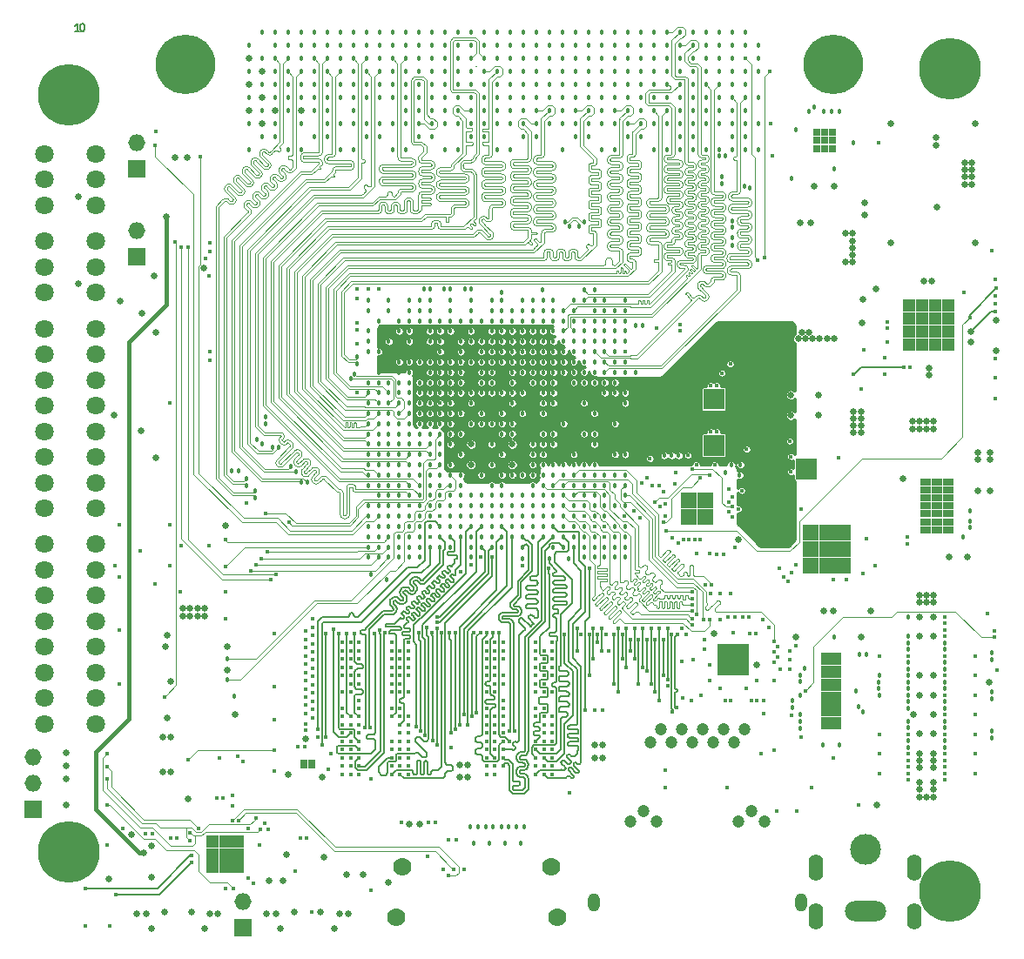
<source format=gbr>
G04 #@! TF.FileFunction,Copper,L10,Inr,Signal*
%FSLAX46Y46*%
G04 Gerber Fmt 4.6, Leading zero omitted, Abs format (unit mm)*
G04 Created by KiCad (PCBNEW 4.0.6) date Mon May 22 11:22:16 2017*
%MOMM*%
%LPD*%
G01*
G04 APERTURE LIST*
%ADD10C,0.101600*%
%ADD11C,0.127000*%
%ADD12R,1.600000X1.600000*%
%ADD13C,1.200000*%
%ADD14O,1.200000X1.800000*%
%ADD15C,1.778000*%
%ADD16R,1.651000X1.651000*%
%ADD17O,1.651000X1.651000*%
%ADD18R,0.750000X0.900000*%
%ADD19R,1.080000X0.780000*%
%ADD20R,1.287500X1.287500*%
%ADD21R,1.000000X1.250000*%
%ADD22R,1.250000X1.250000*%
%ADD23R,1.000000X1.000000*%
%ADD24R,1.500000X1.500000*%
%ADD25R,0.800000X0.800000*%
%ADD26C,5.800000*%
%ADD27C,1.800000*%
%ADD28C,3.000000*%
%ADD29O,1.400000X2.600000*%
%ADD30O,4.000000X2.000000*%
%ADD31C,6.000000*%
%ADD32C,0.635000*%
%ADD33C,0.406400*%
%ADD34C,0.457200*%
%ADD35C,1.270000*%
%ADD36C,0.088900*%
%ADD37C,0.381000*%
%ADD38C,0.106680*%
%ADD39C,0.165100*%
%ADD40C,0.147320*%
%ADD41C,0.254000*%
G04 APERTURE END LIST*
D10*
D11*
X36363714Y-30682714D02*
X36436286Y-30682714D01*
X36508857Y-30719000D01*
X36545143Y-30755286D01*
X36581429Y-30827857D01*
X36617714Y-30973000D01*
X36617714Y-31154429D01*
X36581429Y-31299571D01*
X36545143Y-31372143D01*
X36508857Y-31408429D01*
X36436286Y-31444714D01*
X36363714Y-31444714D01*
X36291143Y-31408429D01*
X36254857Y-31372143D01*
X36218572Y-31299571D01*
X36182286Y-31154429D01*
X36182286Y-30973000D01*
X36218572Y-30827857D01*
X36254857Y-30755286D01*
X36291143Y-30719000D01*
X36363714Y-30682714D01*
X36117714Y-31444714D02*
X35682286Y-31444714D01*
X35900000Y-31444714D02*
X35900000Y-30682714D01*
X35827429Y-30791571D01*
X35754857Y-30864143D01*
X35682286Y-30900429D01*
D12*
X95400000Y-78700000D03*
X97000000Y-78700000D03*
X95400000Y-77100000D03*
X97000000Y-77100000D03*
D13*
X91661000Y-100596000D03*
X93693000Y-100596000D03*
X95725000Y-100596000D03*
X97757000Y-100596000D03*
X99789000Y-100596000D03*
X92677000Y-99326000D03*
X94709000Y-99326000D03*
X96741000Y-99326000D03*
X98773000Y-99326000D03*
X100805000Y-99326000D03*
X89723000Y-108346000D03*
X90993000Y-107326000D03*
X92263000Y-108346000D03*
X100203000Y-108346000D03*
X101473000Y-107326000D03*
X102743000Y-108346000D03*
D14*
X86148000Y-116156000D03*
X106318000Y-116156000D03*
D15*
X67500000Y-112700000D03*
X82000000Y-112700000D03*
X82600000Y-117650000D03*
X66900000Y-117650000D03*
D16*
X31600000Y-107140000D03*
D17*
X31600000Y-104600000D03*
X31600000Y-102060000D03*
D16*
X52000000Y-118640000D03*
D17*
X52000000Y-116100000D03*
D16*
X41656000Y-44831000D03*
D17*
X41656000Y-42291000D03*
D16*
X41656000Y-53340000D03*
D17*
X41656000Y-50800000D03*
D18*
X57925000Y-102700000D03*
X58675000Y-102700000D03*
D19*
X120580000Y-79937000D03*
X119500000Y-79937000D03*
X118420000Y-79937000D03*
X120580000Y-79157000D03*
X120580000Y-78377000D03*
X120580000Y-77597000D03*
X120580000Y-76817000D03*
X120580000Y-76037000D03*
X120580000Y-75257000D03*
X119500000Y-75257000D03*
X119500000Y-76037000D03*
X119500000Y-76817000D03*
X119500000Y-77597000D03*
X119500000Y-78377000D03*
X119500000Y-79157000D03*
X118420000Y-79157000D03*
X118420000Y-78377000D03*
X118420000Y-77597000D03*
X118420000Y-76817000D03*
X118420000Y-76037000D03*
X118420000Y-75257000D03*
D20*
X120631250Y-61931250D03*
X119343750Y-61931250D03*
X118056250Y-61931250D03*
X116768750Y-61931250D03*
X120631250Y-60643750D03*
X119343750Y-60643750D03*
X118056250Y-60643750D03*
X116768750Y-60643750D03*
X120631250Y-59356250D03*
X119343750Y-59356250D03*
X118056250Y-59356250D03*
X116768750Y-59356250D03*
X120631250Y-58068750D03*
X119343750Y-58068750D03*
X118056250Y-58068750D03*
X116768750Y-58068750D03*
D21*
X109720000Y-97506000D03*
X109720000Y-96256000D03*
X109720000Y-98756000D03*
X108720000Y-98756000D03*
X108720000Y-97506000D03*
X108720000Y-96256000D03*
X108720000Y-95006000D03*
X108720000Y-93756000D03*
X108720000Y-92506000D03*
X109720000Y-92506000D03*
X109720000Y-93756000D03*
X109720000Y-95006000D03*
D22*
X49050000Y-110250000D03*
X49050000Y-112750000D03*
X51550000Y-110250000D03*
X50300000Y-112750000D03*
X49050000Y-111500000D03*
X50300000Y-111500000D03*
X51550000Y-111500000D03*
X50300000Y-110250000D03*
X51550000Y-112750000D03*
D23*
X98300000Y-66700000D03*
X98300000Y-67700000D03*
X97300000Y-67700000D03*
X97300000Y-66700000D03*
X98300000Y-71200000D03*
X98300000Y-72200000D03*
X97300000Y-72200000D03*
X97300000Y-71200000D03*
X106300000Y-73500000D03*
X107300000Y-73500000D03*
X107300000Y-74500000D03*
X106300000Y-74500000D03*
D12*
X108800000Y-81800000D03*
X110400000Y-81800000D03*
X110400000Y-83400000D03*
X108800000Y-83400000D03*
X107200000Y-83400000D03*
X107200000Y-81800000D03*
X107200000Y-80200000D03*
X108800000Y-80200000D03*
X110400000Y-80200000D03*
D24*
X98945000Y-93333000D03*
X98945000Y-91833000D03*
X100445000Y-91833000D03*
X100445000Y-93333000D03*
D25*
X109385000Y-42837000D03*
X108585000Y-42837000D03*
X107785000Y-42837000D03*
X107785000Y-42037000D03*
X108585000Y-42037000D03*
X109385000Y-42037000D03*
X109385000Y-41237000D03*
X108585000Y-41237000D03*
X107785000Y-41237000D03*
D26*
X46454300Y-34616700D03*
X109455700Y-34616700D03*
D27*
X32719000Y-67865000D03*
X32719000Y-65365000D03*
X32719000Y-62865000D03*
X32719000Y-60365000D03*
X32719000Y-70365000D03*
X32719000Y-72865000D03*
X32719000Y-75365000D03*
X32719000Y-77865000D03*
X37719000Y-60365000D03*
X37719000Y-62865000D03*
X37719000Y-65365000D03*
X37719000Y-67865000D03*
X37719000Y-70365000D03*
X37719000Y-72865000D03*
X37719000Y-75365000D03*
X37719000Y-77865000D03*
X32719000Y-88820000D03*
X32719000Y-86320000D03*
X32719000Y-83820000D03*
X32719000Y-81320000D03*
X32719000Y-91320000D03*
X32719000Y-93820000D03*
X32719000Y-96320000D03*
X32719000Y-98820000D03*
X37719000Y-81320000D03*
X37719000Y-83820000D03*
X37719000Y-86320000D03*
X37719000Y-88820000D03*
X37719000Y-91320000D03*
X37719000Y-93820000D03*
X37719000Y-96320000D03*
X37719000Y-98820000D03*
X32719000Y-56856000D03*
X32719000Y-54356000D03*
X32719000Y-51856000D03*
X37719000Y-51856000D03*
X37719000Y-54356000D03*
X37719000Y-56856000D03*
X32719000Y-48347000D03*
X32719000Y-45847000D03*
X32719000Y-43347000D03*
X37719000Y-43347000D03*
X37719000Y-45847000D03*
X37719000Y-48347000D03*
D28*
X112522000Y-110998000D03*
D29*
X107772000Y-117498000D03*
X107772000Y-112798000D03*
X117272000Y-117498000D03*
X117272000Y-112798000D03*
D30*
X112522000Y-116998000D03*
D31*
X120810000Y-115090000D03*
X35080000Y-111280000D03*
X120810000Y-35080000D03*
X35080000Y-37620000D03*
D32*
X44700000Y-90200000D03*
D33*
X64500000Y-104200000D03*
X99900000Y-81600004D03*
X113500000Y-83400000D03*
X101300002Y-90000000D03*
X48800000Y-52000000D03*
D32*
X119400000Y-41800000D03*
X119400000Y-42500000D03*
X112500000Y-48100000D03*
X112500000Y-49300000D03*
D33*
X112100000Y-66200000D03*
D32*
X112300000Y-57500000D03*
X113600000Y-56500000D03*
X124700000Y-72400000D03*
X124700000Y-73100000D03*
X123500000Y-73100000D03*
X123500000Y-72400000D03*
X112200000Y-59800000D03*
D33*
X112400000Y-62400000D03*
X114400000Y-64800000D03*
X114400000Y-63200000D03*
D32*
X108000000Y-68800000D03*
X105300000Y-66800000D03*
X108000000Y-66800000D03*
D33*
X124800000Y-52800000D03*
X125200000Y-67200000D03*
X125200000Y-57900000D03*
X125200000Y-57200000D03*
X125200000Y-55600000D03*
X125200000Y-65100000D03*
X125200000Y-63300000D03*
D32*
X125300000Y-62500000D03*
X125300000Y-59500000D03*
D33*
X107315000Y-105029000D03*
D32*
X36000000Y-47500000D03*
X36000000Y-56000000D03*
D33*
X43600000Y-41200000D03*
X125349000Y-93599000D03*
X120269000Y-94107000D03*
X123189079Y-94107556D03*
X120269000Y-96012000D03*
X123190000Y-96012000D03*
X123190000Y-97917000D03*
X120269000Y-97917000D03*
X123190000Y-99822000D03*
X120269000Y-99822000D03*
X123190000Y-101727000D03*
X120269000Y-101727000D03*
X116713000Y-101727000D03*
X113919000Y-101727000D03*
X116713000Y-99822000D03*
X113919000Y-99822000D03*
D32*
X117221000Y-97917000D03*
D34*
X116713000Y-96012000D03*
X113919000Y-96012000D03*
X116713000Y-94107000D03*
X113919000Y-94107000D03*
D33*
X125100000Y-89800000D03*
D32*
X45000000Y-94700000D03*
X50500000Y-93600000D03*
D33*
X72800000Y-110100000D03*
D32*
X68199984Y-108600000D03*
D33*
X70699998Y-108400000D03*
X71500000Y-113000000D03*
X36700000Y-118500000D03*
X39100000Y-118500000D03*
D32*
X34800000Y-106700000D03*
X34800000Y-104200000D03*
X34800000Y-102900000D03*
X51300000Y-97900000D03*
D33*
X57100000Y-113100000D03*
X38800000Y-110600000D03*
D32*
X43100000Y-110700000D03*
X39000000Y-113900000D03*
X43100000Y-113700000D03*
D33*
X40300000Y-109000000D03*
X49734776Y-102126117D03*
D32*
X44200000Y-100100000D03*
X45000000Y-100100000D03*
X56300000Y-111500000D03*
X47000000Y-117100000D03*
X50300000Y-79500000D03*
D33*
X43500000Y-85200000D03*
X45900000Y-86000000D03*
X48700000Y-81500000D03*
X42000000Y-82000000D03*
X46000000Y-81500000D03*
X44900000Y-67600000D03*
X44900000Y-79400000D03*
X48700000Y-55200002D03*
X48800000Y-62600000D03*
D32*
X43400006Y-55200000D03*
X46600000Y-43700000D03*
D34*
X94400000Y-72700000D03*
D33*
X109400000Y-102100000D03*
X103700000Y-101400000D03*
X103900000Y-107300000D03*
X99100000Y-105000000D03*
X106300000Y-100100000D03*
D32*
X123200000Y-40400000D03*
X115000000Y-40400000D03*
X123200000Y-52000000D03*
X115000000Y-52000000D03*
X119500000Y-48500000D03*
X113700000Y-106700000D03*
X106200000Y-50100000D03*
X107200000Y-50100000D03*
X105300000Y-68800000D03*
X73900000Y-104000000D03*
X73100000Y-104000000D03*
D33*
X72300000Y-101100000D03*
X87000000Y-97500000D03*
X86200000Y-97500000D03*
D32*
X86200000Y-102100000D03*
X87000000Y-102100000D03*
D33*
X60600000Y-101700000D03*
X55100000Y-95200000D03*
X55100000Y-90000000D03*
X55100000Y-98400000D03*
X59300000Y-100100000D03*
D32*
X55900000Y-114100000D03*
X54600000Y-114100000D03*
D33*
X64500000Y-115000000D03*
D32*
X62100000Y-113500000D03*
X59600000Y-117100000D03*
D34*
X93000000Y-72700000D03*
X93700000Y-72700000D03*
D32*
X105800000Y-90400000D03*
X108500000Y-87800000D03*
X109400000Y-87800000D03*
X112100000Y-90400000D03*
X113100000Y-87800000D03*
D33*
X93800000Y-80700000D03*
X52400000Y-77300000D03*
D34*
X75200000Y-66600000D03*
X79200000Y-77600000D03*
X73200000Y-74600000D03*
D32*
X74200000Y-73600000D03*
X74200000Y-71600000D03*
D34*
X65200000Y-62600000D03*
X66200000Y-61600000D03*
D33*
X62500000Y-98900000D03*
D32*
X78200000Y-73600000D03*
D34*
X77200000Y-74600000D03*
D32*
X78200000Y-71600000D03*
D34*
X71200000Y-61600000D03*
X75200000Y-69600000D03*
X88200000Y-72600000D03*
X76200000Y-69600000D03*
X78200000Y-69600000D03*
X77200000Y-70600000D03*
X80200000Y-71600000D03*
D33*
X106300004Y-77900000D03*
D34*
X79000000Y-110400000D03*
X77500000Y-110400000D03*
X76000000Y-110400000D03*
X74500000Y-110400000D03*
D33*
X100200000Y-77900000D03*
X112300000Y-84200000D03*
X93300000Y-95100000D03*
X104267000Y-93472000D03*
X94742000Y-96266000D03*
X102616000Y-97790000D03*
X95631000Y-96520000D03*
X98425000Y-86106000D03*
D34*
X66200000Y-78600000D03*
X64200000Y-82600000D03*
X67200000Y-81600000D03*
X82200000Y-76600000D03*
X89200000Y-77600000D03*
X86200000Y-78600000D03*
X87200000Y-81600000D03*
X72200000Y-76600000D03*
D33*
X87600006Y-91700000D03*
X70200000Y-80600000D03*
D34*
X73200000Y-79600000D03*
X76200000Y-78600000D03*
X74200000Y-82600000D03*
X77200000Y-81600000D03*
X83200000Y-79600000D03*
X80200000Y-80600000D03*
X83700000Y-82700000D03*
D33*
X75700000Y-97300000D03*
X82100000Y-90900000D03*
X82100000Y-92500000D03*
X82100000Y-94100000D03*
X75700000Y-90900000D03*
X75700000Y-92500000D03*
X75700000Y-94100000D03*
X81300000Y-97300000D03*
X82100000Y-98900000D03*
X82100000Y-100500000D03*
X81300000Y-100500000D03*
X82100000Y-101300000D03*
X80500000Y-102900000D03*
X82100000Y-102900000D03*
X75700000Y-103700000D03*
X75700000Y-102900000D03*
X76500000Y-101300000D03*
X76500000Y-100500000D03*
X75700000Y-99700000D03*
X76500000Y-98900000D03*
X75700000Y-98900000D03*
X61700000Y-97300000D03*
X68100000Y-90900000D03*
X68100000Y-92500000D03*
X68100000Y-94100000D03*
X67300000Y-97300000D03*
X66500000Y-102900000D03*
X68100000Y-101300000D03*
X67300000Y-100500000D03*
X68100000Y-100500000D03*
X68100000Y-98900000D03*
X68100000Y-102900000D03*
X61700000Y-90900000D03*
X61700000Y-92500000D03*
X61700000Y-94100000D03*
X61700000Y-98900000D03*
X61700000Y-99700000D03*
X61700000Y-103700000D03*
X61700000Y-102900000D03*
X62500000Y-100500000D03*
X62500000Y-101300000D03*
D34*
X60198000Y-41656000D03*
X76200000Y-75600000D03*
X85200000Y-75600000D03*
X88200000Y-74600000D03*
X72200000Y-73600000D03*
X76200000Y-73600000D03*
X81200000Y-73600000D03*
X84200000Y-72600000D03*
X77200000Y-72600000D03*
X73200000Y-72600000D03*
X72200000Y-71600000D03*
X76200000Y-71600000D03*
X73200000Y-70600000D03*
X72200000Y-69600000D03*
X74200000Y-69600000D03*
X83200000Y-69600000D03*
X86200000Y-68600000D03*
X79200000Y-68600000D03*
X77200000Y-68600000D03*
X75200000Y-68600000D03*
X73200000Y-68600000D03*
X78200000Y-67600000D03*
X74200000Y-67600000D03*
X67200000Y-59600000D03*
X69200000Y-59600000D03*
X71200000Y-59600000D03*
X65200000Y-59600000D03*
X64200000Y-57600000D03*
X66200000Y-57600000D03*
X68200000Y-57600000D03*
X70200000Y-57600000D03*
X72200000Y-57600000D03*
X89200000Y-67600000D03*
X73200000Y-59600000D03*
X75200000Y-59600000D03*
X74200000Y-57600000D03*
X76199718Y-57600000D03*
X76200000Y-58600000D03*
X76199718Y-59600000D03*
X76199718Y-60600000D03*
X76200000Y-61600000D03*
X74200000Y-61600000D03*
X70200000Y-61600000D03*
X68200000Y-61600000D03*
X64200000Y-61600000D03*
X70200000Y-64600000D03*
X67200000Y-63600000D03*
X69200000Y-63600000D03*
X70200000Y-63600000D03*
X71200000Y-63600000D03*
X72200000Y-63600000D03*
X73200000Y-63600000D03*
X75200000Y-63600000D03*
X73200000Y-66600000D03*
X76200000Y-65600000D03*
X82200000Y-66600000D03*
X77200000Y-66600000D03*
X79200000Y-66600000D03*
X78200000Y-65600000D03*
X85200000Y-65600000D03*
X76200000Y-63600000D03*
X76200000Y-62600000D03*
X81200000Y-63600000D03*
X88200000Y-64600000D03*
X87200000Y-61600000D03*
X84200000Y-62600000D03*
X77200000Y-61600000D03*
X80200000Y-60600000D03*
X83200000Y-59600000D03*
X86200000Y-58600000D03*
X89200000Y-57600000D03*
X79200000Y-57600000D03*
X70200000Y-65600000D03*
X69200000Y-65600000D03*
X68200000Y-65600000D03*
X67200000Y-65600000D03*
X66200000Y-65600000D03*
X65200000Y-65600000D03*
X64200000Y-65600000D03*
X68200000Y-74600000D03*
X69200000Y-77600000D03*
X65200000Y-75600000D03*
X70200000Y-70600000D03*
X64200000Y-72600000D03*
X67200000Y-71600000D03*
X69200000Y-67600000D03*
X66200000Y-68600000D03*
X98298000Y-40386000D03*
X86868000Y-42926000D03*
X88138000Y-42926000D03*
X61468000Y-42926000D03*
X93218000Y-32766000D03*
X53848000Y-31496000D03*
X57658000Y-31496000D03*
X61468000Y-31496000D03*
X65278000Y-31496000D03*
X69088000Y-31496000D03*
X72898000Y-31496000D03*
X76708000Y-31496000D03*
X80518000Y-31496000D03*
X84328000Y-31496000D03*
X88138000Y-31496000D03*
X91948000Y-31496000D03*
X95758000Y-31496000D03*
X52578000Y-42926000D03*
X56388000Y-42926000D03*
X57658000Y-42926000D03*
X62738000Y-42926000D03*
X66548000Y-42926000D03*
X67818000Y-42926000D03*
X71628000Y-42926000D03*
X72898000Y-42926000D03*
X76708000Y-42926000D03*
X77978000Y-42926000D03*
X83058000Y-42926000D03*
X91948000Y-42926000D03*
X93218000Y-42926000D03*
X97028000Y-42926000D03*
X98298000Y-42926000D03*
X102108000Y-42926000D03*
X100838000Y-41656000D03*
X99568000Y-41656000D03*
X95758000Y-41656000D03*
X94488000Y-41656000D03*
X90678000Y-41656000D03*
X89408000Y-41656000D03*
X85598000Y-41656000D03*
X84328000Y-41656000D03*
X80518000Y-41656000D03*
X79248000Y-41656000D03*
X75438000Y-41656000D03*
X74168000Y-41656000D03*
X70358000Y-41656000D03*
X69088000Y-41656000D03*
X65278000Y-41656000D03*
X64008000Y-41656000D03*
X58928000Y-41656000D03*
X55118000Y-41656000D03*
X53848000Y-41656000D03*
X52578000Y-40386000D03*
X55118000Y-40386000D03*
X57658000Y-40386000D03*
X60198000Y-40386000D03*
X61468000Y-40386000D03*
X62738000Y-40386000D03*
X66548000Y-40386000D03*
X67818000Y-40386000D03*
X71628000Y-40386000D03*
X72898000Y-40386000D03*
X76708000Y-40386000D03*
X77978000Y-40386000D03*
X81788000Y-40386000D03*
X83058000Y-40386000D03*
X86868000Y-40386000D03*
X88138000Y-40386000D03*
X91948000Y-40386000D03*
X93218000Y-40386000D03*
X97028000Y-40386000D03*
X102108000Y-40386000D03*
X100838000Y-39116000D03*
X99568000Y-39116000D03*
X95758000Y-39116000D03*
X94488000Y-39116000D03*
X90678000Y-39116000D03*
X86868000Y-39116000D03*
X83058000Y-39116000D03*
X79248000Y-39116000D03*
X75438000Y-39116000D03*
X71628000Y-39116000D03*
X67818000Y-39116000D03*
X58928000Y-39116000D03*
X56388000Y-39116000D03*
X53848000Y-39116000D03*
X52578000Y-37846000D03*
X55118000Y-37846000D03*
X58928000Y-37846000D03*
X62738000Y-37846000D03*
X66548000Y-37846000D03*
X70358000Y-37846000D03*
X74168000Y-37846000D03*
X77978000Y-37846000D03*
X81788000Y-37846000D03*
X85598000Y-37846000D03*
X89408000Y-37846000D03*
X93218000Y-37846000D03*
X97028000Y-37846000D03*
X98298000Y-37846000D03*
X102108000Y-37846000D03*
X100838000Y-36576000D03*
X99568000Y-36576000D03*
X95758000Y-36576000D03*
X84328000Y-36576000D03*
X80518000Y-36576000D03*
X76708000Y-36576000D03*
X72898000Y-36576000D03*
X69088000Y-36576000D03*
X65278000Y-36576000D03*
X61468000Y-36576000D03*
X57658000Y-36576000D03*
X53848000Y-36576000D03*
X52578000Y-35306000D03*
X55118000Y-35306000D03*
X58928000Y-35306000D03*
X62738000Y-35306000D03*
X66548000Y-35306000D03*
X70358000Y-35306000D03*
X74168000Y-35306000D03*
X77978000Y-35306000D03*
X81788000Y-35306000D03*
X85598000Y-35306000D03*
X89408000Y-35306000D03*
X93218000Y-35306000D03*
X88138000Y-36576000D03*
X91948000Y-36576000D03*
X97028000Y-35306000D03*
X98298000Y-35306000D03*
X102108000Y-35306000D03*
X99568000Y-34036000D03*
X95758000Y-34036000D03*
X91948000Y-34036000D03*
X88138000Y-34036000D03*
X84328000Y-34036000D03*
X80518000Y-34036000D03*
X76708000Y-34036000D03*
X72898000Y-34036000D03*
X69088000Y-34036000D03*
X65278000Y-34036000D03*
X61468000Y-34036000D03*
X57658000Y-34036000D03*
X53848000Y-34036000D03*
X52578000Y-32766000D03*
X55118000Y-32766000D03*
X58928000Y-32766000D03*
X62738000Y-32766000D03*
X66548000Y-32766000D03*
X70358000Y-32766000D03*
X74168000Y-32766000D03*
X77978000Y-32766000D03*
X81788000Y-32766000D03*
X85598000Y-32766000D03*
X89408000Y-32766000D03*
X97028000Y-32766000D03*
X98298000Y-32766000D03*
X102108000Y-32766000D03*
X100838000Y-31496000D03*
X99568000Y-31496000D03*
X77200000Y-69600000D03*
D32*
X44600000Y-49500000D03*
X42400000Y-111400000D03*
X112100000Y-68400000D03*
X111400000Y-68400000D03*
X112100000Y-70500000D03*
X112100000Y-69800000D03*
X112100000Y-69100000D03*
X111400000Y-70500000D03*
X111400000Y-69800000D03*
X111400000Y-69100000D03*
D33*
X122100000Y-56800000D03*
D32*
X73900000Y-102800000D03*
X73100000Y-102800000D03*
X86200000Y-100900000D03*
X87000000Y-100900000D03*
D33*
X57400000Y-101000000D03*
D34*
X74200000Y-77600000D03*
X77200000Y-76600000D03*
D33*
X71200000Y-78600000D03*
D34*
X75200000Y-80600000D03*
X81200000Y-78600000D03*
X78200000Y-79600000D03*
X72200000Y-81600000D03*
X79200000Y-82700000D03*
X82200000Y-81600000D03*
D33*
X76500000Y-95700000D03*
X82100000Y-91700000D03*
X82100000Y-93300000D03*
X81300000Y-95700000D03*
X75700000Y-91700000D03*
X75700000Y-93300000D03*
X81300000Y-98100000D03*
X82100000Y-99700000D03*
X81300000Y-101300000D03*
X82100000Y-102100000D03*
X81300000Y-102900000D03*
X82100000Y-103700000D03*
X76500000Y-103700000D03*
X75700000Y-102100000D03*
X75700000Y-101300000D03*
X75700000Y-100500000D03*
X77300000Y-98900000D03*
X75700000Y-98100000D03*
X62500000Y-95700000D03*
X68100000Y-91700000D03*
X68100000Y-93300000D03*
X67300000Y-95700000D03*
X67300000Y-101300000D03*
X68100000Y-99700000D03*
X67300000Y-98100000D03*
X67300000Y-102900000D03*
X68100000Y-102100000D03*
X68100000Y-103700000D03*
X61700000Y-91700000D03*
X61700000Y-93300000D03*
X63300000Y-98900000D03*
X62500000Y-103700000D03*
X61700000Y-102100000D03*
X61700000Y-98100000D03*
X61700000Y-101300000D03*
X61700000Y-100500000D03*
D32*
X58100000Y-100300000D03*
D33*
X60300000Y-103200000D03*
X76500000Y-94100000D03*
X82100000Y-98100000D03*
X68100000Y-98100000D03*
X62500000Y-94100000D03*
D34*
X78200000Y-77600000D03*
X80200000Y-77600000D03*
D32*
X124700000Y-76100000D03*
X123500000Y-76100000D03*
X122500000Y-82600000D03*
X120700000Y-82600000D03*
X119200004Y-105900004D03*
X119200000Y-105200000D03*
X119200000Y-104500000D03*
X119200004Y-103100000D03*
X119200000Y-102400000D03*
X119200000Y-101700000D03*
X119200002Y-99800000D03*
X119200000Y-97900000D03*
X119200000Y-96000000D03*
X119200000Y-94100000D03*
X119200000Y-90300000D03*
X119199996Y-88400000D03*
X119200000Y-87000000D03*
X119200000Y-86300000D03*
X118500000Y-86300000D03*
X117800000Y-86300000D03*
X118500000Y-87000000D03*
X117800000Y-87000000D03*
X118500000Y-105900018D03*
X117800000Y-105900000D03*
X117800000Y-105200000D03*
X117800000Y-104500000D03*
X117800000Y-103100000D03*
X117800000Y-102400000D03*
X117800000Y-101700000D03*
X117800000Y-99800000D03*
X117800000Y-88400000D03*
X117800000Y-90300000D03*
X117800000Y-94100000D03*
X117800000Y-96000000D03*
X118700000Y-64900000D03*
X118700000Y-64200000D03*
X119000000Y-55700000D03*
X118200000Y-55700000D03*
X122800004Y-61700000D03*
X124587000Y-94742006D03*
D33*
X72000000Y-110100000D03*
D32*
X69200004Y-108600000D03*
X44200000Y-103500000D03*
X45000000Y-103500000D03*
D33*
X93100000Y-103300000D03*
D32*
X66200000Y-114200000D03*
D33*
X116586000Y-81280000D03*
D34*
X122700000Y-78100000D03*
D32*
X59700000Y-104000000D03*
X100200000Y-80900000D03*
X122900000Y-46300000D03*
X122900000Y-45600000D03*
X122900000Y-44900000D03*
X122900000Y-44200000D03*
X122200000Y-44200000D03*
X122200000Y-44900000D03*
X122200000Y-45600000D03*
X122200000Y-46300000D03*
D33*
X98600000Y-64700000D03*
X112649000Y-80772000D03*
X124400000Y-88100000D03*
D32*
X46700000Y-106100000D03*
X44500000Y-91300000D03*
X44700000Y-98200000D03*
X48200000Y-54500000D03*
X34800000Y-101600000D03*
X41200000Y-109600000D03*
D33*
X53600000Y-110600000D03*
X44900000Y-83408802D03*
X39600000Y-83400000D03*
D32*
X45400000Y-43700000D03*
D33*
X105900000Y-107300000D03*
X103649802Y-92837000D03*
D34*
X109500000Y-90392800D03*
X106600000Y-93400000D03*
X106200000Y-96000000D03*
X106200000Y-97900000D03*
X108400000Y-100900000D03*
X110000000Y-100900000D03*
D33*
X98100000Y-65895182D03*
X98100000Y-70395180D03*
X50300000Y-114800000D03*
X58000000Y-101000000D03*
D32*
X56400000Y-103700000D03*
D33*
X92200000Y-60300000D03*
X105300000Y-72800000D03*
X96500000Y-80900000D03*
X96000000Y-80900000D03*
X110700000Y-84800000D03*
X94700000Y-92700000D03*
D34*
X109474000Y-44831000D03*
X111378996Y-42291000D03*
X89200000Y-82600000D03*
X88200000Y-79600000D03*
X85200000Y-80600000D03*
X72200000Y-70600000D03*
X72200000Y-68600000D03*
X111633000Y-95631000D03*
X73200000Y-64600000D03*
X72200000Y-64600000D03*
X71200000Y-64600000D03*
X74200000Y-63600000D03*
X62738000Y-39116000D03*
D32*
X57658000Y-39116000D03*
X55118000Y-39116000D03*
X53848000Y-40386000D03*
X52578000Y-39116000D03*
X116205000Y-74930000D03*
X103300000Y-61200000D03*
X103000000Y-69100000D03*
X104000000Y-69100000D03*
D35*
X104500000Y-81100000D03*
X102600000Y-81100002D03*
D32*
X104800000Y-77700000D03*
X104800000Y-78400000D03*
X104800000Y-79100000D03*
X104817400Y-79800000D03*
X104100000Y-79800000D03*
X104100000Y-79100000D03*
X104100000Y-78400000D03*
X104100000Y-77700000D03*
X73200000Y-71600000D03*
X66200000Y-62600000D03*
X79200000Y-71600000D03*
X77200000Y-71600000D03*
D34*
X76200000Y-68600000D03*
X79200000Y-73600000D03*
X80200000Y-66600000D03*
X76200000Y-74600000D03*
X74200000Y-74600000D03*
X73200000Y-73600000D03*
X75200000Y-73600000D03*
X77200000Y-73600000D03*
X76200000Y-72600000D03*
X72200000Y-72600000D03*
X75200000Y-71600000D03*
X74200000Y-70600000D03*
X73200000Y-69600000D03*
X79200000Y-69600000D03*
X78200000Y-68600000D03*
X74200000Y-68600000D03*
X77200000Y-67600000D03*
X73200000Y-67600000D03*
X69200000Y-60600000D03*
X73200000Y-60600000D03*
X75200000Y-60600000D03*
X68200000Y-62600000D03*
X70200000Y-62600000D03*
X74200000Y-62600000D03*
X69200000Y-64600000D03*
X65200000Y-64600000D03*
X67200000Y-64600000D03*
D33*
X96900000Y-90600000D03*
X97400000Y-94600000D03*
X101900000Y-90000000D03*
X99700000Y-89900000D03*
D32*
X117100000Y-69400000D03*
X117800000Y-69400000D03*
X118500000Y-69400000D03*
X117100000Y-70100000D03*
X117800000Y-70100000D03*
X118500000Y-70100000D03*
X119200000Y-69400000D03*
X119200000Y-70100000D03*
D34*
X64200000Y-60600000D03*
D32*
X101981000Y-93091000D03*
D33*
X101981000Y-94615000D03*
D34*
X64200000Y-58600000D03*
X71200000Y-60600000D03*
X67200000Y-60600000D03*
X70200000Y-58600000D03*
X68200000Y-58600000D03*
X66200000Y-58600000D03*
X72200000Y-58600000D03*
X74200000Y-58600000D03*
X64200000Y-62600000D03*
X68200000Y-63600000D03*
D33*
X105400000Y-98000000D03*
X105300000Y-74300000D03*
X101000000Y-72100000D03*
D32*
X110600000Y-51100000D03*
X111300000Y-51100000D03*
X111300000Y-51800000D03*
X111300000Y-52500000D03*
X111300000Y-53200000D03*
X111300000Y-53900000D03*
X110600000Y-53900000D03*
D33*
X116900000Y-64100000D03*
D34*
X75200000Y-74600000D03*
X79200000Y-74600000D03*
X75200000Y-65600000D03*
X76200000Y-64600000D03*
X71200000Y-62600000D03*
D33*
X99400000Y-86100000D03*
X100500006Y-76100000D03*
X99300000Y-78200000D03*
X99300000Y-76000000D03*
X99300000Y-77200000D03*
X94000000Y-75500000D03*
X93100000Y-77400000D03*
X93100000Y-78600000D03*
D32*
X97790000Y-89997898D03*
D34*
X107600000Y-38800000D03*
X87200000Y-76600000D03*
X84200000Y-77600000D03*
X73200000Y-75600000D03*
X77200000Y-75600000D03*
X83200000Y-74600000D03*
X80200000Y-74600000D03*
X86200000Y-73600000D03*
X72200000Y-66600000D03*
X73200000Y-65600000D03*
X74200000Y-66600000D03*
X76200000Y-66600000D03*
X78200000Y-66600000D03*
X78200000Y-70600000D03*
D33*
X55100000Y-103400000D03*
D32*
X48300000Y-87600000D03*
X47600000Y-87600000D03*
X46900000Y-87600000D03*
X46200000Y-87600000D03*
X46200000Y-88300000D03*
X48300000Y-88300000D03*
X47600000Y-88300000D03*
X46900000Y-88300000D03*
X50500000Y-91300000D03*
D34*
X65200000Y-80600000D03*
X68200000Y-79600000D03*
X69200000Y-82600000D03*
X70200000Y-75600000D03*
X64200000Y-77600000D03*
X67200000Y-76600000D03*
X69200000Y-72600000D03*
X66200000Y-73600000D03*
X65200000Y-70600000D03*
X68200000Y-69600000D03*
X67200000Y-66600000D03*
X64200000Y-67600000D03*
D32*
X53848000Y-35306000D03*
X53848000Y-37846000D03*
X52578000Y-36576000D03*
X52578000Y-34036000D03*
D33*
X125200000Y-58700000D03*
X114700000Y-61700000D03*
D32*
X122800000Y-60677697D03*
D34*
X69200000Y-58600000D03*
X105410000Y-97231200D03*
X69200000Y-57600000D03*
X105410000Y-96570800D03*
D32*
X44400000Y-117100000D03*
X107100000Y-60700000D03*
X106400000Y-60700000D03*
X109500004Y-61300000D03*
X108800000Y-61300000D03*
X108100000Y-61300000D03*
X107400000Y-61300000D03*
X106700000Y-61300000D03*
X106000002Y-61300000D03*
D33*
X97500000Y-65895188D03*
X97506444Y-70395183D03*
X89200000Y-62600000D03*
D34*
X85200000Y-67600000D03*
X89200000Y-72600000D03*
X82200000Y-71600000D03*
X85200000Y-70600000D03*
X88200000Y-69600000D03*
X81200000Y-68600000D03*
X87200000Y-66600000D03*
X80200000Y-65600000D03*
X83200000Y-64600000D03*
X79200000Y-62600000D03*
X86200000Y-63600000D03*
X82200000Y-61600000D03*
X85200000Y-60600000D03*
X81200000Y-58600000D03*
X88200000Y-59600000D03*
X84200000Y-57600000D03*
X78200000Y-59600000D03*
X82200000Y-74600000D03*
D32*
X57000000Y-117100000D03*
D33*
X96100000Y-82200000D03*
X96520000Y-96012000D03*
X102616000Y-96520000D03*
X98425000Y-95377000D03*
X100965000Y-95377000D03*
X97409000Y-93091000D03*
D34*
X98298000Y-43561000D03*
X97028000Y-39116000D03*
D33*
X94550000Y-60000000D03*
D34*
X75200000Y-61600000D03*
X98933000Y-43561000D03*
X98298000Y-39116000D03*
X75200000Y-62600000D03*
D33*
X94550000Y-60600000D03*
X68200000Y-77600000D03*
X73500000Y-113000000D03*
D34*
X64200000Y-75600000D03*
X102108000Y-34036000D03*
D33*
X114700000Y-60300000D03*
X105200000Y-71300000D03*
X98100000Y-82300000D03*
X72000000Y-113600000D03*
X43200000Y-109500000D03*
X51500000Y-102000000D03*
X51000000Y-108200000D03*
D34*
X88200000Y-81600000D03*
D33*
X114700000Y-59700000D03*
X109900000Y-72900000D03*
X98800000Y-82300000D03*
X72500000Y-113000002D03*
X42500000Y-109500000D03*
X52000000Y-102500000D03*
X51600000Y-108200000D03*
D34*
X89200000Y-79600000D03*
D33*
X99400000Y-63800000D03*
X89096756Y-78603244D03*
D34*
X60198000Y-39116000D03*
D33*
X103300000Y-40400000D03*
X99600000Y-78700000D03*
X90800000Y-75400000D03*
D34*
X85200000Y-82600000D03*
D33*
X97400000Y-82200000D03*
X58700000Y-117100000D03*
X95758000Y-92583006D03*
X97000000Y-85300000D03*
D34*
X85200000Y-79600000D03*
D32*
X49600000Y-117300000D03*
X48800000Y-117300000D03*
X48300000Y-118700000D03*
X43100000Y-118700000D03*
X41700000Y-117300000D03*
X42600000Y-117300000D03*
X63700000Y-113500000D03*
X55200000Y-117300000D03*
X54300000Y-117300000D03*
X55700000Y-118700000D03*
X60899986Y-118700000D03*
X61400000Y-117300000D03*
X62300000Y-117300000D03*
D33*
X116713000Y-104267000D03*
X123190000Y-103632000D03*
X120269000Y-103632000D03*
X113919000Y-103632000D03*
X116713000Y-103632000D03*
X116713000Y-102997000D03*
X116713000Y-102362000D03*
D34*
X120269000Y-101092000D03*
X116713000Y-101092000D03*
X120269000Y-100457000D03*
X116713000Y-100457000D03*
X112268000Y-97663000D03*
X111887000Y-97155000D03*
X120269000Y-97282000D03*
X116713000Y-97282000D03*
X120269000Y-96647000D03*
X116713000Y-96647000D03*
X113871798Y-95377000D03*
X113871776Y-94742000D03*
X120269000Y-93472000D03*
X116713000Y-93472000D03*
X120269000Y-92837000D03*
X116713000Y-92837000D03*
X112606278Y-92067004D03*
X111945878Y-92067004D03*
X116713000Y-90297000D03*
X116713000Y-88392000D03*
D33*
X120269000Y-102997000D03*
X120269000Y-104267000D03*
X120269000Y-102362000D03*
X120269000Y-90297000D03*
D34*
X120269000Y-90932000D03*
X116713000Y-90932000D03*
D33*
X105800000Y-91200000D03*
X102100000Y-53700000D03*
X120269000Y-89026998D03*
X100838000Y-34036000D03*
X91800000Y-75600000D03*
D34*
X65278000Y-40386000D03*
D33*
X86200000Y-79600000D03*
X120269000Y-88391992D03*
X105200000Y-91700000D03*
X102752255Y-53431700D03*
X120269000Y-89662015D03*
X103251000Y-35306000D03*
X92500000Y-75600000D03*
D34*
X64008000Y-40386000D03*
D33*
X87200000Y-80600000D03*
D34*
X120269000Y-98552000D03*
X116713000Y-98552000D03*
X124841000Y-99491800D03*
X124841000Y-100152200D03*
X120269000Y-99187000D03*
X116713000Y-99187000D03*
X124841000Y-96342200D03*
X120269000Y-94742000D03*
X116713000Y-94742000D03*
X120269000Y-95377000D03*
X116713000Y-95377000D03*
X124841000Y-95681800D03*
X124841000Y-92532200D03*
X124841000Y-91871800D03*
X120269000Y-91567000D03*
X116713000Y-91567000D03*
D33*
X70000000Y-111700000D03*
D34*
X68200000Y-82600000D03*
X79355600Y-108800000D03*
X74144400Y-108800000D03*
X69200000Y-79600000D03*
X74855600Y-108800000D03*
X69200000Y-78600000D03*
X68200000Y-80600000D03*
X75644400Y-108800000D03*
X69200000Y-80600000D03*
X76355600Y-108800000D03*
X68200000Y-81600000D03*
X77144400Y-108800000D03*
X69200000Y-81600000D03*
X77855600Y-108800000D03*
X67200000Y-82600000D03*
X78644400Y-108800000D03*
D33*
X125300000Y-56400000D03*
X122700000Y-59300000D03*
X93200000Y-80000000D03*
X87200000Y-79600000D03*
D34*
X99600000Y-49900000D03*
X100838000Y-42926000D03*
X71600000Y-56500000D03*
X72200000Y-60600000D03*
X100838000Y-37846000D03*
X87200000Y-64600000D03*
X99600000Y-50500000D03*
X72200000Y-56500000D03*
X72200000Y-59600000D03*
X99568000Y-42926000D03*
X99568000Y-37846000D03*
X87200000Y-63600000D03*
X86200000Y-62600000D03*
X98298000Y-36576000D03*
X87200000Y-62600000D03*
X97028000Y-36576000D03*
X99600000Y-51500000D03*
X73600000Y-56500000D03*
X74200000Y-60600000D03*
X95758000Y-40386000D03*
X100800000Y-46500000D03*
X95758000Y-42926000D03*
X69600000Y-56500000D03*
X70200000Y-60600000D03*
X95758000Y-37846000D03*
X81200000Y-67600000D03*
X62900000Y-64800000D03*
X67200000Y-68600000D03*
X95758000Y-35306000D03*
X95758000Y-32766000D03*
X83200000Y-60600000D03*
X99600000Y-52300000D03*
X74200000Y-56500000D03*
X74200000Y-59600000D03*
X94488000Y-40386000D03*
X101318835Y-46707534D03*
X94488000Y-42926000D03*
X70200000Y-56500000D03*
X70200000Y-59600000D03*
X94488000Y-37846000D03*
X82200000Y-67600000D03*
X94488000Y-36576000D03*
X85200000Y-57600000D03*
X62500000Y-65200000D03*
X66200000Y-67600000D03*
X94488000Y-35306000D03*
X94488000Y-34036000D03*
X70200000Y-66600000D03*
X94488000Y-32766000D03*
X84200000Y-60600000D03*
X94488000Y-31496000D03*
X83200000Y-58600000D03*
X63098350Y-63119000D03*
X67200000Y-69600000D03*
X93218000Y-39116000D03*
X93218000Y-36576000D03*
X85200000Y-56600000D03*
X93218000Y-34036000D03*
X69200000Y-66600000D03*
X93218000Y-31496000D03*
X84200000Y-58600000D03*
X63098350Y-63754000D03*
X66200000Y-69600000D03*
X91948000Y-39116000D03*
X91948000Y-37846000D03*
X88200000Y-66600000D03*
X91948000Y-35306000D03*
X68200000Y-67600000D03*
X91948000Y-32766000D03*
X81200000Y-64600000D03*
X90678000Y-40386000D03*
X65200000Y-66600000D03*
X90678000Y-37846000D03*
X89200000Y-66600000D03*
X87200000Y-65600000D03*
X90678000Y-36576000D03*
X90678000Y-35306000D03*
X68200000Y-66600000D03*
X90678000Y-34036000D03*
X70200000Y-68600000D03*
X90678000Y-32766000D03*
X82200000Y-64600000D03*
X90678000Y-31496000D03*
X86200000Y-65600000D03*
X89408000Y-40386000D03*
X66200000Y-66600000D03*
X89408000Y-39116000D03*
X65200000Y-67600000D03*
X88200000Y-65600000D03*
X89408000Y-36576000D03*
X89408000Y-34036000D03*
X70200000Y-67600000D03*
X89408000Y-31496000D03*
X86200000Y-64600000D03*
X88138000Y-39116000D03*
X64200000Y-66600000D03*
X81200000Y-66600000D03*
X88138000Y-37846000D03*
X88138000Y-35306000D03*
X69200000Y-69600000D03*
X84200000Y-65600000D03*
X88138000Y-32766000D03*
X81200000Y-65600000D03*
X86868000Y-37846000D03*
X90200000Y-64600000D03*
X86868000Y-36576000D03*
X86868000Y-35306000D03*
X69200000Y-68600000D03*
X86868000Y-34036000D03*
X71200000Y-69600000D03*
X85200000Y-64600000D03*
X86868000Y-32766000D03*
X86868000Y-31496000D03*
X88200000Y-63600000D03*
X83347780Y-49946780D03*
X85181220Y-49946780D03*
X85598000Y-40386000D03*
X69200000Y-71600000D03*
X85598000Y-39116000D03*
X68200000Y-68600000D03*
X89200000Y-64600000D03*
X85598000Y-36576000D03*
X85598000Y-34036000D03*
X70200000Y-69600000D03*
X89200000Y-63600000D03*
X85598000Y-31496000D03*
X83784220Y-50383220D03*
X84744780Y-50383220D03*
X69200000Y-70600000D03*
X84328000Y-40386000D03*
X84328000Y-39116000D03*
X67200000Y-67600000D03*
X80200000Y-64600000D03*
X84328000Y-37846000D03*
X71200000Y-72600000D03*
X84328000Y-35306000D03*
X88200000Y-62600000D03*
X84328000Y-32766000D03*
X80200000Y-63600000D03*
X83058000Y-37846000D03*
X78200000Y-64600000D03*
X83058000Y-36576000D03*
X71200000Y-71600000D03*
X83058000Y-35306000D03*
X83058000Y-34036000D03*
X70200000Y-73600000D03*
X89200000Y-61600000D03*
X83058000Y-32766000D03*
X90866704Y-60090600D03*
X79200000Y-61600000D03*
X83058000Y-31496000D03*
X81788000Y-39116000D03*
X65200000Y-68600000D03*
X79200000Y-64600000D03*
X81788000Y-36576000D03*
X81788000Y-34036000D03*
X69200000Y-73600000D03*
X90219004Y-60090600D03*
X79200000Y-60600000D03*
X81788000Y-31496000D03*
X80518000Y-40386000D03*
X65200000Y-69600000D03*
X80518000Y-39116000D03*
X64200000Y-68600000D03*
X80518000Y-37846000D03*
X88200000Y-58600000D03*
X80518000Y-35306000D03*
X70200000Y-74600000D03*
X88200000Y-61600000D03*
X80518000Y-32766000D03*
X79248000Y-40386000D03*
X64200000Y-69600000D03*
X79248000Y-37846000D03*
X89200000Y-58600000D03*
X89200000Y-60600000D03*
X79248000Y-36576000D03*
X79248000Y-35306000D03*
X69200000Y-74600000D03*
X79248000Y-34036000D03*
X71200000Y-74600000D03*
X88200000Y-60600000D03*
X79248000Y-32766000D03*
X87200000Y-60600000D03*
X79248000Y-31496000D03*
X54241700Y-68961000D03*
X77978000Y-39116000D03*
X66200000Y-76600000D03*
X89200000Y-59600000D03*
X77978000Y-36576000D03*
X77978000Y-34036000D03*
X71200000Y-75600000D03*
X87200000Y-59600000D03*
X77978000Y-31496000D03*
X54229000Y-69596000D03*
X76708000Y-39116000D03*
X66200000Y-77600000D03*
X76708000Y-37846000D03*
X87200000Y-58600000D03*
X76708000Y-35306000D03*
X64200000Y-71600000D03*
X86200000Y-60600000D03*
X76708000Y-32766000D03*
X67200000Y-79600000D03*
X53900000Y-71600000D03*
X75438000Y-40386000D03*
X75438000Y-37846000D03*
X87200000Y-57600000D03*
X86200000Y-57600000D03*
X75438000Y-36576000D03*
X75438000Y-35306000D03*
X64200000Y-70600000D03*
X75438000Y-34036000D03*
X70200000Y-72600000D03*
X86200000Y-59600000D03*
X75438000Y-32766000D03*
X75438000Y-31496000D03*
X85200000Y-62600000D03*
X67200000Y-80600000D03*
X53385082Y-71114918D03*
X74168000Y-40386000D03*
X74168000Y-39116000D03*
X68200000Y-73600000D03*
X86200000Y-56600000D03*
X74168000Y-36576000D03*
X74168000Y-34036000D03*
X70200000Y-71600000D03*
X74168000Y-31496000D03*
X86200000Y-61600000D03*
X72898000Y-39116000D03*
X68200000Y-72600000D03*
X72898000Y-37846000D03*
X84200000Y-59600000D03*
X72897992Y-35306000D03*
X71200000Y-76600000D03*
X72898000Y-32766000D03*
X84200000Y-61600000D03*
X71628000Y-37846000D03*
X85200000Y-59600000D03*
X83200000Y-62600000D03*
X71628000Y-36576000D03*
X71628000Y-35306000D03*
X70200000Y-76600000D03*
X71628000Y-34036000D03*
X65200000Y-76600000D03*
X71628000Y-32766000D03*
X85200000Y-61600000D03*
X71628000Y-31496000D03*
X84200000Y-64600000D03*
X98552000Y-46228000D03*
X100838000Y-40386000D03*
X70358000Y-40386000D03*
X65200000Y-74600000D03*
X70358000Y-39116000D03*
X67200000Y-77600000D03*
X83200000Y-61600000D03*
X70358000Y-36576000D03*
X70358000Y-34036000D03*
X65200000Y-77600000D03*
X70358000Y-31496000D03*
X85200000Y-63600000D03*
X98552000Y-45593000D03*
X99568000Y-40386000D03*
X69088000Y-40386000D03*
X64200000Y-74600000D03*
X69088000Y-39116000D03*
X67200000Y-78600000D03*
X82200000Y-60600000D03*
X69088000Y-37846000D03*
X51608918Y-74222640D03*
X67200000Y-73600000D03*
X69088000Y-35306000D03*
X82200000Y-63600000D03*
X69088000Y-32766000D03*
X82200000Y-59600000D03*
X67818000Y-37846000D03*
X67818000Y-36576000D03*
X82200000Y-58600000D03*
X50961218Y-74222640D03*
X67200000Y-72600000D03*
X67818000Y-35306000D03*
X69200000Y-75600000D03*
X67818000Y-34036000D03*
X82200000Y-62600000D03*
X67818000Y-32766000D03*
X81200000Y-60600000D03*
X67818000Y-31496000D03*
D33*
X38800000Y-103000000D03*
X47700000Y-108958150D03*
X54100000Y-108500000D03*
X63100000Y-57400000D03*
X65200000Y-56500000D03*
D34*
X71200000Y-68600000D03*
X66548000Y-36576000D03*
X82200000Y-57600000D03*
X68200000Y-75600000D03*
X66548000Y-34036000D03*
X81200000Y-59600000D03*
X66548000Y-31496000D03*
X81185650Y-56600000D03*
X65278000Y-37846000D03*
X69200000Y-76600000D03*
X65278000Y-35306000D03*
X65278000Y-32766000D03*
X80200000Y-62600000D03*
D33*
X46900006Y-110200000D03*
X38800000Y-104200000D03*
X53303244Y-107996756D03*
D34*
X81200000Y-57600000D03*
X64008000Y-37846000D03*
X64008000Y-36576000D03*
X80200000Y-58600000D03*
X68200000Y-76600000D03*
X64008000Y-35306000D03*
X54889004Y-71880404D03*
X65200000Y-72600000D03*
X64008000Y-34036000D03*
X64008000Y-32766000D03*
X81200000Y-62600000D03*
X64008000Y-31496000D03*
X78200000Y-63600000D03*
X62738000Y-36576000D03*
X80200000Y-57600000D03*
X55500000Y-71900000D03*
X65200000Y-71600000D03*
X62738000Y-34036000D03*
X62738000Y-31496000D03*
X79200000Y-63600000D03*
D33*
X46900000Y-109400000D03*
X38800000Y-101700000D03*
X53700000Y-109100000D03*
X63100000Y-56500000D03*
X71200000Y-67600000D03*
D34*
X79200000Y-59600000D03*
X61468000Y-37846000D03*
X66200000Y-74600000D03*
X56642000Y-73787000D03*
X61468000Y-35306000D03*
X78200000Y-58600000D03*
X61468000Y-32766000D03*
X80200000Y-59600000D03*
X60198000Y-37846000D03*
X80200000Y-61600000D03*
X60198000Y-36576000D03*
X57150000Y-74295000D03*
X66200000Y-75600000D03*
X60198000Y-35306000D03*
X58293000Y-75311000D03*
X66200000Y-72600000D03*
X60198000Y-34036000D03*
X79200000Y-58600000D03*
X60198000Y-32766000D03*
X77200000Y-59600000D03*
X60198000Y-31496000D03*
X81200000Y-61600000D03*
X58928000Y-36576000D03*
X57658000Y-75311000D03*
X66200000Y-71600000D03*
X58928000Y-34036000D03*
X77200000Y-58600000D03*
X58928000Y-31496000D03*
X77200000Y-56800000D03*
X57658000Y-37846000D03*
X52324000Y-74987150D03*
X57658000Y-35306000D03*
X65200000Y-73600000D03*
X57658000Y-32766000D03*
X77200000Y-60600000D03*
X77200000Y-57600000D03*
X56388000Y-37846000D03*
X77200000Y-63600000D03*
X56388000Y-36576000D03*
X52324000Y-75634850D03*
X56388000Y-35306000D03*
X64200000Y-73600000D03*
X53213000Y-76130150D03*
X67200000Y-74600000D03*
X56388000Y-34036000D03*
X56388000Y-32766000D03*
X78200000Y-60600000D03*
X56388000Y-31496000D03*
X78200000Y-62600000D03*
X77200000Y-62600000D03*
X55118000Y-36576000D03*
X53213000Y-76777850D03*
X67200000Y-75600000D03*
X55118000Y-34036000D03*
X55118000Y-31496000D03*
X78200000Y-61600000D03*
D33*
X38800000Y-106700000D03*
X54500000Y-109100000D03*
X51100000Y-114800000D03*
X63100000Y-66600000D03*
D34*
X72200000Y-67600000D03*
D32*
X107600000Y-46500000D03*
X109500000Y-46500000D03*
X43600000Y-60700000D03*
X42200000Y-58900000D03*
X42100000Y-70299996D03*
X43600000Y-72900000D03*
D33*
X98933000Y-96520000D03*
X101473000Y-96520000D03*
X99441000Y-96520000D03*
X101981004Y-96520000D03*
X113800000Y-42300000D03*
X105800000Y-83300000D03*
D34*
X84200000Y-79600000D03*
D33*
X111900000Y-106700000D03*
X95300000Y-72700000D03*
D34*
X71200000Y-70600000D03*
D33*
X54200000Y-78300000D03*
D34*
X71200000Y-73600000D03*
D33*
X56500000Y-79200000D03*
D34*
X72200000Y-77600000D03*
X71200000Y-77600000D03*
D33*
X91300000Y-90600000D03*
X58800000Y-94200000D03*
X91300000Y-93700000D03*
X80500000Y-93300000D03*
X66500000Y-93300000D03*
D34*
X80200000Y-78600000D03*
D33*
X58800000Y-91800000D03*
X86900000Y-91700000D03*
X86900000Y-89500000D03*
X77300000Y-92500000D03*
X63300000Y-92500000D03*
D34*
X80200000Y-76600000D03*
D33*
X89700000Y-90600000D03*
X58100000Y-91400000D03*
X89700000Y-91700000D03*
X80500000Y-92500000D03*
X66500000Y-92500000D03*
D34*
X77200000Y-77600000D03*
D33*
X58100000Y-94600000D03*
X90900000Y-93300000D03*
X90900000Y-89500000D03*
X81300000Y-93300000D03*
X67300000Y-93300000D03*
D34*
X79200000Y-78600000D03*
D33*
X58800000Y-92600000D03*
X86100000Y-92500000D03*
X86100000Y-89500000D03*
X76500000Y-92500000D03*
X62500000Y-92500000D03*
D34*
X78200000Y-76600000D03*
D33*
X58100000Y-93000000D03*
X90100000Y-92500000D03*
X90100000Y-89500000D03*
X81300000Y-92500000D03*
X67300000Y-92500000D03*
D34*
X77200000Y-78600000D03*
D33*
X58800000Y-90200000D03*
X86500000Y-90900000D03*
X86500000Y-90100000D03*
X76500000Y-91700000D03*
X62500000Y-91700000D03*
D34*
X79200000Y-76600000D03*
D33*
X58100000Y-90600000D03*
X94700000Y-89500000D03*
X81300000Y-91700000D03*
X67300000Y-91700000D03*
D34*
X81200000Y-77600000D03*
D33*
X58800000Y-88600000D03*
X84900000Y-90100000D03*
X76500000Y-90900000D03*
X62500000Y-90900000D03*
D34*
X74200000Y-76600000D03*
D33*
X58100000Y-92200000D03*
X84500000Y-91700000D03*
X84500000Y-89500000D03*
X80500000Y-91700000D03*
X66500000Y-91700000D03*
D34*
X73200000Y-76600000D03*
D33*
X90500000Y-90600000D03*
X58100000Y-96200000D03*
X90500000Y-94900000D03*
X77300000Y-94900000D03*
X63300000Y-94900000D03*
D34*
X78200000Y-78600000D03*
D33*
X58800000Y-91000000D03*
X77300000Y-91700000D03*
X63300000Y-91700000D03*
D34*
X82200000Y-77600000D03*
D33*
X58800000Y-95000000D03*
X85700000Y-94100000D03*
X85700000Y-90100000D03*
X77300000Y-94100000D03*
X63300000Y-94100000D03*
D34*
X76200000Y-76600000D03*
D33*
X58100000Y-89800000D03*
X87300000Y-90100000D03*
X80500000Y-90900000D03*
X66500000Y-90900000D03*
D34*
X81200000Y-76600000D03*
D33*
X58800000Y-89400000D03*
X77300000Y-90900000D03*
X63300000Y-90900000D03*
D34*
X75200000Y-76600000D03*
D33*
X58800000Y-95800000D03*
X93300000Y-89500000D03*
X93300000Y-94500000D03*
X81300000Y-94100000D03*
X67300000Y-94100000D03*
D34*
X73200000Y-78600000D03*
D33*
X88900000Y-90100000D03*
X58800000Y-93400000D03*
X88900000Y-92500000D03*
X76500000Y-93300000D03*
X62500000Y-93300000D03*
D34*
X74200000Y-78600000D03*
D33*
X58100000Y-93800000D03*
X89300000Y-93300000D03*
X89300000Y-89500000D03*
X80500000Y-94100000D03*
X66500000Y-94100000D03*
D34*
X75200000Y-78600000D03*
D33*
X58800000Y-96600000D03*
X91700000Y-89500000D03*
X91700010Y-94900000D03*
X80500000Y-95700000D03*
X66500000Y-95700000D03*
D34*
X70200000Y-79600000D03*
D33*
X58100000Y-97000000D03*
X88500000Y-95700000D03*
X88500000Y-89500000D03*
X75700000Y-95700000D03*
X61700000Y-95700000D03*
D34*
X73200000Y-77600000D03*
D33*
X58100000Y-97800000D03*
X88100000Y-94900000D03*
X88100000Y-90100000D03*
X81300000Y-94900000D03*
X67300000Y-94900000D03*
D34*
X70200000Y-77600000D03*
D33*
X92100000Y-90600000D03*
X58800000Y-97400000D03*
X92100000Y-95700000D03*
X82100000Y-95700000D03*
X68100000Y-95700000D03*
D34*
X70200000Y-78600000D03*
D33*
X58800000Y-98200000D03*
X92500000Y-89500000D03*
X92500000Y-96500000D03*
X80500000Y-97300000D03*
X66500000Y-97300000D03*
D34*
X72200000Y-79600000D03*
D33*
X92900000Y-90600000D03*
X58100000Y-95400000D03*
X92900000Y-94100000D03*
X80500000Y-94900000D03*
X66500000Y-94900000D03*
D34*
X72200000Y-78600000D03*
D33*
X58100000Y-98807900D03*
X77300000Y-96500000D03*
X94206545Y-97193455D03*
X94293197Y-90100892D03*
X63300000Y-96500000D03*
D34*
X76200000Y-77600000D03*
D33*
X58100000Y-99392100D03*
X77300000Y-97300000D03*
X93793455Y-97606545D03*
X93708997Y-90100892D03*
X63300000Y-97300000D03*
D34*
X75200000Y-77600000D03*
D33*
X95100000Y-90100000D03*
D34*
X82200000Y-78600000D03*
D33*
X76500000Y-94900000D03*
X62500000Y-94900000D03*
X116586000Y-80645000D03*
D34*
X122047000Y-80645006D03*
X122700000Y-79700000D03*
X122700000Y-79100000D03*
D33*
X105200000Y-92600000D03*
X102400000Y-101700000D03*
D34*
X81200000Y-71600000D03*
D33*
X55100000Y-101400000D03*
X83800000Y-105500000D03*
X46700000Y-102299990D03*
X93100000Y-105000000D03*
X111400000Y-64800000D03*
X116300000Y-64100000D03*
X125100000Y-90400000D03*
X106700000Y-95600000D03*
X106700000Y-95600000D03*
X48800000Y-63400002D03*
X63100000Y-61800000D03*
D34*
X72200000Y-65600000D03*
D33*
X52500000Y-109000000D03*
X49500000Y-106000000D03*
X45600000Y-109900000D03*
X50100000Y-106000000D03*
X45000000Y-109900000D03*
X48400000Y-53500000D03*
X63100000Y-59800000D03*
D34*
X75200000Y-64600000D03*
D33*
X36700000Y-114800000D03*
X47000000Y-111600000D03*
X39700000Y-115400000D03*
X47000000Y-112300000D03*
D32*
X40100000Y-57700000D03*
X39500000Y-68800000D03*
D34*
X68200000Y-64600000D03*
D33*
X90600000Y-78800000D03*
D34*
X88200000Y-80600000D03*
D33*
X46000000Y-52400000D03*
X54700000Y-84800000D03*
D34*
X89200000Y-80600000D03*
D33*
X105400000Y-84100000D03*
D34*
X85200000Y-81600000D03*
D33*
X104600000Y-84500000D03*
D34*
X86200000Y-81600000D03*
D33*
X44400000Y-96200000D03*
X45400000Y-51900000D03*
X104200000Y-83700000D03*
D34*
X84200000Y-80600000D03*
D33*
X109400000Y-84800000D03*
D34*
X87200000Y-82600000D03*
D33*
X105000000Y-84900000D03*
D34*
X86200000Y-82600000D03*
X105400000Y-45700000D03*
X87200000Y-78600000D03*
D33*
X96100000Y-88200000D03*
D34*
X89200000Y-75600000D03*
D33*
X97409000Y-88646000D03*
D34*
X83200000Y-78600000D03*
D33*
X97600000Y-85300000D03*
X98425000Y-88646000D03*
D34*
X84200000Y-74600000D03*
D33*
X96901000Y-91567000D03*
X103700000Y-94600000D03*
X105156000Y-93472000D03*
D34*
X82200000Y-65600000D03*
X84200000Y-63600000D03*
X83200000Y-63600000D03*
D33*
X95700000Y-87200000D03*
X99187000Y-88392000D03*
D34*
X84200000Y-76600000D03*
D33*
X95700000Y-86600000D03*
X99822000Y-88392000D03*
D34*
X81200000Y-75600000D03*
D33*
X97500000Y-86100000D03*
X100584000Y-88392000D03*
D34*
X84200000Y-75600000D03*
D33*
X101219000Y-88392000D03*
D34*
X82200000Y-73600000D03*
D33*
X51000000Y-105800000D03*
X52500000Y-113800000D03*
D34*
X89200000Y-81600000D03*
D33*
X51000000Y-106800000D03*
X53000006Y-114300000D03*
D34*
X88200000Y-82600000D03*
X50500000Y-92500000D03*
X72200000Y-75600000D03*
X51200000Y-96100000D03*
X65200000Y-79600000D03*
D33*
X58200000Y-109900000D03*
X94900000Y-80900000D03*
X57600000Y-109900000D03*
X95408003Y-80900000D03*
D34*
X98900000Y-74400000D03*
X89200000Y-74600000D03*
D33*
X96774000Y-88646000D03*
D34*
X89200000Y-76600000D03*
X100399998Y-73600000D03*
X88200000Y-75600000D03*
X100300000Y-74600000D03*
X88200000Y-77600000D03*
X109220000Y-39243000D03*
X87200000Y-74600000D03*
X108458004Y-39243000D03*
X87200000Y-75600000D03*
D33*
X90000000Y-78100000D03*
D34*
X87200000Y-77600000D03*
X105791000Y-41021000D03*
X86200000Y-74600000D03*
D33*
X94100000Y-74400000D03*
D34*
X86200000Y-75600000D03*
D33*
X92900000Y-76200000D03*
D34*
X86200000Y-76600000D03*
D33*
X92600000Y-77700000D03*
D34*
X86200000Y-77600000D03*
D33*
X46700000Y-52400000D03*
X55200000Y-84300000D03*
D34*
X86200000Y-80600000D03*
X99500000Y-73600000D03*
X85200000Y-73600000D03*
D33*
X103500000Y-43500000D03*
D34*
X109982000Y-39243000D03*
X85200000Y-74600000D03*
X85200000Y-76600000D03*
D33*
X99600000Y-76699998D03*
X97400000Y-74600000D03*
X92099992Y-77200000D03*
D34*
X85200000Y-77600000D03*
D33*
X96499988Y-74900000D03*
X92900000Y-79200000D03*
X85200000Y-78600000D03*
D34*
X107061000Y-39243000D03*
X84200000Y-73600000D03*
D33*
X102600000Y-88700000D03*
X95699998Y-89200000D03*
D34*
X84200000Y-78600000D03*
X84200000Y-81600000D03*
D33*
X80500000Y-103700000D03*
X104013000Y-92329000D03*
D34*
X83200000Y-73600000D03*
D33*
X104013000Y-91313000D03*
X95700000Y-86000000D03*
D34*
X83200000Y-75600000D03*
D33*
X103632000Y-91821000D03*
X95700000Y-87800000D03*
D34*
X83200000Y-76600000D03*
D33*
X95700000Y-88600000D03*
X103124000Y-89408000D03*
D34*
X83200000Y-77600000D03*
X83200000Y-80600000D03*
D33*
X80500000Y-101300000D03*
D34*
X83200000Y-81600000D03*
D33*
X77300000Y-102900000D03*
X83300000Y-90100000D03*
X81300000Y-102100000D03*
X103632000Y-90805000D03*
D34*
X82200000Y-75600000D03*
X82200000Y-79600000D03*
D33*
X81300000Y-103700000D03*
D34*
X82200000Y-80600000D03*
D33*
X77300000Y-102100000D03*
D34*
X81787250Y-82700000D03*
D33*
X80500000Y-102100000D03*
X91600000Y-73000000D03*
D34*
X81200000Y-72600000D03*
D33*
X91300000Y-74900000D03*
D34*
X81200000Y-74600000D03*
D33*
X85700000Y-83700000D03*
X85300000Y-97500000D03*
D34*
X81200000Y-79600000D03*
D33*
X76500000Y-102900000D03*
D34*
X81200000Y-80600000D03*
D33*
X77300000Y-101300000D03*
X77900000Y-100500000D03*
X76900000Y-89900000D03*
X76500000Y-102100000D03*
X76300000Y-89900000D03*
X97900000Y-73600000D03*
D34*
X80200000Y-72600000D03*
D33*
X96100000Y-73600000D03*
D34*
X80200000Y-73600000D03*
D33*
X95700000Y-74000000D03*
X99600000Y-77700000D03*
D34*
X80200000Y-75600000D03*
D33*
X81750000Y-83710000D03*
D34*
X80200000Y-79600000D03*
D33*
X80500000Y-100500000D03*
X75700000Y-89900000D03*
X77300000Y-100500000D03*
X75100000Y-89900000D03*
X74699994Y-97700000D03*
X80500000Y-98100000D03*
X74500000Y-89900000D03*
X79200000Y-83400000D03*
D34*
X79200000Y-79600000D03*
D33*
X74300000Y-98100000D03*
X76500000Y-98100000D03*
X78408003Y-99500000D03*
D34*
X79200000Y-80600000D03*
D33*
X77900000Y-99500000D03*
D34*
X79200000Y-81600000D03*
X78200000Y-80600000D03*
D33*
X73900000Y-98900000D03*
X77300000Y-98100000D03*
X72700000Y-89900000D03*
X72700000Y-99300000D03*
X77300000Y-99700000D03*
X72100000Y-89900000D03*
X72300000Y-99700000D03*
X76500000Y-99700000D03*
X73499998Y-97900000D03*
X81300000Y-98900000D03*
D34*
X77200000Y-79600000D03*
D33*
X73100000Y-98900000D03*
X81300000Y-99700000D03*
D34*
X77200000Y-80600000D03*
D33*
X71300000Y-89900000D03*
X66500000Y-103700000D03*
X76268200Y-82600000D03*
D34*
X76200000Y-79600000D03*
D33*
X67300000Y-103700000D03*
X70500000Y-100400000D03*
X70400000Y-89900000D03*
X75158981Y-82600000D03*
D34*
X76200000Y-80600000D03*
D33*
X67300000Y-102100000D03*
X65815901Y-89900000D03*
X70900000Y-88900000D03*
D34*
X76200000Y-81600000D03*
D33*
X63300000Y-102100000D03*
X70900000Y-100900000D03*
X70900000Y-89500008D03*
X66500000Y-101300000D03*
D34*
X73200000Y-61600000D03*
X106180151Y-94050800D03*
X106180151Y-94711200D03*
X73200000Y-62600000D03*
D33*
X69700000Y-99900000D03*
D34*
X75200000Y-79600000D03*
D33*
X63300000Y-103700000D03*
X70900000Y-88391997D03*
X65307900Y-89668150D03*
D34*
X75200000Y-81600000D03*
D33*
X63300000Y-102900000D03*
X69900000Y-89400000D03*
X66500000Y-102100000D03*
X68900000Y-99100000D03*
D34*
X74200000Y-79600000D03*
D33*
X62500000Y-102100000D03*
X69100000Y-89900000D03*
X69300000Y-99500000D03*
X62500000Y-102900000D03*
X74200000Y-83300000D03*
D34*
X74200000Y-80600000D03*
D33*
X64800000Y-90000000D03*
X73200000Y-84000000D03*
D34*
X74200000Y-81600000D03*
D33*
X63300000Y-101300000D03*
D34*
X73200000Y-80600000D03*
D33*
X67300000Y-98900000D03*
X62900000Y-90000000D03*
X63300000Y-98100000D03*
X62100000Y-90000000D03*
X62500000Y-98100000D03*
D34*
X68200000Y-78600000D03*
D33*
X70100000Y-108414250D03*
D34*
X72200000Y-80600000D03*
D33*
X66500000Y-98100000D03*
D34*
X66000000Y-84800000D03*
D33*
X61300000Y-90000000D03*
X63300000Y-100500000D03*
X48798187Y-52816291D03*
X63100000Y-60500000D03*
D34*
X71200000Y-65600000D03*
X65200000Y-81600000D03*
D33*
X54400000Y-82100000D03*
D34*
X71200000Y-79600000D03*
D33*
X59300000Y-99300000D03*
X63300000Y-99700000D03*
X64408003Y-99200000D03*
D34*
X71200000Y-80600000D03*
D33*
X63900000Y-99200000D03*
D34*
X71200000Y-81600000D03*
X64500000Y-84300000D03*
D33*
X60800000Y-89600000D03*
X62500000Y-99700000D03*
D34*
X66200000Y-81600000D03*
D33*
X53800000Y-82700000D03*
X59700000Y-100900000D03*
X66500000Y-100500000D03*
D34*
X70200000Y-81600000D03*
D33*
X60100000Y-90000000D03*
X60100000Y-100100000D03*
X67300000Y-99700000D03*
D34*
X50500000Y-94500000D03*
X72200000Y-74600000D03*
X106180151Y-98550800D03*
X68200000Y-59600000D03*
X68200000Y-60600000D03*
X106180151Y-99211200D03*
X64200000Y-79600000D03*
D33*
X67400000Y-108400000D03*
X50300000Y-88600000D03*
X40000000Y-94900000D03*
D34*
X64200000Y-80600000D03*
X66200000Y-79600000D03*
D33*
X50300000Y-86000000D03*
X40000000Y-89700000D03*
D34*
X65200000Y-82600000D03*
D33*
X53300000Y-83300000D03*
X50300000Y-83500000D03*
X40000000Y-84500000D03*
D34*
X64200000Y-81600000D03*
X66200000Y-80600000D03*
D33*
X50300000Y-80900000D03*
X40000000Y-79400000D03*
D34*
X66200000Y-82600000D03*
D33*
X52796756Y-83896756D03*
D34*
X65200000Y-78600000D03*
D33*
X43500000Y-42500000D03*
D34*
X64200000Y-78600000D03*
D33*
X47900000Y-43600000D03*
X94400000Y-81200000D03*
D32*
X59900000Y-111800000D03*
D33*
X113919000Y-92202000D03*
X116713000Y-92202000D03*
X120269000Y-92202000D03*
X123190000Y-92202000D03*
D34*
X67200000Y-70600000D03*
X100838000Y-35306000D03*
X100838000Y-32766000D03*
X86200000Y-71600000D03*
X66200000Y-70600000D03*
X99568000Y-35306000D03*
X86200000Y-70599986D03*
X99568000Y-32766000D03*
X68200000Y-71600000D03*
X98298000Y-34036000D03*
X81200000Y-70600000D03*
X98298000Y-31496000D03*
X97028000Y-34036000D03*
X68200000Y-70600000D03*
X97028000Y-31496000D03*
X82200000Y-70600000D03*
D33*
X64200000Y-56500000D03*
D34*
X71200000Y-66600000D03*
X78200000Y-74600000D03*
D36*
X74663301Y-34810699D02*
X74689301Y-34810699D01*
X74689301Y-34810699D02*
X74700000Y-34800000D01*
X74700000Y-34800000D02*
X74663301Y-34800000D01*
D37*
X44600000Y-58000000D02*
X44600000Y-49949012D01*
X37700000Y-101500000D02*
X40900000Y-98300000D01*
X41950988Y-111400000D02*
X37700000Y-107149012D01*
X42400000Y-111400000D02*
X41950988Y-111400000D01*
X44600000Y-49949012D02*
X44600000Y-49500000D01*
X40900000Y-61700000D02*
X44600000Y-58000000D01*
X37700000Y-107149012D02*
X37700000Y-101500000D01*
X40900000Y-98300000D02*
X40900000Y-61700000D01*
D11*
X122800000Y-60677697D02*
X124777697Y-58700000D01*
X124777697Y-58700000D02*
X125200000Y-58700000D01*
D38*
X51000000Y-108200000D02*
X52100000Y-107100000D01*
X72700000Y-113600000D02*
X72287368Y-113600000D01*
X52100000Y-107100000D02*
X57300000Y-107100000D01*
X61000000Y-110800000D02*
X71100000Y-110800000D01*
X57300000Y-107100000D02*
X61000000Y-110800000D01*
X71100000Y-110800000D02*
X73000000Y-112700000D01*
X72287368Y-113600000D02*
X72000000Y-113600000D01*
X73000000Y-112700000D02*
X73000000Y-113300000D01*
X73000000Y-113300000D02*
X72700000Y-113600000D01*
X72296801Y-112796803D02*
X72500000Y-113000002D01*
X70699998Y-111200000D02*
X72296801Y-112796803D01*
X60900000Y-111200000D02*
X70699998Y-111200000D01*
X57200000Y-107500000D02*
X60900000Y-111200000D01*
X52300000Y-107500000D02*
X57200000Y-107500000D01*
X51600000Y-108200000D02*
X52300000Y-107500000D01*
X102100000Y-53700000D02*
X101800000Y-53400000D01*
X101800000Y-53400000D02*
X101800000Y-43700000D01*
X101473000Y-43373000D02*
X101473000Y-34671000D01*
X101800000Y-43700000D02*
X101473000Y-43373000D01*
X101473000Y-34671000D02*
X100838000Y-34036000D01*
X102752255Y-53431700D02*
X102743000Y-35814000D01*
X102743000Y-35814000D02*
X103047801Y-35509199D01*
X103047801Y-35509199D02*
X103251000Y-35306000D01*
X93200000Y-80000000D02*
X100000000Y-80000000D01*
X102000000Y-82000000D02*
X105200000Y-82000000D01*
X100000000Y-80000000D02*
X102000000Y-82000000D01*
X122000000Y-60000000D02*
X122700000Y-59300000D01*
X105200000Y-82000000D02*
X106100000Y-81100000D01*
X106100000Y-79100000D02*
X112200000Y-73000000D01*
X106100000Y-81100000D02*
X106100000Y-79100000D01*
X112200000Y-73000000D02*
X119900000Y-73000000D01*
X119900000Y-73000000D02*
X122000000Y-70900000D01*
X122000000Y-70900000D02*
X122000000Y-60000000D01*
D11*
X125300000Y-56400000D02*
X122700000Y-59000000D01*
X122700000Y-59000000D02*
X122700000Y-59300000D01*
D36*
X100838000Y-37846000D02*
X100342699Y-38341301D01*
X100358574Y-51132551D02*
X100377672Y-51162946D01*
X99478416Y-48663000D02*
X99482435Y-48698670D01*
X100342699Y-38341301D02*
X100342699Y-46888407D01*
X101300997Y-51313686D02*
X101366597Y-51379286D01*
X101042691Y-47623301D02*
X101134879Y-47633688D01*
X101134879Y-49692311D02*
X101042691Y-49702699D01*
X99603046Y-48506718D02*
X99569165Y-48518573D01*
X99603046Y-47306718D02*
X99569165Y-47318573D01*
X100342699Y-46888407D02*
X100332311Y-46980595D01*
X100186713Y-47212313D02*
X100108161Y-47261671D01*
X99469165Y-54518573D02*
X99438770Y-54537671D01*
X100301671Y-47068161D02*
X100252313Y-47146713D01*
X101415955Y-49057838D02*
X101446595Y-49145404D01*
X100108161Y-54864328D02*
X100186713Y-54913686D01*
X99494290Y-47393448D02*
X99482435Y-47427329D01*
X99494290Y-48732551D02*
X99513388Y-48762946D01*
X100332311Y-46980595D02*
X100301671Y-47068161D01*
X99482435Y-47427329D02*
X99478416Y-47463000D01*
X100358574Y-52332551D02*
X100377672Y-52362946D01*
X101456982Y-50437592D02*
X101456982Y-50488407D01*
X99569165Y-47318573D02*
X99538770Y-47337671D01*
X101366597Y-48979286D02*
X101415955Y-49057838D01*
X100252313Y-47146713D02*
X100186713Y-47212313D01*
X101456982Y-49237592D02*
X101456982Y-49288407D01*
X100503000Y-50023301D02*
X101042691Y-50023301D01*
X99513388Y-47363053D02*
X99494290Y-47393448D01*
X100108161Y-47261671D02*
X100020595Y-47292311D01*
X99388770Y-53588328D02*
X99419165Y-53607426D01*
X101222445Y-53261671D02*
X101134879Y-53292311D01*
X100020595Y-47292311D02*
X99928407Y-47302699D01*
X99638717Y-47623301D02*
X101042691Y-47623301D01*
X99928407Y-47302699D02*
X99638717Y-47302699D01*
X100467330Y-50019281D02*
X100503000Y-50023301D01*
X101134879Y-50892311D02*
X101042691Y-50902699D01*
X99363388Y-53363053D02*
X99344290Y-53393448D01*
X99638717Y-47302699D02*
X99603046Y-47306718D01*
X100503000Y-52423301D02*
X101042691Y-52423301D01*
X99569165Y-48518573D02*
X99538770Y-48537671D01*
X101134879Y-47633688D02*
X101222445Y-47664328D01*
X100342699Y-55237592D02*
X100342699Y-56654865D01*
X99538770Y-48537671D02*
X99513388Y-48563053D01*
X101415955Y-50668161D02*
X101366597Y-50746713D01*
X99538770Y-47337671D02*
X99513388Y-47363053D01*
X100467330Y-51219281D02*
X100503000Y-51223301D01*
X100467330Y-52419281D02*
X100503000Y-52423301D01*
X101042691Y-52423301D02*
X101134879Y-52433688D01*
X101366597Y-47779286D02*
X101415955Y-47857838D01*
X99478416Y-47463000D02*
X99482435Y-47498670D01*
X99482435Y-47498670D02*
X99494290Y-47532551D01*
X101222445Y-48461671D02*
X101134879Y-48492311D01*
X101415955Y-47857838D02*
X101446595Y-47945404D01*
X101300997Y-47713686D02*
X101366597Y-47779286D01*
X101300997Y-49612313D02*
X101222445Y-49661671D01*
X99494290Y-47532551D02*
X99513388Y-47562946D01*
X99513388Y-47562946D02*
X99538770Y-47588328D01*
X101415955Y-53068161D02*
X101366597Y-53146713D01*
X101222445Y-50064328D02*
X101300997Y-50113686D01*
X99569165Y-48807426D02*
X99603046Y-48819281D01*
X101446595Y-48180595D02*
X101415955Y-48268161D01*
X99538770Y-47588328D02*
X99569165Y-47607426D01*
X101134879Y-54492311D02*
X101042691Y-54502699D01*
X101446595Y-50580595D02*
X101415955Y-50668161D01*
X101415955Y-53857838D02*
X101446595Y-53945404D01*
X101134879Y-48833688D02*
X101222445Y-48864328D01*
X99569165Y-47607426D02*
X99603046Y-47619281D01*
X101456982Y-51637592D02*
X101456982Y-51688407D01*
X101366597Y-48346713D02*
X101300997Y-48412313D01*
X100342699Y-56654865D02*
X92757864Y-64239700D01*
X101456982Y-52888407D02*
X101446595Y-52980595D01*
X101366597Y-52579286D02*
X101415955Y-52657838D01*
X99494290Y-48593448D02*
X99482435Y-48627329D01*
X99603046Y-47619281D02*
X99638717Y-47623301D01*
X101222445Y-47664328D02*
X101300997Y-47713686D01*
X101415955Y-54268161D02*
X101366597Y-54346713D01*
X101366597Y-51379286D02*
X101415955Y-51457838D01*
X101446595Y-47945404D02*
X101456982Y-48037592D01*
X100433449Y-49718573D02*
X100403054Y-49737671D01*
X100252313Y-54979286D02*
X100301671Y-55057838D01*
X101456982Y-48037592D02*
X101456982Y-48088407D01*
X99538717Y-54823301D02*
X99928407Y-54823301D01*
X101042691Y-53302699D02*
X99488717Y-53302699D01*
X101456982Y-48088407D02*
X101446595Y-48180595D01*
X101415955Y-48268161D02*
X101366597Y-48346713D01*
X101300997Y-48412313D02*
X101222445Y-48461671D01*
X101042691Y-48502699D02*
X99638717Y-48502699D01*
X101366597Y-54346713D02*
X101300997Y-54412313D01*
X101134879Y-48492311D02*
X101042691Y-48502699D01*
X101446595Y-50345404D02*
X101456982Y-50437592D01*
X99488717Y-53302699D02*
X99453046Y-53306718D01*
X99638717Y-48502699D02*
X99603046Y-48506718D01*
X100346719Y-51027329D02*
X100342699Y-51063000D01*
X99394290Y-54732551D02*
X99413388Y-54762946D01*
X99513388Y-48563053D02*
X99494290Y-48593448D01*
X99482435Y-48627329D02*
X99478416Y-48663000D01*
X101134879Y-51233688D02*
X101222445Y-51264328D01*
X100433449Y-51207426D02*
X100467330Y-51219281D01*
X99482435Y-48698670D02*
X99494290Y-48732551D01*
X99513388Y-48762946D02*
X99538770Y-48788328D01*
X101222445Y-52464328D02*
X101300997Y-52513686D01*
X99344290Y-53393448D02*
X99332435Y-53427329D01*
X100433449Y-50007426D02*
X100467330Y-50019281D01*
X99638717Y-48823301D02*
X101042691Y-48823301D01*
X99538770Y-48788328D02*
X99569165Y-48807426D01*
X100346719Y-51098670D02*
X100358574Y-51132551D01*
X99603046Y-48819281D02*
X99638717Y-48823301D01*
X101042691Y-48823301D02*
X101134879Y-48833688D01*
X101222445Y-48864328D02*
X101300997Y-48913686D01*
X101300997Y-48913686D02*
X101366597Y-48979286D01*
X101446595Y-49145404D02*
X101456982Y-49237592D01*
X101366597Y-49546713D02*
X101300997Y-49612313D01*
X99332435Y-53427329D02*
X99328416Y-53463000D01*
X101456982Y-49288407D02*
X101446595Y-49380595D01*
X101446595Y-49380595D02*
X101415955Y-49468161D01*
X101415955Y-49468161D02*
X101366597Y-49546713D01*
X101222445Y-49661671D02*
X101134879Y-49692311D01*
X101042691Y-49702699D02*
X100503000Y-49702699D01*
X100503000Y-49702699D02*
X100467330Y-49706718D01*
X100301671Y-55057838D02*
X100332311Y-55145404D01*
X100467330Y-52106718D02*
X100433449Y-52118573D01*
X100467330Y-49706718D02*
X100433449Y-49718573D01*
X100403054Y-49737671D02*
X100377672Y-49763053D01*
X100377672Y-49763053D02*
X100358574Y-49793448D01*
X101300997Y-50812313D02*
X101222445Y-50861671D01*
X100358574Y-49793448D02*
X100346719Y-49827329D01*
X100346719Y-49827329D02*
X100342699Y-49863000D01*
X101456982Y-52837592D02*
X101456982Y-52888407D01*
X100342699Y-49863000D02*
X100346719Y-49898670D01*
X101456982Y-51688407D02*
X101446595Y-51780595D01*
X100377672Y-51162946D02*
X100403054Y-51188328D01*
X100346719Y-49898670D02*
X100358574Y-49932551D01*
X100358574Y-49932551D02*
X100377672Y-49962946D01*
X100377672Y-49962946D02*
X100403054Y-49988328D01*
X100186713Y-54913686D02*
X100252313Y-54979286D01*
X101042691Y-51223301D02*
X101134879Y-51233688D01*
X100403054Y-49988328D02*
X100433449Y-50007426D01*
X101366597Y-50179286D02*
X101415955Y-50257838D01*
X101042691Y-50023301D02*
X101134879Y-50033688D01*
X101134879Y-50033688D02*
X101222445Y-50064328D01*
X101446595Y-51545404D02*
X101456982Y-51637592D01*
X101300997Y-50113686D02*
X101366597Y-50179286D01*
X101415955Y-50257838D02*
X101446595Y-50345404D01*
X100503000Y-50902699D02*
X100467330Y-50906718D01*
X101446595Y-52745404D02*
X101456982Y-52837592D01*
X101456982Y-50488407D02*
X101446595Y-50580595D01*
X101366597Y-50746713D02*
X101300997Y-50812313D01*
X101222445Y-50861671D02*
X101134879Y-50892311D01*
X101042691Y-50902699D02*
X100503000Y-50902699D01*
X101415955Y-52657838D02*
X101446595Y-52745404D01*
X100467330Y-50906718D02*
X100433449Y-50918573D01*
X100433449Y-50918573D02*
X100403054Y-50937671D01*
X100403054Y-52137671D02*
X100377672Y-52163053D01*
X100403054Y-50937671D02*
X100377672Y-50963053D01*
X100358574Y-50993448D02*
X100346719Y-51027329D01*
X100377672Y-50963053D02*
X100358574Y-50993448D01*
X100342699Y-51063000D02*
X100346719Y-51098670D01*
X100403054Y-51188328D02*
X100433449Y-51207426D01*
X100503000Y-51223301D02*
X101042691Y-51223301D01*
X101134879Y-53292311D02*
X101042691Y-53302699D01*
X99503046Y-54506718D02*
X99469165Y-54518573D01*
X101222445Y-51264328D02*
X101300997Y-51313686D01*
X101415955Y-51457838D02*
X101446595Y-51545404D01*
X101446595Y-51780595D02*
X101415955Y-51868161D01*
X101134879Y-52433688D02*
X101222445Y-52464328D01*
X101415955Y-51868161D02*
X101366597Y-51946713D01*
X101366597Y-51946713D02*
X101300997Y-52012313D01*
X101300997Y-52012313D02*
X101222445Y-52061671D01*
X99438770Y-54537671D02*
X99413388Y-54563053D01*
X100433449Y-52407426D02*
X100467330Y-52419281D01*
X101222445Y-52061671D02*
X101134879Y-52092311D01*
X101134879Y-52092311D02*
X101042691Y-52102699D01*
X101042691Y-52102699D02*
X100503000Y-52102699D01*
X101366597Y-53779286D02*
X101415955Y-53857838D01*
X100503000Y-52102699D02*
X100467330Y-52106718D01*
X100433449Y-52118573D02*
X100403054Y-52137671D01*
X100377672Y-52163053D02*
X100358574Y-52193448D01*
X100358574Y-52193448D02*
X100346719Y-52227329D01*
X99538717Y-54502699D02*
X99503046Y-54506718D01*
X100346719Y-52227329D02*
X100342699Y-52263000D01*
X100342699Y-52263000D02*
X100346719Y-52298670D01*
X100346719Y-52298670D02*
X100358574Y-52332551D01*
X100377672Y-52362946D02*
X100403054Y-52388328D01*
X100403054Y-52388328D02*
X100433449Y-52407426D01*
X101300997Y-52513686D02*
X101366597Y-52579286D01*
X101446595Y-52980595D02*
X101415955Y-53068161D01*
X99453046Y-53619281D02*
X99488717Y-53623301D01*
X101366597Y-53146713D02*
X101300997Y-53212313D01*
X101300997Y-53212313D02*
X101222445Y-53261671D01*
X99453046Y-53306718D02*
X99419165Y-53318573D01*
X99419165Y-53318573D02*
X99388770Y-53337671D01*
X99388770Y-53337671D02*
X99363388Y-53363053D01*
X99328416Y-53463000D02*
X99332435Y-53498670D01*
X99332435Y-53498670D02*
X99344290Y-53532551D01*
X99344290Y-53532551D02*
X99363388Y-53562946D01*
X99363388Y-53562946D02*
X99388770Y-53588328D01*
X99419165Y-53607426D02*
X99453046Y-53619281D01*
X99488717Y-53623301D02*
X101042691Y-53623301D01*
X101042691Y-53623301D02*
X101134879Y-53633688D01*
X99438770Y-54788328D02*
X99469165Y-54807426D01*
X101134879Y-53633688D02*
X101222445Y-53664328D01*
X101222445Y-53664328D02*
X101300997Y-53713686D01*
X101300997Y-53713686D02*
X101366597Y-53779286D01*
X100020595Y-54833688D02*
X100108161Y-54864328D01*
X101446595Y-53945404D02*
X101456982Y-54037592D01*
X101456982Y-54037592D02*
X101456982Y-54088407D01*
X101456982Y-54088407D02*
X101446595Y-54180595D01*
X101446595Y-54180595D02*
X101415955Y-54268161D01*
X99394290Y-54593448D02*
X99382435Y-54627329D01*
X101300997Y-54412313D02*
X101222445Y-54461671D01*
X99378416Y-54663000D02*
X99382435Y-54698670D01*
X92757864Y-64239700D02*
X90500000Y-64239700D01*
X101222445Y-54461671D02*
X101134879Y-54492311D01*
X101042691Y-54502699D02*
X99538717Y-54502699D01*
X99413388Y-54563053D02*
X99394290Y-54593448D01*
X99382435Y-54627329D02*
X99378416Y-54663000D01*
X99382435Y-54698670D02*
X99394290Y-54732551D01*
X99413388Y-54762946D02*
X99438770Y-54788328D01*
X99469165Y-54807426D02*
X99503046Y-54819281D01*
X99503046Y-54819281D02*
X99538717Y-54823301D01*
X99928407Y-54823301D02*
X100020595Y-54833688D01*
X100332311Y-55145404D02*
X100342699Y-55237592D01*
X90500000Y-64239700D02*
X90484759Y-64224459D01*
X90484759Y-64224459D02*
X87575541Y-64224459D01*
X87575541Y-64224459D02*
X87200000Y-64600000D01*
X101161710Y-54132551D02*
X101142612Y-54162946D01*
X99779530Y-43941669D02*
X99816518Y-43954612D01*
X99903000Y-47023301D02*
X99613309Y-47023301D01*
X100073689Y-51180595D02*
X100104329Y-51268161D01*
X101017283Y-49102699D02*
X101052954Y-49106718D01*
X101117230Y-49137671D02*
X101142612Y-49163053D01*
X99421121Y-55092311D02*
X99513309Y-55102699D01*
X99964230Y-43976330D02*
X99997411Y-43997179D01*
X99972551Y-55118573D02*
X100002946Y-55137671D01*
X90500000Y-63960300D02*
X90484759Y-63975541D01*
X100028328Y-46962946D02*
X100002946Y-46988328D01*
X101142612Y-52962946D02*
X101117230Y-52988328D01*
X99421121Y-54233688D02*
X99333555Y-54264328D01*
X99189403Y-54946713D02*
X99255003Y-55012313D01*
X99938670Y-55106718D02*
X99972551Y-55118573D01*
X100385405Y-51492311D02*
X100477593Y-51502699D01*
X99613309Y-47023301D02*
X99521121Y-47033688D01*
X99513309Y-55102699D02*
X99903000Y-55102699D01*
X100058913Y-43472941D02*
X100045970Y-43509929D01*
X99199018Y-47488407D02*
X99209405Y-47580595D01*
X101052954Y-50619281D02*
X101017283Y-50623301D01*
X101017283Y-49423301D02*
X100477593Y-49423301D01*
X101161710Y-51593448D02*
X101173565Y-51627329D01*
X99371121Y-53892311D02*
X99463309Y-53902699D01*
X99816518Y-43954612D02*
X99855460Y-43959000D01*
X99209405Y-47345404D02*
X99199018Y-47437592D01*
X101161710Y-49193448D02*
X101173565Y-49227329D01*
X101142612Y-49362946D02*
X101117230Y-49388328D01*
X100073689Y-49980595D02*
X100104329Y-50068161D01*
X99816518Y-43613387D02*
X99779530Y-43626330D01*
X101161710Y-52932551D02*
X101142612Y-52962946D01*
X101173565Y-49298670D02*
X101161710Y-49332551D01*
X100063301Y-49888407D02*
X100073689Y-49980595D01*
X100477593Y-49423301D02*
X100385405Y-49433688D01*
X100153687Y-50779286D02*
X100104329Y-50857838D01*
X101117230Y-51537671D02*
X101142612Y-51563053D01*
X99205003Y-53812313D02*
X99283555Y-53861671D01*
X99521121Y-47033688D02*
X99433555Y-47064328D01*
X99613309Y-47902699D02*
X101017283Y-47902699D01*
X99697790Y-43859929D02*
X99718639Y-43893110D01*
X101161710Y-49332551D02*
X101142612Y-49362946D01*
X99718639Y-43893110D02*
X99746349Y-43920820D01*
X101142612Y-53963053D02*
X101161710Y-53993448D01*
X99433555Y-48264328D02*
X99355003Y-48313686D01*
X100219287Y-51913686D02*
X100153687Y-51979286D01*
X100063301Y-51088407D02*
X100073689Y-51180595D01*
X100297839Y-50664328D02*
X100219287Y-50713686D01*
X99697790Y-43708070D02*
X99684847Y-43745058D01*
X101052954Y-49106718D02*
X101086835Y-49118573D01*
X101142612Y-49163053D02*
X101161710Y-49193448D01*
X99199018Y-48688407D02*
X99209405Y-48780595D01*
X101161710Y-51732551D02*
X101142612Y-51762946D01*
X101117230Y-50588328D02*
X101086835Y-50607426D01*
X99613309Y-48223301D02*
X99521121Y-48233688D01*
X99433555Y-47064328D02*
X99355003Y-47113686D01*
X100385405Y-49433688D02*
X100297839Y-49464328D01*
X99255003Y-55012313D02*
X99333555Y-55061671D01*
X100047426Y-46932551D02*
X100028328Y-46962946D01*
X101142612Y-48162946D02*
X101117230Y-48188328D01*
X100047426Y-55193448D02*
X100059281Y-55227329D01*
X101017283Y-48223301D02*
X99613309Y-48223301D01*
X101173565Y-50427329D02*
X101177584Y-50463000D01*
X99049018Y-53488407D02*
X99059405Y-53580595D01*
X101086835Y-48207426D02*
X101052954Y-48219281D01*
X99289403Y-47179286D02*
X99240045Y-47257838D01*
X100063301Y-56539135D02*
X92642136Y-63960300D01*
X100153687Y-51979286D02*
X100104329Y-52057838D01*
X99371121Y-53033688D02*
X99283555Y-53064328D01*
X99855460Y-43959000D02*
X99888301Y-43959000D01*
X100073689Y-52380595D02*
X100104329Y-52468161D01*
X99779530Y-43626330D02*
X99746349Y-43647179D01*
X99888301Y-43609000D02*
X99855460Y-43609000D01*
X99684847Y-43822941D02*
X99697790Y-43859929D01*
X100063301Y-38341301D02*
X100063301Y-43434000D01*
X101052954Y-48219281D02*
X101017283Y-48223301D01*
X100104329Y-51268161D02*
X100153687Y-51346713D01*
X99972551Y-47007426D02*
X99938670Y-47019281D01*
X101173565Y-48098670D02*
X101161710Y-48132551D01*
X100073689Y-49745404D02*
X100063301Y-49837592D01*
X101117230Y-52737671D02*
X101142612Y-52763053D01*
X101117230Y-47937671D02*
X101142612Y-47963053D01*
X99855460Y-43609000D02*
X99816518Y-43613387D01*
X100059281Y-46898670D02*
X100047426Y-46932551D01*
X100385405Y-51833688D02*
X100297839Y-51864328D01*
X99997411Y-43997179D02*
X100025121Y-44024889D01*
X101052954Y-51506718D02*
X101086835Y-51518573D01*
X101086835Y-49118573D02*
X101117230Y-49137671D01*
X99927242Y-43604612D02*
X99888301Y-43609000D01*
X99684847Y-43745058D02*
X99680460Y-43784000D01*
X99140045Y-54868161D02*
X99189403Y-54946713D01*
X101177584Y-49263000D02*
X101173565Y-49298670D01*
X99139403Y-53179286D02*
X99090045Y-53257838D01*
X100025121Y-43543110D02*
X99997411Y-43570820D01*
X99205003Y-53113686D02*
X99139403Y-53179286D01*
X100073689Y-52145404D02*
X100063301Y-52237592D01*
X101161710Y-48132551D02*
X101142612Y-48162946D01*
X99355003Y-48313686D02*
X99289403Y-48379286D01*
X101017283Y-53902699D02*
X101052954Y-53906718D01*
X99997411Y-43570820D02*
X99964230Y-43591669D01*
X101117230Y-49388328D02*
X101086835Y-49407426D01*
X101017283Y-50302699D02*
X101052954Y-50306718D01*
X99140045Y-54457838D02*
X99109405Y-54545404D01*
X100153687Y-50146713D02*
X100219287Y-50212313D01*
X100045970Y-43509929D02*
X100025121Y-43543110D01*
X99463309Y-53902699D02*
X101017283Y-53902699D01*
X99333555Y-54264328D02*
X99255003Y-54313686D01*
X99568000Y-37846000D02*
X100063301Y-38341301D01*
X100063301Y-43434000D02*
X100058913Y-43472941D01*
X101052954Y-47906718D02*
X101086835Y-47918573D01*
X100153687Y-52546713D02*
X100219287Y-52612313D01*
X99964230Y-43591669D02*
X99927242Y-43604612D01*
X99746349Y-43647179D02*
X99718639Y-43674889D01*
X99433555Y-47861671D02*
X99521121Y-47892311D01*
X99718639Y-43674889D02*
X99697790Y-43708070D01*
X99680460Y-43784000D02*
X99684847Y-43822941D01*
X99746349Y-43920820D02*
X99779530Y-43941669D01*
X101052954Y-53019281D02*
X101017283Y-53023301D01*
X99888301Y-43959000D02*
X99927242Y-43963387D01*
X99927242Y-43963387D02*
X99964230Y-43976330D01*
X100297839Y-51461671D02*
X100385405Y-51492311D01*
X100025121Y-44024889D02*
X100045970Y-44058070D01*
X100045970Y-44058070D02*
X100058913Y-44095058D01*
X99513309Y-54223301D02*
X99421121Y-54233688D01*
X100058913Y-44095058D02*
X100063301Y-44134000D01*
X99059405Y-53345404D02*
X99049018Y-53437592D01*
X100063301Y-44134000D02*
X100063301Y-46863000D01*
X100063301Y-46863000D02*
X100059281Y-46898670D01*
X100104329Y-50068161D02*
X100153687Y-50146713D01*
X100002946Y-46988328D02*
X99972551Y-47007426D01*
X99938670Y-47019281D02*
X99903000Y-47023301D01*
X99355003Y-47113686D02*
X99289403Y-47179286D01*
X99240045Y-47257838D02*
X99209405Y-47345404D01*
X100477593Y-50302699D02*
X101017283Y-50302699D01*
X99199018Y-47437592D02*
X99199018Y-47488407D01*
X99209405Y-47580595D02*
X99240045Y-47668161D01*
X100219287Y-49513686D02*
X100153687Y-49579286D01*
X101117230Y-51788328D02*
X101086835Y-51807426D01*
X99240045Y-47668161D02*
X99289403Y-47746713D01*
X101117230Y-48188328D02*
X101086835Y-48207426D01*
X99289403Y-47746713D02*
X99355003Y-47812313D01*
X99355003Y-47812313D02*
X99433555Y-47861671D01*
X99521121Y-47892311D02*
X99613309Y-47902699D01*
X101017283Y-47902699D02*
X101052954Y-47906718D01*
X99059405Y-53580595D02*
X99090045Y-53668161D01*
X101086835Y-47918573D02*
X101117230Y-47937671D01*
X101142612Y-47963053D02*
X101161710Y-47993448D01*
X101161710Y-47993448D02*
X101173565Y-48027329D01*
X101173565Y-48027329D02*
X101177584Y-48063000D01*
X99189403Y-54379286D02*
X99140045Y-54457838D01*
X101177584Y-48063000D02*
X101173565Y-48098670D01*
X99521121Y-48233688D02*
X99433555Y-48264328D01*
X99289403Y-48379286D02*
X99240045Y-48457838D01*
X99240045Y-48457838D02*
X99209405Y-48545404D01*
X99240045Y-48868161D02*
X99289403Y-48946713D01*
X99209405Y-48545404D02*
X99199018Y-48637592D01*
X99199018Y-48637592D02*
X99199018Y-48688407D01*
X99209405Y-48780595D02*
X99240045Y-48868161D01*
X101142612Y-50562946D02*
X101117230Y-50588328D01*
X99289403Y-48946713D02*
X99355003Y-49012313D01*
X99090045Y-53257838D02*
X99059405Y-53345404D01*
X99355003Y-49012313D02*
X99433555Y-49061671D01*
X100385405Y-50633688D02*
X100297839Y-50664328D01*
X99433555Y-49061671D02*
X99521121Y-49092311D01*
X99521121Y-49092311D02*
X99613309Y-49102699D01*
X99613309Y-49102699D02*
X101017283Y-49102699D01*
X101173565Y-49227329D02*
X101177584Y-49263000D01*
X100104329Y-50857838D02*
X100073689Y-50945404D01*
X101052954Y-51819281D02*
X101017283Y-51823301D01*
X101086835Y-52718573D02*
X101117230Y-52737671D01*
X101086835Y-49407426D02*
X101052954Y-49419281D01*
X101052954Y-49419281D02*
X101017283Y-49423301D01*
X100297839Y-49464328D02*
X100219287Y-49513686D01*
X100153687Y-49579286D02*
X100104329Y-49657838D01*
X100104329Y-49657838D02*
X100073689Y-49745404D01*
X100063301Y-49837592D02*
X100063301Y-49888407D01*
X100219287Y-50212313D02*
X100297839Y-50261671D01*
X100297839Y-50261671D02*
X100385405Y-50292311D01*
X100385405Y-50292311D02*
X100477593Y-50302699D01*
X100219287Y-52612313D02*
X100297839Y-52661671D01*
X99283555Y-53064328D02*
X99205003Y-53113686D01*
X101052954Y-50306718D02*
X101086835Y-50318573D01*
X101017283Y-50623301D02*
X100477593Y-50623301D01*
X101086835Y-50318573D02*
X101117230Y-50337671D01*
X101017283Y-53023301D02*
X99463309Y-53023301D01*
X101117230Y-50337671D02*
X101142612Y-50363053D01*
X101142612Y-50363053D02*
X101161710Y-50393448D01*
X100063301Y-52288407D02*
X100073689Y-52380595D01*
X101161710Y-50393448D02*
X101173565Y-50427329D01*
X101177584Y-50463000D02*
X101173565Y-50498670D01*
X101173565Y-50498670D02*
X101161710Y-50532551D01*
X101161710Y-50532551D02*
X101142612Y-50562946D01*
X101086835Y-50607426D02*
X101052954Y-50619281D01*
X100477593Y-50623301D02*
X100385405Y-50633688D01*
X100219287Y-50713686D02*
X100153687Y-50779286D01*
X100073689Y-50945404D02*
X100063301Y-51037592D01*
X100063301Y-51037592D02*
X100063301Y-51088407D01*
X100153687Y-51346713D02*
X100219287Y-51412313D01*
X100219287Y-51412313D02*
X100297839Y-51461671D01*
X100477593Y-51502699D02*
X101017283Y-51502699D01*
X101017283Y-51502699D02*
X101052954Y-51506718D01*
X101086835Y-51518573D02*
X101117230Y-51537671D01*
X101142612Y-51563053D02*
X101161710Y-51593448D01*
X101173565Y-51627329D02*
X101177584Y-51663000D01*
X101177584Y-51663000D02*
X101173565Y-51698670D01*
X101173565Y-51698670D02*
X101161710Y-51732551D01*
X101142612Y-51762946D02*
X101117230Y-51788328D01*
X101086835Y-51807426D02*
X101052954Y-51819281D01*
X101017283Y-51823301D02*
X100477593Y-51823301D01*
X100477593Y-51823301D02*
X100385405Y-51833688D01*
X100297839Y-51864328D02*
X100219287Y-51913686D01*
X100104329Y-52057838D02*
X100073689Y-52145404D01*
X100063301Y-52237592D02*
X100063301Y-52288407D01*
X99463309Y-53023301D02*
X99371121Y-53033688D01*
X100104329Y-52468161D02*
X100153687Y-52546713D01*
X100297839Y-52661671D02*
X100385405Y-52692311D01*
X100385405Y-52692311D02*
X100477593Y-52702699D01*
X100477593Y-52702699D02*
X101017283Y-52702699D01*
X101017283Y-52702699D02*
X101052954Y-52706718D01*
X101052954Y-52706718D02*
X101086835Y-52718573D01*
X101142612Y-52763053D02*
X101161710Y-52793448D01*
X101161710Y-52793448D02*
X101173565Y-52827329D01*
X101173565Y-52827329D02*
X101177584Y-52863000D01*
X101177584Y-52863000D02*
X101173565Y-52898670D01*
X101173565Y-52898670D02*
X101161710Y-52932551D01*
X101117230Y-52988328D02*
X101086835Y-53007426D01*
X99139403Y-53746713D02*
X99205003Y-53812313D01*
X101086835Y-53007426D02*
X101052954Y-53019281D01*
X99049018Y-53437592D02*
X99049018Y-53488407D01*
X99090045Y-53668161D02*
X99139403Y-53746713D01*
X99283555Y-53861671D02*
X99371121Y-53892311D01*
X101052954Y-53906718D02*
X101086835Y-53918573D01*
X101086835Y-53918573D02*
X101117230Y-53937671D01*
X101117230Y-53937671D02*
X101142612Y-53963053D01*
X101161710Y-53993448D02*
X101173565Y-54027329D01*
X101173565Y-54027329D02*
X101177584Y-54063000D01*
X101177584Y-54063000D02*
X101173565Y-54098670D01*
X101173565Y-54098670D02*
X101161710Y-54132551D01*
X101142612Y-54162946D02*
X101117230Y-54188328D01*
X101117230Y-54188328D02*
X101086835Y-54207426D01*
X101086835Y-54207426D02*
X101052954Y-54219281D01*
X101052954Y-54219281D02*
X101017283Y-54223301D01*
X101017283Y-54223301D02*
X99513309Y-54223301D01*
X99255003Y-54313686D02*
X99189403Y-54379286D01*
X99109405Y-54545404D02*
X99099018Y-54637592D01*
X99099018Y-54637592D02*
X99099018Y-54688407D01*
X99099018Y-54688407D02*
X99109405Y-54780595D01*
X90484759Y-63975541D02*
X87575541Y-63975541D01*
X99109405Y-54780595D02*
X99140045Y-54868161D01*
X99333555Y-55061671D02*
X99421121Y-55092311D01*
X99903000Y-55102699D02*
X99938670Y-55106718D01*
X100002946Y-55137671D02*
X100028328Y-55163053D01*
X100028328Y-55163053D02*
X100047426Y-55193448D01*
X100059281Y-55227329D02*
X100063301Y-55263000D01*
X100063301Y-55263000D02*
X100063301Y-56539135D01*
X92642136Y-63960300D02*
X90500000Y-63960300D01*
X87575541Y-63975541D02*
X87200000Y-63600000D01*
X98298000Y-36576000D02*
X97802699Y-37071301D01*
X98551660Y-48959833D02*
X97938000Y-48959833D01*
X98638607Y-47040233D02*
X98721194Y-47069131D01*
X96795865Y-57641561D02*
X96705564Y-57620950D01*
X97907892Y-48963225D02*
X97879294Y-48973232D01*
X97802699Y-55810865D02*
X97461627Y-56151935D01*
X97832216Y-47910775D02*
X97816097Y-47936429D01*
X97802699Y-37071301D02*
X97802698Y-46895135D01*
X98903701Y-55338631D02*
X98857149Y-55412717D01*
X98932599Y-50856044D02*
X98903701Y-50938631D01*
X98942396Y-48521172D02*
X98942396Y-48569097D01*
X96337996Y-57360551D02*
X96302256Y-57360552D01*
X97832216Y-50110775D02*
X97816097Y-50136429D01*
X97802698Y-46895135D02*
X97806090Y-46925242D01*
X97816097Y-47936429D02*
X97806090Y-47965027D01*
X97938000Y-47859833D02*
X97907892Y-47863225D01*
X98942396Y-55169097D02*
X98932599Y-55256044D01*
X98857149Y-50477552D02*
X98903701Y-50551638D01*
X98932599Y-48656044D02*
X98903701Y-48738631D01*
X97806090Y-46925242D02*
X97816097Y-46953840D01*
X98638607Y-51150036D02*
X98551660Y-51159833D01*
X98551660Y-52259833D02*
X97938000Y-52259833D01*
X97816097Y-46953840D02*
X97832216Y-46979494D01*
X97907892Y-50063225D02*
X97879294Y-50073232D01*
X97816097Y-51236429D02*
X97806090Y-51265027D01*
X98638607Y-48950036D02*
X98551660Y-48959833D01*
X97853640Y-47889351D02*
X97832216Y-47910775D01*
X97879294Y-50317037D02*
X97907892Y-50327044D01*
X87324460Y-63224460D02*
X87323562Y-63223562D01*
X97832216Y-46979494D02*
X97853640Y-47000918D01*
X98903701Y-52751638D02*
X98932599Y-52834225D01*
X97042519Y-54510775D02*
X97026400Y-54536429D01*
X97938000Y-47030437D02*
X98551660Y-47030437D01*
X97879294Y-55573232D02*
X97853640Y-55589351D01*
X98857149Y-49912717D02*
X98795280Y-49974586D01*
X98795280Y-48215683D02*
X98857149Y-48277552D01*
X98721194Y-48921138D02*
X98638607Y-48950036D01*
X97879294Y-47873232D02*
X97853640Y-47889351D01*
X97806090Y-55665027D02*
X97802698Y-55695135D01*
X96510964Y-56064150D02*
X96495457Y-56096350D01*
X97853640Y-47000918D02*
X97879294Y-47017037D01*
X96495457Y-56201774D02*
X96510964Y-56233974D01*
X96267415Y-57368504D02*
X96235214Y-57384012D01*
X98795280Y-48874586D02*
X98721194Y-48921138D01*
X98795280Y-52174586D02*
X98721194Y-52221138D01*
X97879294Y-48117037D02*
X97907892Y-48127044D01*
X96732007Y-56012933D02*
X96699807Y-55997426D01*
X97879294Y-47017037D02*
X97907892Y-47027044D01*
X97389211Y-56209685D02*
X97305760Y-56249872D01*
X97907892Y-47027044D02*
X97938000Y-47030437D01*
X98857149Y-47177552D02*
X98903701Y-47251638D01*
X98551660Y-47030437D02*
X98638607Y-47040233D01*
X98721194Y-47069131D02*
X98795280Y-47115683D01*
X98903701Y-52038631D02*
X98857149Y-52112717D01*
X98795280Y-47115683D02*
X98857149Y-47177552D01*
X98903701Y-47251638D02*
X98932599Y-47334225D01*
X98857149Y-49377552D02*
X98903701Y-49451638D01*
X97907892Y-53627044D02*
X97938000Y-53630437D01*
X98857149Y-48812717D02*
X98795280Y-48874586D01*
X97806090Y-49125242D02*
X97816097Y-49153840D01*
X98638607Y-47850036D02*
X98551660Y-47859833D01*
X98932599Y-47334225D02*
X98942396Y-47421172D01*
X97938000Y-53630437D02*
X98551660Y-53630437D01*
X97063943Y-54700918D02*
X97089597Y-54717037D01*
X97806090Y-48025242D02*
X97816097Y-48053840D01*
X97907892Y-55563225D02*
X97879294Y-55573232D01*
X98942396Y-47421172D02*
X98942396Y-47469097D01*
X97907892Y-47863225D02*
X97879294Y-47873232D01*
X98942396Y-47469097D02*
X98932599Y-47556044D01*
X97816097Y-50253840D02*
X97832216Y-50279494D01*
X97907892Y-49227044D02*
X97938000Y-49230437D01*
X98932599Y-47556044D02*
X98903701Y-47638631D01*
X86823562Y-63223562D02*
X86200000Y-62600000D01*
X97832216Y-51210775D02*
X97816097Y-51236429D01*
X96699807Y-55997426D02*
X96664964Y-55989473D01*
X97832216Y-50279494D02*
X97853640Y-50300918D01*
X97802698Y-49095135D02*
X97806090Y-49125242D01*
X98903701Y-47638631D02*
X98857149Y-47712717D01*
X98857149Y-47712717D02*
X98795280Y-47774586D01*
X98795280Y-47774586D02*
X98721194Y-47821138D01*
X97806090Y-47965027D02*
X97802698Y-47995135D01*
X98942396Y-48569097D02*
X98932599Y-48656044D01*
X97879294Y-52273232D02*
X97853640Y-52289351D01*
X98721194Y-47821138D02*
X98638607Y-47850036D01*
X97907892Y-52527044D02*
X97938000Y-52530437D01*
X97016393Y-54625242D02*
X97026400Y-54653840D01*
X98551660Y-47859833D02*
X97938000Y-47859833D01*
X97806090Y-49065027D02*
X97802698Y-49095135D01*
X98721194Y-51469131D02*
X98795280Y-51515683D01*
X97802698Y-47995135D02*
X97806090Y-48025242D01*
X96549697Y-57523013D02*
X96531762Y-57505075D01*
X97816097Y-48053840D02*
X97832216Y-48079494D01*
X97832216Y-48079494D02*
X97853640Y-48100918D01*
X98795280Y-51515683D02*
X98857149Y-51577552D01*
X98721194Y-50021138D02*
X98638607Y-50050036D01*
X98932599Y-48434225D02*
X98942396Y-48521172D01*
X97269460Y-57057053D02*
X97290071Y-57147354D01*
X97089597Y-54717037D02*
X97118195Y-54727044D01*
X97853640Y-48100918D02*
X97879294Y-48117037D01*
X97938000Y-50330437D02*
X98551660Y-50330437D01*
X97938000Y-48959833D02*
X97907892Y-48963225D01*
X97879294Y-48973232D02*
X97853640Y-48989351D01*
X98942396Y-50721172D02*
X98942396Y-50769097D01*
X98932599Y-51956044D02*
X98903701Y-52038631D01*
X97907892Y-52263225D02*
X97879294Y-52273232D01*
X97907892Y-48127044D02*
X97938000Y-48130437D01*
X97802698Y-53495135D02*
X97806090Y-53525242D01*
X98903701Y-48738631D02*
X98857149Y-48812717D01*
X96531762Y-57505075D02*
X96432980Y-57406293D01*
X98903701Y-54951638D02*
X98932599Y-55034225D01*
X97938000Y-48130437D02*
X98551660Y-48130437D01*
X98551660Y-48130437D02*
X98638607Y-48140233D01*
X98721194Y-51121138D02*
X98638607Y-51150036D01*
X98638607Y-48140233D02*
X98721194Y-48169131D01*
X98721194Y-48169131D02*
X98795280Y-48215683D01*
X98638607Y-50340233D02*
X98721194Y-50369131D01*
X97907892Y-50327044D02*
X97938000Y-50330437D01*
X98795280Y-52615683D02*
X98857149Y-52677552D01*
X98857149Y-48277552D02*
X98903701Y-48351638D01*
X98903701Y-53851638D02*
X98932599Y-53934225D01*
X98795280Y-49974586D02*
X98721194Y-50021138D01*
X98903701Y-48351638D02*
X98932599Y-48434225D01*
X98942396Y-51821172D02*
X98942396Y-51869097D01*
X97832216Y-53410775D02*
X97816097Y-53436429D01*
X98551660Y-49230437D02*
X98638607Y-49240233D01*
X97853640Y-48989351D02*
X97832216Y-49010775D01*
X98551660Y-52530437D02*
X98638607Y-52540233D01*
X97832216Y-49010775D02*
X97816097Y-49036429D01*
X98942396Y-49621172D02*
X98942396Y-49669097D01*
X97938000Y-50059833D02*
X97907892Y-50063225D01*
X97816097Y-49036429D02*
X97806090Y-49065027D01*
X97816097Y-49153840D02*
X97832216Y-49179494D01*
X97853640Y-50089351D02*
X97832216Y-50110775D01*
X96432980Y-57406293D02*
X96405038Y-57384012D01*
X97832216Y-49179494D02*
X97853640Y-49200918D01*
X98903701Y-49451638D02*
X98932599Y-49534225D01*
X97879294Y-51173232D02*
X97853640Y-51189351D01*
X97938000Y-51159833D02*
X97907892Y-51163225D01*
X97853640Y-49200918D02*
X97879294Y-49217037D01*
X98721194Y-53321138D02*
X98638607Y-53350036D01*
X98903701Y-50938631D02*
X98857149Y-51012717D01*
X97879294Y-49217037D02*
X97907892Y-49227044D01*
X98942396Y-52921172D02*
X98942396Y-52969097D01*
X97938000Y-49230437D02*
X98551660Y-49230437D01*
X96843663Y-56572333D02*
X96843169Y-56572832D01*
X98721194Y-54421138D02*
X98638607Y-54450036D01*
X97026400Y-54536429D02*
X97016393Y-54565027D01*
X98638607Y-49240233D02*
X98721194Y-49269131D01*
X98721194Y-49269131D02*
X98795280Y-49315683D01*
X96487504Y-56166932D02*
X96495457Y-56201774D01*
X98551660Y-55559833D02*
X97938000Y-55559833D01*
X98795280Y-49315683D02*
X98857149Y-49377552D01*
X98932599Y-49534225D02*
X98942396Y-49621172D01*
X98942396Y-49669097D02*
X98932599Y-49756044D01*
X97879294Y-53373232D02*
X97853640Y-53389351D01*
X98932599Y-49756044D02*
X98903701Y-49838631D01*
X97806090Y-51325242D02*
X97816097Y-51353840D01*
X98551660Y-51159833D02*
X97938000Y-51159833D01*
X98903701Y-49838631D02*
X98857149Y-49912717D01*
X97832216Y-51379494D02*
X97853640Y-51400918D01*
X98638607Y-50050036D02*
X98551660Y-50059833D01*
X97938000Y-52530437D02*
X98551660Y-52530437D01*
X97806090Y-51265027D02*
X97802698Y-51295135D01*
X89700000Y-63224460D02*
X87324460Y-63224460D01*
X98903701Y-50551638D02*
X98932599Y-50634225D01*
X98551660Y-50059833D02*
X97938000Y-50059833D01*
X98721194Y-53669131D02*
X98795280Y-53715683D01*
X96664964Y-55989473D02*
X96629225Y-55989473D01*
X97879294Y-50073232D02*
X97853640Y-50089351D01*
X97816097Y-50136429D02*
X97806090Y-50165027D01*
X97806090Y-50165027D02*
X97802698Y-50195135D01*
X98795280Y-54815683D02*
X98857149Y-54877552D01*
X98795280Y-50415683D02*
X98857149Y-50477552D01*
X97853640Y-52500918D02*
X97879294Y-52517037D01*
X97806090Y-53465027D02*
X97802698Y-53495135D01*
X97802698Y-50195135D02*
X97806090Y-50225242D01*
X97938000Y-55559833D02*
X97907892Y-55563225D01*
X97806090Y-50225242D02*
X97816097Y-50253840D01*
X97853640Y-50300918D02*
X97879294Y-50317037D01*
X98721194Y-50369131D02*
X98795280Y-50415683D01*
X98932599Y-55034225D02*
X98942396Y-55121172D01*
X97153586Y-56883249D02*
X97171523Y-56901186D01*
X98551660Y-50330437D02*
X98638607Y-50340233D01*
X97816097Y-51353840D02*
X97832216Y-51379494D01*
X98932599Y-50634225D02*
X98942396Y-50721172D01*
X98942396Y-50769097D02*
X98932599Y-50856044D01*
X97806090Y-52425242D02*
X97816097Y-52453840D01*
X97816097Y-53553840D02*
X97832216Y-53579494D01*
X98857149Y-51012717D02*
X98795280Y-51074586D01*
X98942396Y-52969097D02*
X98932599Y-53056044D01*
X98795280Y-51074586D02*
X98721194Y-51121138D01*
X97907892Y-51163225D02*
X97879294Y-51173232D01*
X96533246Y-56261916D02*
X96843663Y-56572333D01*
X97853640Y-51189351D02*
X97832216Y-51210775D01*
X97879294Y-52517037D02*
X97907892Y-52527044D01*
X96622114Y-57580761D02*
X96549697Y-57523013D01*
X97802698Y-51295135D02*
X97806090Y-51325242D01*
X97853640Y-51400918D02*
X97879294Y-51417037D01*
X97879294Y-51417037D02*
X97907892Y-51427044D01*
X98638607Y-51440233D02*
X98721194Y-51469131D01*
X98942396Y-51869097D02*
X98932599Y-51956044D01*
X97907892Y-51427044D02*
X97938000Y-51430437D01*
X97938000Y-51430437D02*
X98551660Y-51430437D01*
X98551660Y-51430437D02*
X98638607Y-51440233D01*
X97089597Y-54473232D02*
X97063943Y-54489351D01*
X98857149Y-51577552D02*
X98903701Y-51651638D01*
X98903701Y-51651638D02*
X98932599Y-51734225D01*
X97853640Y-53389351D02*
X97832216Y-53410775D01*
X98932599Y-51734225D02*
X98942396Y-51821172D01*
X97816097Y-55636429D02*
X97806090Y-55665027D01*
X98857149Y-52112717D02*
X98795280Y-52174586D01*
X98721194Y-52221138D02*
X98638607Y-52250036D01*
X98638607Y-52250036D02*
X98551660Y-52259833D01*
X97938000Y-52259833D02*
X97907892Y-52263225D01*
X97853640Y-52289351D02*
X97832216Y-52310775D01*
X97832216Y-52479494D02*
X97853640Y-52500918D01*
X98932599Y-52834225D02*
X98942396Y-52921172D01*
X97832216Y-52310775D02*
X97816097Y-52336429D01*
X97816097Y-52336429D02*
X97806090Y-52365027D01*
X97806090Y-52365027D02*
X97802698Y-52395135D01*
X98857149Y-55412717D02*
X98795280Y-55474586D01*
X97802698Y-52395135D02*
X97806090Y-52425242D01*
X98857149Y-53777552D02*
X98903701Y-53851638D01*
X97816097Y-52453840D02*
X97832216Y-52479494D01*
X98638607Y-52540233D02*
X98721194Y-52569131D01*
X98721194Y-52569131D02*
X98795280Y-52615683D01*
X97879294Y-53617037D02*
X97907892Y-53627044D01*
X96888489Y-57641561D02*
X96795865Y-57641561D01*
X98857149Y-52677552D02*
X98903701Y-52751638D01*
X98932599Y-53056044D02*
X98903701Y-53138631D01*
X98903701Y-53138631D02*
X98857149Y-53212717D01*
X96533246Y-56036209D02*
X96510964Y-56064150D01*
X98857149Y-53212717D02*
X98795280Y-53274586D01*
X98795280Y-53274586D02*
X98721194Y-53321138D01*
X98638607Y-53350036D02*
X98551660Y-53359833D01*
X98551660Y-53359833D02*
X97938000Y-53359833D01*
X97938000Y-53359833D02*
X97907892Y-53363225D01*
X98795280Y-54374586D02*
X98721194Y-54421138D01*
X97907892Y-53363225D02*
X97879294Y-53373232D01*
X97816097Y-53436429D02*
X97806090Y-53465027D01*
X97806090Y-53525242D02*
X97816097Y-53553840D01*
X97832216Y-53579494D02*
X97853640Y-53600918D01*
X98857149Y-54312717D02*
X98795280Y-54374586D01*
X97853640Y-53600918D02*
X97879294Y-53617037D01*
X98551660Y-53630437D02*
X98638607Y-53640233D01*
X98638607Y-53640233D02*
X98721194Y-53669131D01*
X96207272Y-57406294D02*
X95333955Y-58279609D01*
X98795280Y-53715683D02*
X98857149Y-53777552D01*
X98932599Y-53934225D02*
X98942396Y-54021172D01*
X98942396Y-54021172D02*
X98942396Y-54069097D01*
X98942396Y-54069097D02*
X98932599Y-54156044D01*
X98932599Y-55256044D02*
X98903701Y-55338631D01*
X98932599Y-54156044D02*
X98903701Y-54238631D01*
X98903701Y-54238631D02*
X98857149Y-54312717D01*
X98638607Y-54450036D02*
X98551660Y-54459833D01*
X97063943Y-54489351D02*
X97042519Y-54510775D01*
X98551660Y-54459833D02*
X97148302Y-54459833D01*
X97118195Y-54727044D02*
X97148302Y-54730437D01*
X97148302Y-54459833D02*
X97118195Y-54463225D01*
X97118195Y-54463225D02*
X97089597Y-54473232D01*
X97016393Y-54565027D02*
X97013000Y-54595135D01*
X97013000Y-54595135D02*
X97016393Y-54625242D01*
X97026400Y-54653840D02*
X97042519Y-54679494D01*
X97042519Y-54679494D02*
X97063943Y-54700918D01*
X97148302Y-54730437D02*
X98551660Y-54730437D01*
X98551660Y-54730437D02*
X98638607Y-54740233D01*
X98638607Y-54740233D02*
X98721194Y-54769131D01*
X98721194Y-54769131D02*
X98795280Y-54815683D01*
X98857149Y-54877552D02*
X98903701Y-54951638D01*
X98795280Y-55474586D02*
X98721194Y-55521138D01*
X98942396Y-55121172D02*
X98942396Y-55169097D01*
X98721194Y-55521138D02*
X98638607Y-55550036D01*
X98638607Y-55550036D02*
X98551660Y-55559833D01*
X97853640Y-55589351D02*
X97832216Y-55610775D01*
X97832216Y-55610775D02*
X97816097Y-55636429D01*
X97802698Y-55695135D02*
X97802699Y-55810865D01*
X97461627Y-56151935D02*
X97389211Y-56209685D01*
X97305760Y-56249872D02*
X97215459Y-56270483D01*
X97062242Y-57580761D02*
X96978790Y-57620950D01*
X97215459Y-56270483D02*
X97122836Y-56270483D01*
X97122836Y-56270483D02*
X97032535Y-56249872D01*
X96594383Y-55997426D02*
X96562183Y-56012933D01*
X97032535Y-56249872D02*
X96949084Y-56209685D01*
X96949084Y-56209685D02*
X96876668Y-56151935D01*
X96876668Y-56151935D02*
X96759948Y-56035215D01*
X96759948Y-56035215D02*
X96732007Y-56012933D01*
X96629225Y-55989473D02*
X96594383Y-55997426D01*
X96562183Y-56012933D02*
X96534241Y-56035215D01*
X96534241Y-56035215D02*
X96533246Y-56036209D01*
X96495457Y-56096350D02*
X96487504Y-56131193D01*
X96487504Y-56131193D02*
X96487504Y-56166932D01*
X96510964Y-56233974D02*
X96533246Y-56261916D01*
X96843169Y-56572832D02*
X97153586Y-56883249D01*
X97171523Y-56901186D02*
X97229273Y-56973602D01*
X97229273Y-56973602D02*
X97269460Y-57057053D01*
X97290071Y-57147354D02*
X97290072Y-57239976D01*
X97290072Y-57239976D02*
X97269461Y-57330277D01*
X97269461Y-57330277D02*
X97229274Y-57413728D01*
X97229274Y-57413728D02*
X97171524Y-57486144D01*
X97171524Y-57486144D02*
X97134657Y-57523012D01*
X97134657Y-57523012D02*
X97062242Y-57580761D01*
X96978790Y-57620950D02*
X96888489Y-57641561D01*
X96705564Y-57620950D02*
X96622114Y-57580761D01*
X96405038Y-57384012D02*
X96372839Y-57368504D01*
X96372839Y-57368504D02*
X96337996Y-57360551D01*
X96302256Y-57360552D02*
X96267415Y-57368504D01*
X96235214Y-57384012D02*
X96207272Y-57406294D01*
X95333955Y-58279609D02*
X90373864Y-63239700D01*
X87323562Y-63223562D02*
X86823562Y-63223562D01*
X90373864Y-63239700D02*
X89715240Y-63239700D01*
X89715240Y-63239700D02*
X89700000Y-63224460D01*
X97028000Y-36576000D02*
X97523301Y-37071301D01*
X97827090Y-47590233D02*
X97744503Y-47619131D01*
X98633481Y-47360775D02*
X98649600Y-47386429D01*
X98586403Y-48667037D02*
X98557805Y-48677044D01*
X96259998Y-56369126D02*
X96317747Y-56441542D01*
X98527698Y-48680437D02*
X97914037Y-48680437D01*
X98633481Y-47529494D02*
X98612057Y-47550918D01*
X98612057Y-47550918D02*
X98586403Y-47567037D01*
X98612057Y-47339351D02*
X98633481Y-47360775D01*
X97744503Y-47271138D02*
X97827090Y-47300036D01*
X97523302Y-50171172D02*
X97523302Y-50219097D01*
X98612057Y-48650918D02*
X98586403Y-48667037D01*
X95743863Y-57349340D02*
X95723922Y-57333437D01*
X98649600Y-47386429D02*
X98659607Y-47415027D01*
X97533098Y-55584225D02*
X97523302Y-55671172D01*
X97608548Y-53227552D02*
X97561996Y-53301638D01*
X97561996Y-51101638D02*
X97533098Y-51184225D01*
X97533098Y-49206044D02*
X97561996Y-49288631D01*
X98659607Y-49675242D02*
X98649600Y-49703840D01*
X96219810Y-56012449D02*
X96199199Y-56102750D01*
X97608548Y-47727552D02*
X97561996Y-47801638D01*
X97561996Y-53301638D02*
X97533098Y-53384225D01*
X97523301Y-37071301D02*
X97523302Y-46919097D01*
X97744503Y-48371138D02*
X97827090Y-48400036D01*
X97523302Y-46919097D02*
X97533098Y-47006044D01*
X97037393Y-55000036D02*
X97124340Y-55009833D01*
X97533098Y-47006044D02*
X97561996Y-47088631D01*
X98663000Y-55145135D02*
X98659607Y-55175242D01*
X97561996Y-47088631D02*
X97608548Y-47162717D01*
X96978308Y-57278575D02*
X96956024Y-57306518D01*
X95100579Y-57032249D02*
X95562842Y-57494513D01*
X98557805Y-47313225D02*
X98586403Y-47323232D01*
X95817214Y-57366082D02*
X95791708Y-57366082D01*
X97608548Y-47162717D02*
X97670417Y-47224586D01*
X98649600Y-48486429D02*
X98659607Y-48515027D01*
X98659607Y-47475242D02*
X98649600Y-47503840D01*
X98649600Y-49703840D02*
X98633481Y-49729494D01*
X97744503Y-52019131D02*
X97670417Y-52065683D01*
X97670417Y-47665683D02*
X97608548Y-47727552D01*
X98557805Y-53913225D02*
X98586403Y-53923232D01*
X97608548Y-51027552D02*
X97561996Y-51101638D01*
X98663000Y-50745135D02*
X98659607Y-50775242D01*
X98649600Y-55203840D02*
X98633481Y-55229494D01*
X97670417Y-47224586D02*
X97744503Y-47271138D01*
X97608548Y-49927552D02*
X97561996Y-50001638D01*
X97533098Y-51184225D02*
X97523302Y-51271172D01*
X96783708Y-55721778D02*
X96693407Y-55701167D01*
X97827090Y-47300036D02*
X97914037Y-47309833D01*
X98557805Y-48413225D02*
X98586403Y-48423232D01*
X97914037Y-47309833D02*
X98527698Y-47309833D01*
X98663000Y-54045135D02*
X98659607Y-54075242D01*
X98527698Y-47309833D02*
X98557805Y-47313225D01*
X98649600Y-49586429D02*
X98659607Y-49615027D01*
X98659607Y-48515027D02*
X98663000Y-48545135D01*
X98586403Y-47323232D02*
X98612057Y-47339351D01*
X98586403Y-47567037D02*
X98557805Y-47577044D01*
X98659607Y-47415027D02*
X98663000Y-47445135D01*
X97254059Y-55958718D02*
X97221860Y-55974224D01*
X98527698Y-48409833D02*
X98557805Y-48413225D01*
X97744503Y-47619131D02*
X97670417Y-47665683D01*
X98649600Y-48603840D02*
X98633481Y-48629494D01*
X98649600Y-50686429D02*
X98659607Y-50715027D01*
X97670417Y-49424586D02*
X97744503Y-49471138D01*
X98557805Y-47577044D02*
X98527698Y-47580437D01*
X98527698Y-49780437D02*
X97914037Y-49780437D01*
X98633481Y-50660775D02*
X98649600Y-50686429D01*
X98633481Y-55229494D02*
X98612057Y-55250918D01*
X98659607Y-55115027D02*
X98663000Y-55145135D01*
X97827090Y-52800036D02*
X97914037Y-52809833D01*
X98663000Y-47445135D02*
X98659607Y-47475242D01*
X98649600Y-47503840D02*
X98633481Y-47529494D01*
X98527698Y-47580437D02*
X97914037Y-47580437D01*
X98612057Y-49539351D02*
X98633481Y-49560775D01*
X97914037Y-47580437D02*
X97827090Y-47590233D01*
X97744503Y-48719131D02*
X97670417Y-48765683D01*
X97523302Y-49119097D02*
X97533098Y-49206044D01*
X98612057Y-49750918D02*
X98586403Y-49767037D01*
X97561996Y-50001638D02*
X97533098Y-50084225D01*
X97124340Y-55009833D02*
X98527698Y-55009833D01*
X98633481Y-48460775D02*
X98649600Y-48486429D01*
X97561996Y-47801638D02*
X97533098Y-47884225D01*
X98586403Y-54167037D02*
X98557805Y-54177044D01*
X98557805Y-50613225D02*
X98586403Y-50623232D01*
X97744503Y-53871138D02*
X97827090Y-53900036D01*
X97533098Y-47884225D02*
X97523302Y-47971172D01*
X97523302Y-52371172D02*
X97523302Y-52419097D01*
X95595486Y-57562300D02*
X95595486Y-57587806D01*
X98612057Y-55250918D02*
X98586403Y-55267037D01*
X97523302Y-47971172D02*
X97523302Y-48019097D01*
X95067935Y-56964463D02*
X95073610Y-56989329D01*
X98633481Y-48629494D02*
X98612057Y-48650918D01*
X98633481Y-53029494D02*
X98612057Y-53050918D01*
X97914037Y-48680437D02*
X97827090Y-48690233D01*
X96317747Y-55856583D02*
X96259998Y-55928998D01*
X97523302Y-48019097D02*
X97533098Y-48106044D01*
X97533098Y-48106044D02*
X97561996Y-48188631D01*
X95073610Y-56989329D02*
X95084677Y-57012308D01*
X97561996Y-55501638D02*
X97533098Y-55584225D01*
X97561996Y-48188631D02*
X97608548Y-48262717D01*
X98586403Y-50867037D02*
X98557805Y-50877044D01*
X98557805Y-53077044D02*
X98527698Y-53080437D01*
X97608548Y-48262717D02*
X97670417Y-48324586D01*
X97670417Y-48324586D02*
X97744503Y-48371138D01*
X97827090Y-48400036D02*
X97914037Y-48409833D01*
X97523302Y-55671172D02*
X97523302Y-55695135D01*
X97561996Y-52588631D02*
X97608548Y-52662717D01*
X98612057Y-50639351D02*
X98633481Y-50660775D01*
X97914037Y-48409833D02*
X98527698Y-48409833D01*
X98586403Y-48423232D02*
X98612057Y-48439351D01*
X96427031Y-55761966D02*
X96354616Y-55819716D01*
X98659607Y-50775242D02*
X98649600Y-50803840D01*
X98557805Y-48677044D02*
X98527698Y-48680437D01*
X95084677Y-56891111D02*
X95073611Y-56914091D01*
X98612057Y-48439351D02*
X98633481Y-48460775D01*
X97744503Y-52771138D02*
X97827090Y-52800036D01*
X97914037Y-50609833D02*
X98527698Y-50609833D01*
X98527698Y-55009833D02*
X98557805Y-55013225D01*
X98663000Y-48545135D02*
X98659607Y-48575242D01*
X97523302Y-51271172D02*
X97523302Y-51319097D01*
X98659607Y-48575242D02*
X98649600Y-48603840D01*
X98649600Y-51903840D02*
X98633481Y-51929494D01*
X97523302Y-49071172D02*
X97523302Y-49119097D01*
X97001766Y-57211534D02*
X96993813Y-57246377D01*
X97827090Y-48690233D02*
X97744503Y-48719131D01*
X96939575Y-55819716D02*
X96867159Y-55761966D01*
X97670417Y-48765683D02*
X97608548Y-48827552D01*
X97221860Y-55974224D02*
X97187017Y-55982177D01*
X96273814Y-57072245D02*
X96183513Y-57092856D01*
X97744503Y-49471138D02*
X97827090Y-49500036D01*
X95241717Y-56855269D02*
X95218738Y-56844203D01*
X97608548Y-48827552D02*
X97561996Y-48901638D01*
X97561996Y-48901638D02*
X97533098Y-48984225D01*
X97744503Y-49819131D02*
X97670417Y-49865683D01*
X97533098Y-48984225D02*
X97523302Y-49071172D01*
X97827090Y-53090233D02*
X97744503Y-53119131D01*
X97523302Y-51319097D02*
X97533098Y-51406044D01*
X96772299Y-54788631D02*
X96818851Y-54862717D01*
X97561996Y-49288631D02*
X97608548Y-49362717D01*
X98586403Y-51967037D02*
X98557805Y-51977044D01*
X97608548Y-49362717D02*
X97670417Y-49424586D01*
X97533098Y-51406044D02*
X97561996Y-51488631D01*
X97827090Y-49500036D02*
X97914037Y-49509833D01*
X89715240Y-62960300D02*
X89700000Y-62975540D01*
X97914037Y-49509833D02*
X98527698Y-49509833D01*
X98527698Y-49509833D02*
X98557805Y-49513225D01*
X98633481Y-51760775D02*
X98649600Y-51786429D01*
X97533098Y-50306044D02*
X97561996Y-50388631D01*
X97827090Y-53900036D02*
X97914037Y-53909833D01*
X98557805Y-49513225D02*
X98586403Y-49523232D01*
X98586403Y-49523232D02*
X98612057Y-49539351D01*
X98527698Y-54180437D02*
X97124340Y-54180437D01*
X98557805Y-55277044D02*
X98527698Y-55280437D01*
X98633481Y-49560775D02*
X98649600Y-49586429D01*
X98659607Y-49615027D02*
X98663000Y-49645135D01*
X98663000Y-49645135D02*
X98659607Y-49675242D01*
X98633481Y-49729494D02*
X98612057Y-49750918D01*
X97151278Y-55982177D02*
X97116435Y-55974224D01*
X96954806Y-54971138D02*
X97037393Y-55000036D01*
X98586403Y-49767037D02*
X98557805Y-49777044D01*
X97744503Y-50571138D02*
X97827090Y-50600036D01*
X98557805Y-49777044D02*
X98527698Y-49780437D01*
X96540189Y-57133045D02*
X96456739Y-57092856D01*
X97914037Y-49780437D02*
X97827090Y-49790233D01*
X97827090Y-49790233D02*
X97744503Y-49819131D01*
X97670417Y-49865683D02*
X97608548Y-49927552D01*
X98586403Y-53067037D02*
X98557805Y-53077044D01*
X97533098Y-50084225D02*
X97523302Y-50171172D01*
X97670417Y-52724586D02*
X97744503Y-52771138D01*
X97523302Y-50219097D02*
X97533098Y-50306044D01*
X97561996Y-50388631D02*
X97608548Y-50462717D01*
X97608548Y-50462717D02*
X97670417Y-50524586D01*
X98612057Y-53050918D02*
X98586403Y-53067037D01*
X97670417Y-50524586D02*
X97744503Y-50571138D01*
X97827090Y-50600036D02*
X97914037Y-50609833D01*
X98612057Y-54150918D02*
X98586403Y-54167037D01*
X96743401Y-54706044D02*
X96772299Y-54788631D01*
X98527698Y-50609833D02*
X98557805Y-50613225D01*
X98586403Y-50623232D02*
X98612057Y-50639351D01*
X98612057Y-51950918D02*
X98586403Y-51967037D01*
X98659607Y-50715027D02*
X98663000Y-50745135D01*
X98557805Y-54177044D02*
X98527698Y-54180437D01*
X98649600Y-50803840D02*
X98633481Y-50829494D01*
X98633481Y-50829494D02*
X98612057Y-50850918D01*
X98527698Y-52809833D02*
X98557805Y-52813225D01*
X96818851Y-54327552D02*
X96772299Y-54401638D01*
X98612057Y-50850918D02*
X98586403Y-50867037D01*
X98527698Y-50880437D02*
X97914037Y-50880437D01*
X98557805Y-50877044D02*
X98527698Y-50880437D01*
X97914037Y-50880437D02*
X97827090Y-50890233D01*
X97827090Y-50890233D02*
X97744503Y-50919131D01*
X97744503Y-50919131D02*
X97670417Y-50965683D01*
X96646101Y-56769895D02*
X96645608Y-56770393D01*
X97670417Y-53165683D02*
X97608548Y-53227552D01*
X97670417Y-50965683D02*
X97608548Y-51027552D01*
X98659607Y-52975242D02*
X98649600Y-53003840D01*
X97561996Y-51488631D02*
X97608548Y-51562717D01*
X97608548Y-51562717D02*
X97670417Y-51624586D01*
X97670417Y-51624586D02*
X97744503Y-51671138D01*
X96100061Y-57133045D02*
X96027647Y-57190794D01*
X97744503Y-51671138D02*
X97827090Y-51700036D01*
X97827090Y-51700036D02*
X97914037Y-51709833D01*
X98659607Y-55175242D02*
X98649600Y-55203840D01*
X97914037Y-51709833D02*
X98527698Y-51709833D01*
X98527698Y-51709833D02*
X98557805Y-51713225D01*
X98663000Y-51845135D02*
X98659607Y-51875242D01*
X98557805Y-51713225D02*
X98586403Y-51723232D01*
X98659607Y-54015027D02*
X98663000Y-54045135D01*
X98586403Y-51723232D02*
X98612057Y-51739351D01*
X97523302Y-55695135D02*
X97282001Y-55936435D01*
X98612057Y-51739351D02*
X98633481Y-51760775D01*
X97914037Y-53080437D02*
X97827090Y-53090233D01*
X98649600Y-51786429D02*
X98659607Y-51815027D01*
X98659607Y-51815027D02*
X98663000Y-51845135D01*
X98659607Y-51875242D02*
X98649600Y-51903840D01*
X98633481Y-51929494D02*
X98612057Y-51950918D01*
X98557805Y-51977044D02*
X98527698Y-51980437D01*
X98527698Y-51980437D02*
X97914037Y-51980437D01*
X97914037Y-51980437D02*
X97827090Y-51990233D01*
X96743401Y-54484225D02*
X96733604Y-54571172D01*
X97827090Y-51990233D02*
X97744503Y-52019131D01*
X95067935Y-56938957D02*
X95067935Y-56964463D01*
X97670417Y-52065683D02*
X97608548Y-52127552D01*
X97608548Y-52127552D02*
X97561996Y-52201638D01*
X97561996Y-52201638D02*
X97533098Y-52284225D01*
X98527698Y-55280437D02*
X97914037Y-55280437D01*
X97533098Y-52284225D02*
X97523302Y-52371172D01*
X97523302Y-52419097D02*
X97533098Y-52506044D01*
X97533098Y-52506044D02*
X97561996Y-52588631D01*
X97608548Y-52662717D02*
X97670417Y-52724586D01*
X95595486Y-57587806D02*
X95589810Y-57612672D01*
X97561996Y-53688631D02*
X97608548Y-53762717D01*
X97914037Y-52809833D02*
X98527698Y-52809833D01*
X98557805Y-52813225D02*
X98586403Y-52823232D01*
X97037393Y-54190233D02*
X96954806Y-54219131D01*
X96219810Y-56285675D02*
X96259998Y-56369126D01*
X98586403Y-52823232D02*
X98612057Y-52839351D01*
X97523302Y-53471172D02*
X97523302Y-53519097D01*
X98612057Y-52839351D02*
X98633481Y-52860775D01*
X98633481Y-52860775D02*
X98649600Y-52886429D01*
X98649600Y-52886429D02*
X98659607Y-52915027D01*
X98659607Y-52915027D02*
X98663000Y-52945135D01*
X98663000Y-52945135D02*
X98659607Y-52975242D01*
X98649600Y-53003840D02*
X98633481Y-53029494D01*
X97744503Y-53119131D02*
X97670417Y-53165683D01*
X98527698Y-53080437D02*
X97914037Y-53080437D01*
X97001767Y-57175794D02*
X97001766Y-57211534D01*
X97533098Y-53384225D02*
X97523302Y-53471172D01*
X97670417Y-53824586D02*
X97744503Y-53871138D01*
X97523302Y-53519097D02*
X97533098Y-53606044D01*
X97533098Y-53606044D02*
X97561996Y-53688631D01*
X98659607Y-54075242D02*
X98649600Y-54103840D01*
X97608548Y-53762717D02*
X97670417Y-53824586D01*
X97914037Y-53909833D02*
X98527698Y-53909833D01*
X96317747Y-56441542D02*
X96335684Y-56459478D01*
X90258136Y-62960300D02*
X89715240Y-62960300D01*
X98527698Y-53909833D02*
X98557805Y-53913225D01*
X98649600Y-53986429D02*
X98659607Y-54015027D01*
X98586403Y-53923232D02*
X98612057Y-53939351D01*
X98612057Y-53939351D02*
X98633481Y-53960775D01*
X98633481Y-53960775D02*
X98649600Y-53986429D01*
X98649600Y-54103840D02*
X98633481Y-54129494D01*
X98633481Y-54129494D02*
X98612057Y-54150918D01*
X97124340Y-54180437D02*
X97037393Y-54190233D01*
X96954806Y-54219131D02*
X96880720Y-54265683D01*
X96880720Y-54265683D02*
X96818851Y-54327552D01*
X96772299Y-54401638D02*
X96743401Y-54484225D01*
X96733604Y-54571172D02*
X96733604Y-54619097D01*
X96733604Y-54619097D02*
X96743401Y-54706044D01*
X98557805Y-55013225D02*
X98586403Y-55023232D01*
X96818851Y-54862717D02*
X96880720Y-54924586D01*
X96880720Y-54924586D02*
X96954806Y-54971138D01*
X96199199Y-56102750D02*
X96199199Y-56195374D01*
X98586403Y-55023232D02*
X98612057Y-55039351D01*
X98612057Y-55039351D02*
X98633481Y-55060775D01*
X95589810Y-57537434D02*
X95595486Y-57562300D01*
X98586403Y-55267037D02*
X98557805Y-55277044D01*
X98633481Y-55060775D02*
X98649600Y-55086429D01*
X95578744Y-57514454D02*
X95589810Y-57537434D01*
X98649600Y-55086429D02*
X98659607Y-55115027D01*
X97914037Y-55280437D02*
X97827090Y-55290233D01*
X97827090Y-55290233D02*
X97744503Y-55319131D01*
X95456778Y-57761660D02*
X90258136Y-62960300D01*
X97744503Y-55319131D02*
X97670417Y-55365683D01*
X97670417Y-55365683D02*
X97608548Y-55427552D01*
X97608548Y-55427552D02*
X97561996Y-55501638D01*
X97282001Y-55936435D02*
X97254059Y-55958718D01*
X97187017Y-55982177D02*
X97151278Y-55982177D01*
X97116435Y-55974224D02*
X97084236Y-55958718D01*
X97084236Y-55958718D02*
X97056294Y-55936435D01*
X97056294Y-55936435D02*
X96939575Y-55819716D01*
X95193872Y-56838527D02*
X95168366Y-56838527D01*
X96867159Y-55761966D02*
X96783708Y-55721778D01*
X96693407Y-55701167D02*
X96600783Y-55701167D01*
X96600783Y-55701167D02*
X96510482Y-55721778D01*
X95885001Y-57333438D02*
X95865059Y-57349340D01*
X96510482Y-55721778D02*
X96427031Y-55761966D01*
X96354616Y-55819716D02*
X96317747Y-55856583D01*
X96259998Y-55928998D02*
X96219810Y-56012449D01*
X95791708Y-57366082D02*
X95766842Y-57360406D01*
X96199199Y-56195374D02*
X96219810Y-56285675D01*
X96335684Y-56459478D02*
X96646101Y-56769895D01*
X96645608Y-56770393D02*
X96956025Y-57080810D01*
X96956025Y-57080810D02*
X96978307Y-57108753D01*
X96978307Y-57108753D02*
X96993814Y-57140951D01*
X96993814Y-57140951D02*
X97001767Y-57175794D01*
X96993813Y-57246377D02*
X96978308Y-57278575D01*
X96956024Y-57306518D02*
X96955031Y-57307512D01*
X96955031Y-57307512D02*
X96927089Y-57329795D01*
X96927089Y-57329795D02*
X96894890Y-57345301D01*
X96894890Y-57345301D02*
X96860047Y-57353254D01*
X96860047Y-57353254D02*
X96824307Y-57353255D01*
X96824307Y-57353255D02*
X96789466Y-57345301D01*
X96789466Y-57345301D02*
X96757265Y-57329795D01*
X96757265Y-57329795D02*
X96729323Y-57307513D01*
X96729323Y-57307513D02*
X96612605Y-57190795D01*
X96612605Y-57190795D02*
X96540189Y-57133045D01*
X96456739Y-57092856D02*
X96366438Y-57072245D01*
X95842080Y-57360406D02*
X95817214Y-57366082D01*
X96366438Y-57072245D02*
X96273814Y-57072245D01*
X96183513Y-57092856D02*
X96100061Y-57133045D01*
X96027647Y-57190794D02*
X96009709Y-57208731D01*
X96009709Y-57208731D02*
X95885001Y-57333438D01*
X95865059Y-57349340D02*
X95842080Y-57360406D01*
X95766842Y-57360406D02*
X95743863Y-57349340D01*
X95723922Y-57333437D02*
X95261658Y-56871172D01*
X95261658Y-56871172D02*
X95241717Y-56855269D01*
X95218738Y-56844203D02*
X95193872Y-56838527D01*
X95562842Y-57494513D02*
X95578744Y-57514454D01*
X95168366Y-56838527D02*
X95143500Y-56844203D01*
X95100580Y-56871171D02*
X95084677Y-56891111D01*
X95143500Y-56844203D02*
X95120521Y-56855269D01*
X95120521Y-56855269D02*
X95100580Y-56871171D01*
X95073611Y-56914091D02*
X95067935Y-56938957D01*
X95084677Y-57012308D02*
X95100579Y-57032249D01*
X95589810Y-57612672D02*
X95578744Y-57635651D01*
X95578744Y-57635651D02*
X95562841Y-57655592D01*
X95562841Y-57655592D02*
X95562842Y-57655595D01*
X95562842Y-57655595D02*
X95456778Y-57761660D01*
X89700000Y-62975540D02*
X87575540Y-62975540D01*
X87575540Y-62975540D02*
X87200000Y-62600000D01*
X67200000Y-68600000D02*
X67700000Y-68100000D01*
X67700000Y-67400000D02*
X67400000Y-67100000D01*
X67000000Y-67100000D02*
X66825349Y-66925349D01*
X66825349Y-65282705D02*
X66518184Y-64975540D01*
X67700000Y-68100000D02*
X67700000Y-67400000D01*
X63070540Y-64975540D02*
X62900000Y-64805000D01*
X67400000Y-67100000D02*
X67000000Y-67100000D01*
X66825349Y-66925349D02*
X66825349Y-65282705D01*
X66518184Y-64975540D02*
X63070540Y-64975540D01*
X62900000Y-64805000D02*
X62900000Y-64800000D01*
X95758000Y-32766000D02*
X94983301Y-33540699D01*
X97015242Y-44807000D02*
X97012477Y-44831544D01*
X96262507Y-53202776D02*
X96253300Y-53284481D01*
X96253300Y-34982864D02*
X96253300Y-43329518D01*
X96620482Y-44696700D02*
X96904942Y-44696700D01*
X96929487Y-43699465D02*
X96952800Y-43707623D01*
X94983301Y-33540699D02*
X94983301Y-34347865D01*
X97012477Y-45831544D02*
X97004319Y-45854857D01*
X96991179Y-44875770D02*
X96973713Y-44893236D01*
X95639633Y-55011373D02*
X95619726Y-55011373D01*
X96253300Y-46329518D02*
X96262507Y-46411223D01*
X96952800Y-43707623D02*
X96973713Y-43720763D01*
X96929487Y-45914534D02*
X96904942Y-45917300D01*
X94983301Y-34347865D02*
X95446136Y-34810700D01*
X96973713Y-43893236D02*
X96952800Y-43906376D01*
X96081136Y-34810700D02*
X96253300Y-34982864D01*
X96991179Y-44738229D02*
X97004319Y-44759142D01*
X96620482Y-49696700D02*
X96904942Y-49696700D01*
X96333408Y-45055547D02*
X96289663Y-45125167D01*
X96262507Y-52411223D02*
X96289663Y-52488832D01*
X95446136Y-34810700D02*
X96081136Y-34810700D01*
X96461168Y-50660337D02*
X96538777Y-50687493D01*
X96253300Y-43329518D02*
X96262507Y-43411223D01*
X95713590Y-54952392D02*
X95704953Y-54970328D01*
X97004319Y-47759142D02*
X97012477Y-47782455D01*
X96904942Y-45696700D02*
X96929487Y-45699465D01*
X96538777Y-45687493D02*
X96620482Y-45696700D01*
X83575541Y-60224459D02*
X83200000Y-60600000D01*
X96904942Y-43696700D02*
X96929487Y-43699465D01*
X96333408Y-46055547D02*
X96289663Y-46125167D01*
X95096005Y-55198247D02*
X95091575Y-55217656D01*
X96262507Y-43411223D02*
X96289663Y-43488832D01*
X96391548Y-43616592D02*
X96461168Y-43660337D01*
X96461168Y-48953662D02*
X96391548Y-48997407D01*
X97012477Y-48782455D02*
X97015242Y-48807000D01*
X96461168Y-45660337D02*
X96538777Y-45687493D01*
X96333408Y-49558452D02*
X96391548Y-49616592D01*
X96538777Y-43687493D02*
X96620482Y-43696700D01*
X96289663Y-43488832D02*
X96333408Y-43558452D01*
X96620482Y-51917300D02*
X96538777Y-51926506D01*
X96461168Y-44660337D02*
X96538777Y-44687493D01*
X96952800Y-49906376D02*
X96929487Y-49914534D01*
X97012477Y-43831544D02*
X97004319Y-43854857D01*
X97004319Y-43854857D02*
X96991179Y-43875770D01*
X97012477Y-51831544D02*
X97004319Y-51854857D01*
X95441095Y-55237341D02*
X95425530Y-55249752D01*
X96253300Y-47284481D02*
X96253300Y-47329518D01*
X97012477Y-44831544D02*
X97004319Y-44854857D01*
X96262507Y-44202776D02*
X96253300Y-44284481D01*
X96333408Y-43558452D02*
X96391548Y-43616592D01*
X96461168Y-43660337D02*
X96538777Y-43687493D01*
X96620482Y-43696700D02*
X96904942Y-43696700D01*
X96253300Y-49284481D02*
X96253300Y-49329518D01*
X96929487Y-46699465D02*
X96952800Y-46707623D01*
X96929487Y-49699465D02*
X96952800Y-49707623D01*
X96952800Y-47906376D02*
X96929487Y-47914534D01*
X96333408Y-44558452D02*
X96391548Y-44616592D01*
X95965037Y-54642222D02*
X95969467Y-54661630D01*
X96538777Y-43926506D02*
X96461168Y-43953662D01*
X96461168Y-44953662D02*
X96391548Y-44997407D01*
X96973713Y-43720763D02*
X96991179Y-43738229D01*
X96991179Y-43738229D02*
X97004319Y-43759142D01*
X96289663Y-44125167D02*
X96262507Y-44202776D01*
X96538777Y-47926506D02*
X96461168Y-47953662D01*
X97004319Y-43759142D02*
X97012477Y-43782455D01*
X97012477Y-43782455D02*
X97015242Y-43807000D01*
X97015242Y-46807000D02*
X97012477Y-46831544D01*
X95227214Y-55152336D02*
X95209278Y-55143699D01*
X96253300Y-44284481D02*
X96253300Y-44329518D01*
X97015242Y-43807000D02*
X97012477Y-43831544D01*
X97012477Y-46831544D02*
X97004319Y-46854857D01*
X96179871Y-54495411D02*
X96161936Y-54504049D01*
X96538777Y-48687493D02*
X96620482Y-48696700D01*
X96262507Y-47411223D02*
X96289663Y-47488832D01*
X96904942Y-44696700D02*
X96929487Y-44699465D01*
X97015242Y-50807000D02*
X97012477Y-50831544D01*
X96262507Y-48411223D02*
X96289663Y-48488832D01*
X96991179Y-43875770D02*
X96973713Y-43893236D01*
X95871173Y-54759926D02*
X95851765Y-54755496D01*
X96952800Y-43906376D02*
X96929487Y-43914534D01*
X95492833Y-54589287D02*
X95488403Y-54608696D01*
X96904942Y-43917300D02*
X96620482Y-43917300D01*
X97012477Y-49782455D02*
X97015242Y-49807000D01*
X96929487Y-43914534D02*
X96904942Y-43917300D01*
X95466573Y-55184431D02*
X95462143Y-55203839D01*
X96620482Y-43917300D02*
X96538777Y-43926506D01*
X95215126Y-55435878D02*
X95210696Y-55455286D01*
X96952800Y-44906376D02*
X96929487Y-44914534D01*
X95704953Y-54875733D02*
X95713590Y-54893669D01*
X96461168Y-43953662D02*
X96391548Y-43997407D01*
X96391548Y-50997407D02*
X96333408Y-51055547D01*
X96391548Y-43997407D02*
X96333408Y-44055547D01*
X96904942Y-47696700D02*
X96929487Y-47699465D01*
X96289663Y-52488832D02*
X96333408Y-52558452D01*
X96904942Y-49917300D02*
X96620482Y-49917300D01*
X96333408Y-44055547D02*
X96289663Y-44125167D01*
X95368502Y-55039024D02*
X95441094Y-55111616D01*
X96253300Y-44329518D02*
X96262507Y-44411223D01*
X96991179Y-45875770D02*
X96973713Y-45893236D01*
X96620482Y-45917300D02*
X96538777Y-45926506D01*
X96391548Y-47997407D02*
X96333408Y-48055547D01*
X96952800Y-44707623D02*
X96973713Y-44720763D01*
X97012477Y-46782455D02*
X97015242Y-46807000D01*
X97015242Y-47807000D02*
X97012477Y-47831544D01*
X95704953Y-54970328D02*
X95692541Y-54985894D01*
X96262507Y-44411223D02*
X96289663Y-44488832D01*
X96929487Y-45699465D02*
X96952800Y-45707623D01*
X96289663Y-44488832D02*
X96333408Y-44558452D01*
X96262507Y-49202776D02*
X96253300Y-49284481D01*
X96952800Y-45906376D02*
X96929487Y-45914534D01*
X95969467Y-54681537D02*
X95965037Y-54700945D01*
X96538777Y-49926506D02*
X96461168Y-49953662D01*
X96391548Y-44616592D02*
X96461168Y-44660337D01*
X96952800Y-50707623D02*
X96973713Y-50720763D01*
X96991179Y-49738229D02*
X97004319Y-49759142D01*
X96973713Y-45893236D02*
X96952800Y-45906376D01*
X89715240Y-58960300D02*
X89699999Y-58975541D01*
X96538777Y-44687493D02*
X96620482Y-44696700D01*
X96929487Y-52699465D02*
X96952800Y-52707623D01*
X96262507Y-49411223D02*
X96289663Y-49488832D01*
X96929487Y-44699465D02*
X96952800Y-44707623D01*
X96952800Y-46906376D02*
X96929487Y-46914534D01*
X96973713Y-44720763D02*
X96991179Y-44738229D01*
X97004319Y-44759142D02*
X97012477Y-44782455D01*
X96620482Y-46696700D02*
X96904942Y-46696700D01*
X96904942Y-47917300D02*
X96620482Y-47917300D01*
X96289663Y-53125167D02*
X96262507Y-53202776D01*
X96929487Y-48914534D02*
X96904942Y-48917300D01*
X97012477Y-44782455D02*
X97015242Y-44807000D01*
X97004319Y-44854857D02*
X96991179Y-44875770D01*
X96904942Y-48917300D02*
X96620482Y-48917300D01*
X96253300Y-48329518D02*
X96262507Y-48411223D01*
X95659264Y-54198275D02*
X95646852Y-54213839D01*
X95453506Y-55127180D02*
X95462143Y-55145116D01*
X96333408Y-45558452D02*
X96391548Y-45616592D01*
X96333408Y-47558452D02*
X96391548Y-47616592D01*
X95343022Y-54966209D02*
X95343022Y-54986116D01*
X96973713Y-44893236D02*
X96952800Y-44906376D01*
X96991179Y-45738229D02*
X97004319Y-45759142D01*
X97015242Y-45807000D02*
X97012477Y-45831544D01*
X96289663Y-47488832D02*
X96333408Y-47558452D01*
X83730754Y-58975541D02*
X83575541Y-59130754D01*
X96929487Y-44914534D02*
X96904942Y-44917300D01*
X96620482Y-46917300D02*
X96538777Y-46926506D01*
X96620482Y-49917300D02*
X96538777Y-49926506D01*
X96904942Y-44917300D02*
X96620482Y-44917300D01*
X96620482Y-45696700D02*
X96904942Y-45696700D01*
X96620482Y-44917300D02*
X96538777Y-44926506D01*
X97015242Y-49807000D02*
X97012477Y-49831544D01*
X96538777Y-44926506D02*
X96461168Y-44953662D01*
X96391548Y-44997407D02*
X96333408Y-45055547D01*
X96538777Y-47687493D02*
X96620482Y-47696700D01*
X96929487Y-49914534D02*
X96904942Y-49917300D01*
X96253300Y-50329518D02*
X96262507Y-50411223D01*
X96289663Y-45125167D02*
X96262507Y-45202776D01*
X96262507Y-45202776D02*
X96253300Y-45284481D01*
X96620482Y-47696700D02*
X96904942Y-47696700D01*
X96929487Y-46914534D02*
X96904942Y-46917300D01*
X96904942Y-46917300D02*
X96620482Y-46917300D01*
X96391548Y-51616592D02*
X96461168Y-51660337D01*
X96952800Y-50906376D02*
X96929487Y-50914534D01*
X96253300Y-45284481D02*
X96253300Y-45329518D01*
X96069712Y-54483000D02*
X95784987Y-54198275D01*
X96253300Y-45329518D02*
X96262507Y-45411223D01*
X96262507Y-45411223D02*
X96289663Y-45488832D01*
X96289663Y-49488832D02*
X96333408Y-49558452D01*
X95638214Y-54290498D02*
X95646852Y-54308434D01*
X97004319Y-46759142D02*
X97012477Y-46782455D01*
X96289663Y-45488832D02*
X96333408Y-45558452D01*
X96973713Y-45720763D02*
X96991179Y-45738229D01*
X96391548Y-45616592D02*
X96461168Y-45660337D01*
X96991179Y-46738229D02*
X97004319Y-46759142D01*
X95639606Y-54555788D02*
X95624042Y-54543376D01*
X96333408Y-50055547D02*
X96289663Y-50125167D01*
X96952800Y-45707623D02*
X96973713Y-45720763D01*
X97004319Y-45759142D02*
X97012477Y-45782455D01*
X96991179Y-51875770D02*
X96973713Y-51893236D01*
X97012477Y-45782455D02*
X97015242Y-45807000D01*
X96253300Y-51284481D02*
X96253300Y-51329518D01*
X97004319Y-45854857D02*
X96991179Y-45875770D01*
X96904942Y-45917300D02*
X96620482Y-45917300D01*
X96904942Y-50696700D02*
X96929487Y-50699465D01*
X97012477Y-47782455D02*
X97015242Y-47807000D01*
X96333408Y-47055547D02*
X96289663Y-47125167D01*
X96538777Y-45926506D02*
X96461168Y-45953662D01*
X96461168Y-45953662D02*
X96391548Y-45997407D01*
X96391548Y-45997407D02*
X96333408Y-46055547D01*
X83575541Y-59130754D02*
X83575541Y-60224459D01*
X96289663Y-46125167D02*
X96262507Y-46202776D01*
X96461168Y-52660337D02*
X96538777Y-52687493D01*
X96904942Y-49696700D02*
X96929487Y-49699465D01*
X96262507Y-46202776D02*
X96253300Y-46284481D01*
X96289663Y-46488832D02*
X96333408Y-46558452D01*
X96253300Y-46284481D02*
X96253300Y-46329518D01*
X96461168Y-49953662D02*
X96391548Y-49997407D01*
X96538777Y-46926506D02*
X96461168Y-46953662D01*
X97015242Y-51807000D02*
X97012477Y-51831544D01*
X95343022Y-54986116D02*
X95347452Y-55005524D01*
X96262507Y-46411223D02*
X96289663Y-46488832D01*
X96333408Y-49055547D02*
X96289663Y-49125167D01*
X95566791Y-54530309D02*
X95547383Y-54534739D01*
X96333408Y-46558452D02*
X96391548Y-46616592D01*
X96391548Y-46616592D02*
X96461168Y-46660337D01*
X96461168Y-49660337D02*
X96538777Y-49687493D01*
X96461168Y-46660337D02*
X96538777Y-46687493D01*
X96262507Y-51202776D02*
X96253300Y-51284481D01*
X95462143Y-55203839D02*
X95453506Y-55221775D01*
X96538777Y-46687493D02*
X96620482Y-46696700D01*
X97004319Y-49854857D02*
X96991179Y-49875770D01*
X96620482Y-48917300D02*
X96538777Y-48926506D01*
X96973713Y-46720763D02*
X96991179Y-46738229D01*
X96904942Y-46696700D02*
X96929487Y-46699465D01*
X96991179Y-46875770D02*
X96973713Y-46893236D01*
X95348871Y-55258390D02*
X95330935Y-55249752D01*
X96952800Y-46707623D02*
X96973713Y-46720763D01*
X97004319Y-46854857D02*
X96991179Y-46875770D01*
X95659264Y-54323998D02*
X95943988Y-54608722D01*
X95582382Y-54998305D02*
X95566818Y-54985894D01*
X96973713Y-46893236D02*
X96952800Y-46906376D01*
X96461168Y-46953662D02*
X96391548Y-46997407D01*
X96391548Y-46997407D02*
X96333408Y-47055547D01*
X96289663Y-47125167D02*
X96262507Y-47202776D01*
X96538777Y-52687493D02*
X96620482Y-52696700D01*
X96262507Y-47202776D02*
X96253300Y-47284481D01*
X96620482Y-48696700D02*
X96904942Y-48696700D01*
X95956400Y-54718881D02*
X95943988Y-54734447D01*
X96253300Y-47329518D02*
X96262507Y-47411223D01*
X95633784Y-54271090D02*
X95638214Y-54290498D01*
X96391548Y-47616592D02*
X96461168Y-47660337D01*
X96991179Y-50738229D02*
X97004319Y-50759142D01*
X97004319Y-48854857D02*
X96991179Y-48875770D01*
X96461168Y-47660337D02*
X96538777Y-47687493D01*
X96929487Y-47699465D02*
X96952800Y-47707623D01*
X95096005Y-55256971D02*
X95104643Y-55274907D01*
X96952800Y-47707623D02*
X96973713Y-47720763D01*
X96973713Y-47720763D02*
X96991179Y-47738229D01*
X96991179Y-47738229D02*
X97004319Y-47759142D01*
X97012477Y-47831544D02*
X97004319Y-47854857D01*
X95943988Y-54734447D02*
X95943989Y-54734447D01*
X97004319Y-47854857D02*
X96991179Y-47875770D01*
X96991179Y-47875770D02*
X96973713Y-47893236D01*
X97004319Y-51854857D02*
X96991179Y-51875770D01*
X96973713Y-47893236D02*
X96952800Y-47906376D01*
X96253300Y-54425136D02*
X96195436Y-54483000D01*
X97012477Y-48831544D02*
X97004319Y-48854857D01*
X97004319Y-52759142D02*
X97012477Y-52782455D01*
X96161936Y-54504049D02*
X96142527Y-54508479D01*
X95692541Y-54985894D02*
X95692542Y-54985894D01*
X96929487Y-47914534D02*
X96904942Y-47917300D01*
X96333408Y-51558452D02*
X96391548Y-51616592D01*
X95209278Y-55143699D02*
X95189870Y-55139269D01*
X96620482Y-47917300D02*
X96538777Y-47926506D01*
X96461168Y-47953662D02*
X96391548Y-47997407D01*
X95784987Y-54198275D02*
X95769423Y-54185863D01*
X96333408Y-48055547D02*
X96289663Y-48125167D01*
X95600318Y-55006943D02*
X95582382Y-54998305D01*
X96289663Y-48125167D02*
X96262507Y-48202776D01*
X96538777Y-52926506D02*
X96461168Y-52953662D01*
X96262507Y-48202776D02*
X96253300Y-48284481D01*
X96952800Y-52707623D02*
X96973713Y-52720763D01*
X96253300Y-48284481D02*
X96253300Y-48329518D01*
X96289663Y-48488832D02*
X96333408Y-48558452D01*
X96973713Y-51720763D02*
X96991179Y-51738229D01*
X95692764Y-54177226D02*
X95674828Y-54185863D01*
X96952800Y-48906376D02*
X96929487Y-48914534D01*
X96333408Y-48558452D02*
X96391548Y-48616592D01*
X96904942Y-50917300D02*
X96620482Y-50917300D01*
X96991179Y-49875770D02*
X96973713Y-49893236D01*
X95104643Y-55180312D02*
X95096005Y-55198247D01*
X96391548Y-48616592D02*
X96461168Y-48660337D01*
X95586698Y-54530309D02*
X95566791Y-54530309D01*
X96461168Y-48660337D02*
X96538777Y-48687493D01*
X96904942Y-48696700D02*
X96929487Y-48699465D01*
X96253300Y-51329518D02*
X96262507Y-51411223D01*
X95441317Y-54887822D02*
X95421410Y-54887822D01*
X96929487Y-48699465D02*
X96952800Y-48707623D01*
X96952800Y-48707623D02*
X96973713Y-48720763D01*
X95965037Y-54700945D02*
X95956400Y-54718881D01*
X96538777Y-50926506D02*
X96461168Y-50953662D01*
X96973713Y-48720763D02*
X96991179Y-48738229D01*
X95441094Y-55111616D02*
X95453506Y-55127180D01*
X96991179Y-48738229D02*
X97004319Y-48759142D01*
X95384066Y-54900889D02*
X95368502Y-54913301D01*
X95215126Y-55415971D02*
X95215126Y-55435878D01*
X97004319Y-48759142D02*
X97012477Y-48782455D01*
X96262507Y-50202776D02*
X96253300Y-50284481D01*
X97015242Y-48807000D02*
X97012477Y-48831544D01*
X96991179Y-48875770D02*
X96973713Y-48893236D01*
X96973713Y-48893236D02*
X96952800Y-48906376D01*
X97004319Y-52854857D02*
X96991179Y-52875770D01*
X96538777Y-48926506D02*
X96461168Y-48953662D01*
X97004319Y-50854857D02*
X96991179Y-50875770D01*
X96391548Y-48997407D02*
X96333408Y-49055547D01*
X96289663Y-49125167D02*
X96262507Y-49202776D01*
X96289663Y-51125167D02*
X96262507Y-51202776D01*
X96253300Y-49329518D02*
X96262507Y-49411223D01*
X96391548Y-49616592D02*
X96461168Y-49660337D01*
X96538777Y-49687493D02*
X96620482Y-49696700D01*
X96952800Y-49707623D02*
X96973713Y-49720763D01*
X96973713Y-49720763D02*
X96991179Y-49738229D01*
X96538777Y-51687493D02*
X96620482Y-51696700D01*
X96461168Y-51953662D02*
X96391548Y-51997407D01*
X97004319Y-49759142D02*
X97012477Y-49782455D01*
X97012477Y-49831544D02*
X97004319Y-49854857D01*
X95969467Y-54661630D02*
X95969467Y-54681537D01*
X95421410Y-54887822D02*
X95402002Y-54892252D01*
X96973713Y-49893236D02*
X96952800Y-49906376D01*
X96391548Y-49997407D02*
X96333408Y-50055547D01*
X96973713Y-50720763D02*
X96991179Y-50738229D01*
X96289663Y-50125167D02*
X96262507Y-50202776D01*
X96253300Y-50284481D02*
X96253300Y-50329518D01*
X96538777Y-50687493D02*
X96620482Y-50696700D01*
X97015242Y-52807000D02*
X97012477Y-52831544D01*
X96991179Y-50875770D02*
X96973713Y-50893236D01*
X96262507Y-50411223D02*
X96289663Y-50488832D01*
X96620482Y-50696700D02*
X96904942Y-50696700D01*
X96289663Y-50488832D02*
X96333408Y-50558452D01*
X96333408Y-50558452D02*
X96391548Y-50616592D01*
X95851765Y-54755496D02*
X95833829Y-54746858D01*
X96620482Y-50917300D02*
X96538777Y-50926506D01*
X96391548Y-50616592D02*
X96461168Y-50660337D01*
X96929487Y-50699465D02*
X96952800Y-50707623D01*
X95210696Y-55455286D02*
X95202059Y-55473222D01*
X97004319Y-50759142D02*
X97012477Y-50782455D01*
X97012477Y-50782455D02*
X97015242Y-50807000D01*
X95104643Y-55274907D02*
X95117055Y-55290471D01*
X97012477Y-50831544D02*
X97004319Y-50854857D01*
X96973713Y-50893236D02*
X96952800Y-50906376D01*
X96929487Y-50914534D02*
X96904942Y-50917300D01*
X96461168Y-50953662D02*
X96391548Y-50997407D01*
X96333408Y-51055547D02*
X96289663Y-51125167D01*
X95943988Y-54608722D02*
X95956400Y-54624286D01*
X96262507Y-51411223D02*
X96289663Y-51488832D01*
X96289663Y-51488832D02*
X96333408Y-51558452D01*
X96461168Y-51660337D02*
X96538777Y-51687493D01*
X96620482Y-51696700D02*
X96904942Y-51696700D01*
X95478661Y-54900889D02*
X95460725Y-54892252D01*
X96904942Y-51696700D02*
X96929487Y-51699465D01*
X96929487Y-51699465D02*
X96952800Y-51707623D01*
X95751487Y-54177226D02*
X95732079Y-54172796D01*
X96952800Y-51707623D02*
X96973713Y-51720763D01*
X96991179Y-51738229D02*
X97004319Y-51759142D01*
X97012477Y-52831544D02*
X97004319Y-52854857D01*
X97004319Y-51759142D02*
X97012477Y-51782455D01*
X97012477Y-51782455D02*
X97015242Y-51807000D01*
X96973713Y-51893236D02*
X96952800Y-51906376D01*
X96952800Y-51906376D02*
X96929487Y-51914534D01*
X96929487Y-51914534D02*
X96904942Y-51917300D01*
X95202059Y-55378627D02*
X95210696Y-55396563D01*
X96904942Y-51917300D02*
X96620482Y-51917300D01*
X96538777Y-51926506D02*
X96461168Y-51953662D01*
X96391548Y-51997407D02*
X96333408Y-52055547D01*
X96333408Y-52055547D02*
X96289663Y-52125167D01*
X96289663Y-52125167D02*
X96262507Y-52202776D01*
X95169963Y-55139269D02*
X95150555Y-55143699D01*
X96262507Y-52202776D02*
X96253300Y-52284481D01*
X96253300Y-52284481D02*
X96253300Y-52329518D01*
X96253300Y-52329518D02*
X96262507Y-52411223D01*
X96333408Y-52558452D02*
X96391548Y-52616592D01*
X96391548Y-52616592D02*
X96461168Y-52660337D01*
X96620482Y-52696700D02*
X96904942Y-52696700D01*
X97012477Y-52782455D02*
X97015242Y-52807000D01*
X96904942Y-52696700D02*
X96929487Y-52699465D01*
X96973713Y-52720763D02*
X96991179Y-52738229D01*
X96991179Y-52738229D02*
X97004319Y-52759142D01*
X95633784Y-54251183D02*
X95633784Y-54271090D01*
X96991179Y-52875770D02*
X96973713Y-52893236D01*
X96973713Y-52893236D02*
X96952800Y-52906376D01*
X96952800Y-52906376D02*
X96929487Y-52914534D01*
X96929487Y-52914534D02*
X96904942Y-52917300D01*
X95718020Y-54913077D02*
X95718020Y-54932984D01*
X96904942Y-52917300D02*
X96620482Y-52917300D01*
X96620482Y-52917300D02*
X96538777Y-52926506D01*
X96195436Y-54483000D02*
X96179871Y-54495411D01*
X95566818Y-54985894D02*
X95494225Y-54913301D01*
X91718136Y-58960300D02*
X89715240Y-58960300D01*
X96461168Y-52953662D02*
X96391548Y-52997407D01*
X96391548Y-52997407D02*
X96333408Y-53055547D01*
X96333408Y-53055547D02*
X96289663Y-53125167D01*
X96253300Y-53284481D02*
X96253300Y-54425136D01*
X96142527Y-54508479D02*
X96122620Y-54508479D01*
X96122620Y-54508479D02*
X96103212Y-54504049D01*
X96103212Y-54504049D02*
X96085276Y-54495411D01*
X96085276Y-54495411D02*
X96069712Y-54483000D01*
X95769423Y-54185863D02*
X95751487Y-54177226D01*
X95732079Y-54172796D02*
X95712172Y-54172796D01*
X95712172Y-54172796D02*
X95692764Y-54177226D01*
X95347452Y-55005524D02*
X95356090Y-55023460D01*
X95674828Y-54185863D02*
X95659264Y-54198275D01*
X95646852Y-54213839D02*
X95638214Y-54231774D01*
X95638214Y-54231774D02*
X95633784Y-54251183D01*
X95646852Y-54308434D02*
X95659264Y-54323998D01*
X95956400Y-54624286D02*
X95965037Y-54642222D01*
X95943989Y-54734447D02*
X95928424Y-54746858D01*
X95928424Y-54746858D02*
X95910489Y-54755496D01*
X95910489Y-54755496D02*
X95891080Y-54759926D01*
X95891080Y-54759926D02*
X95871173Y-54759926D01*
X95619726Y-55011373D02*
X95600318Y-55006943D01*
X95833829Y-54746858D02*
X95818265Y-54734447D01*
X95818265Y-54734447D02*
X95639606Y-54555788D01*
X95624042Y-54543376D02*
X95606106Y-54534739D01*
X95606106Y-54534739D02*
X95586698Y-54530309D01*
X95547383Y-54534739D02*
X95529447Y-54543376D01*
X95529447Y-54543376D02*
X95513883Y-54555788D01*
X95513883Y-54555788D02*
X95501471Y-54571352D01*
X95501471Y-54571352D02*
X95492833Y-54589287D01*
X95488403Y-54608696D02*
X95488403Y-54628603D01*
X95488403Y-54628603D02*
X95492833Y-54648011D01*
X95117055Y-55164748D02*
X95104643Y-55180312D01*
X95492833Y-54648011D02*
X95501471Y-54665947D01*
X95501471Y-54665947D02*
X95513883Y-54681511D01*
X95513883Y-54681511D02*
X95692541Y-54860169D01*
X95692541Y-54860169D02*
X95704953Y-54875733D01*
X95713590Y-54893669D02*
X95718020Y-54913077D01*
X95718020Y-54932984D02*
X95713590Y-54952392D01*
X95462143Y-55145116D02*
X95466573Y-55164524D01*
X95692542Y-54985894D02*
X95676977Y-54998305D01*
X95676977Y-54998305D02*
X95659042Y-55006943D01*
X95659042Y-55006943D02*
X95639633Y-55011373D01*
X95494225Y-54913301D02*
X95478661Y-54900889D01*
X95460725Y-54892252D02*
X95441317Y-54887822D01*
X95402002Y-54892252D02*
X95384066Y-54900889D01*
X95368502Y-54913301D02*
X95356090Y-54928865D01*
X95356090Y-54928865D02*
X95347452Y-54946800D01*
X95347452Y-54946800D02*
X95343022Y-54966209D01*
X95117055Y-55290471D02*
X95189647Y-55363063D01*
X95356090Y-55023460D02*
X95368502Y-55039024D01*
X95466573Y-55164524D02*
X95466573Y-55184431D01*
X95453506Y-55221775D02*
X95441094Y-55237341D01*
X95441094Y-55237341D02*
X95441095Y-55237341D01*
X95189870Y-55139269D02*
X95169963Y-55139269D01*
X95425530Y-55249752D02*
X95407595Y-55258390D01*
X95407595Y-55258390D02*
X95388186Y-55262820D01*
X95388186Y-55262820D02*
X95368279Y-55262820D01*
X95368279Y-55262820D02*
X95348871Y-55258390D01*
X95330935Y-55249752D02*
X95315371Y-55237341D01*
X95315371Y-55237341D02*
X95242778Y-55164748D01*
X95242778Y-55164748D02*
X95227214Y-55152336D01*
X95150555Y-55143699D02*
X95132619Y-55152336D01*
X95132619Y-55152336D02*
X95117055Y-55164748D01*
X89699999Y-58975541D02*
X83730754Y-58975541D01*
X95091575Y-55217656D02*
X95091575Y-55237563D01*
X95091575Y-55237563D02*
X95096005Y-55256971D01*
X95189647Y-55363063D02*
X95202059Y-55378627D01*
X95210696Y-55396563D02*
X95215126Y-55415971D01*
X95202059Y-55473222D02*
X95189647Y-55488788D01*
X95189647Y-55488788D02*
X91718136Y-58960300D01*
X94488000Y-36576000D02*
X93713300Y-37350700D01*
X93234087Y-44854857D02*
X93247228Y-44875771D01*
X93223164Y-43807000D02*
X93225929Y-43831544D01*
X94055143Y-50707622D02*
X94034229Y-50720763D01*
X93713300Y-37350700D02*
X91624864Y-37350700D01*
X93223164Y-53307000D02*
X93225929Y-53331544D01*
X94725872Y-48125168D02*
X94753029Y-48202776D01*
X94725872Y-52988831D02*
X94682127Y-53058451D01*
X94623987Y-46616591D02*
X94554367Y-46660336D01*
X93234087Y-45759142D02*
X93225929Y-45782455D01*
X94476759Y-44926506D02*
X94554367Y-44953663D01*
X94554367Y-50953663D02*
X94623987Y-50997408D01*
X93854451Y-43616591D02*
X93784831Y-43660336D01*
X91624864Y-37350700D02*
X91452700Y-37522864D01*
X91452700Y-38296136D02*
X91497864Y-38341300D01*
X94103000Y-48696699D02*
X94078456Y-48699464D01*
X93333465Y-43917301D02*
X94395054Y-43917301D01*
X94753029Y-49202776D02*
X94762234Y-49284481D01*
X93983493Y-43411223D02*
X93956336Y-43488831D01*
X91452700Y-37522864D02*
X91452700Y-38296136D01*
X93484120Y-47715606D02*
X93478137Y-47725128D01*
X93225929Y-44831544D02*
X93234087Y-44854857D01*
X94034229Y-48720763D02*
X94016764Y-48738228D01*
X94395054Y-46917301D02*
X94476759Y-46926506D01*
X94753029Y-46202776D02*
X94762234Y-46284481D01*
X94682127Y-45558451D02*
X94623987Y-45616591D01*
X94762234Y-45329518D02*
X94753029Y-45411223D01*
X94395054Y-46696699D02*
X93333465Y-46696699D01*
X91497864Y-38341300D02*
X93574317Y-38341300D01*
X93285607Y-43707622D02*
X93264693Y-43720763D01*
X93333465Y-53196699D02*
X93308920Y-53199464D01*
X93264693Y-43720763D02*
X93247228Y-43738228D01*
X93574317Y-38341300D02*
X93992699Y-38759682D01*
X94554367Y-45660336D02*
X94476759Y-45687493D01*
X93247228Y-46738228D02*
X93234087Y-46759142D01*
X94395054Y-43917301D02*
X94476759Y-43926506D01*
X94623987Y-49997408D02*
X94682127Y-50055548D01*
X94078456Y-49914535D02*
X94103000Y-49917301D01*
X93707223Y-43687493D02*
X93625518Y-43696699D01*
X94554367Y-51660336D02*
X94476759Y-51687493D01*
X94078456Y-50699464D02*
X94055143Y-50707622D01*
X93247228Y-44875771D02*
X93264693Y-44893236D01*
X94753029Y-51202776D02*
X94762234Y-51284481D01*
X93956336Y-43488831D02*
X93912591Y-43558451D01*
X94395054Y-44917301D02*
X94476759Y-44926506D01*
X93234087Y-43854857D02*
X93247228Y-43875771D01*
X93992699Y-38759682D02*
X93992699Y-43329518D01*
X94078456Y-48914535D02*
X94103000Y-48917301D01*
X94395054Y-44696699D02*
X93333465Y-44696699D01*
X93523383Y-47696699D02*
X93512208Y-47697958D01*
X93992699Y-43329518D02*
X93983493Y-43411223D01*
X93912591Y-43558451D02*
X93854451Y-43616591D01*
X93308920Y-46699464D02*
X93285607Y-46707622D01*
X93234087Y-52259142D02*
X93225929Y-52282455D01*
X93995465Y-48831544D02*
X94003623Y-48854857D01*
X93625518Y-43696699D02*
X93333465Y-43696699D01*
X93784831Y-43660336D02*
X93707223Y-43687493D01*
X93285607Y-44707622D02*
X93264693Y-44720763D01*
X93333465Y-43696699D02*
X93308920Y-43699464D01*
X94623987Y-49616591D02*
X94554367Y-49660336D01*
X94725872Y-46125168D02*
X94753029Y-46202776D01*
X94725872Y-47125168D02*
X94753029Y-47202776D01*
X93308920Y-44699464D02*
X93285607Y-44707622D01*
X94725872Y-45125168D02*
X94753029Y-45202776D01*
X93308920Y-43699464D02*
X93285607Y-43707622D01*
X94725872Y-52625168D02*
X94753029Y-52702776D01*
X93225929Y-44782455D02*
X93223164Y-44807000D01*
X94016764Y-48738228D02*
X94003623Y-48759142D01*
X94103000Y-49917301D02*
X94395054Y-49917301D01*
X93247228Y-43738228D02*
X93234087Y-43759142D01*
X94682127Y-48558451D02*
X94623987Y-48616591D01*
X94554367Y-45953663D02*
X94623987Y-45997408D01*
X93983493Y-51911223D02*
X93956336Y-51988831D01*
X93995465Y-48782455D02*
X93992699Y-48807000D01*
X93854451Y-52116591D02*
X93784831Y-52160336D01*
X93234087Y-43759142D02*
X93225929Y-43782455D01*
X94395054Y-45917301D02*
X94476759Y-45926506D01*
X94682127Y-45055548D02*
X94725872Y-45125168D01*
X93225929Y-43782455D02*
X93223164Y-43807000D01*
X94476759Y-44687493D02*
X94395054Y-44696699D01*
X93247228Y-43875771D02*
X93264693Y-43893236D01*
X93225929Y-43831544D02*
X93234087Y-43854857D01*
X93285607Y-52406377D02*
X93308920Y-52414535D01*
X93264693Y-45720763D02*
X93247228Y-45738228D01*
X94476759Y-43926506D02*
X94554367Y-43953663D01*
X93264693Y-43893236D02*
X93285607Y-43906377D01*
X93285607Y-43906377D02*
X93308920Y-43914535D01*
X93308920Y-43914535D02*
X93333465Y-43917301D01*
X93992699Y-49807000D02*
X93995465Y-49831544D01*
X93478137Y-47725128D02*
X93474423Y-47735743D01*
X94078456Y-48699464D02*
X94055143Y-48707622D01*
X93264693Y-44720763D02*
X93247228Y-44738228D01*
X94554367Y-50660336D02*
X94476759Y-50687493D01*
X94554367Y-43953663D02*
X94623987Y-43997408D01*
X94682127Y-48055548D02*
X94725872Y-48125168D01*
X93625518Y-52196699D02*
X93333465Y-52196699D01*
X93234087Y-45854857D02*
X93247228Y-45875771D01*
X94103000Y-49696699D02*
X94078456Y-49699464D01*
X94623987Y-43997408D02*
X94682127Y-44055548D01*
X94682127Y-44055548D02*
X94725872Y-44125168D01*
X94725872Y-44125168D02*
X94753029Y-44202776D01*
X94753029Y-44202776D02*
X94762234Y-44284481D01*
X94762234Y-44284481D02*
X94762234Y-44329518D01*
X94725872Y-44488831D02*
X94682127Y-44558451D01*
X94762234Y-44329518D02*
X94753029Y-44411223D01*
X93501593Y-47912327D02*
X93512208Y-47916041D01*
X94554367Y-46660336D02*
X94476759Y-46687493D01*
X94753029Y-44411223D02*
X94725872Y-44488831D01*
X93992699Y-50807000D02*
X93995465Y-50831544D01*
X93707223Y-53426506D02*
X93784831Y-53453663D01*
X94003623Y-50854857D02*
X94016764Y-50875771D01*
X93285607Y-46906377D02*
X93308920Y-46914535D01*
X94682127Y-44558451D02*
X94623987Y-44616591D01*
X94623987Y-44616591D02*
X94554367Y-44660336D01*
X94554367Y-48660336D02*
X94476759Y-48687493D01*
X94476759Y-46687493D02*
X94395054Y-46696699D01*
X94554367Y-44660336D02*
X94476759Y-44687493D01*
X94682127Y-49558451D02*
X94623987Y-49616591D01*
X93333465Y-44696699D02*
X93308920Y-44699464D01*
X94753029Y-48411223D02*
X94725872Y-48488831D01*
X93247228Y-44738228D02*
X93234087Y-44759142D01*
X93234087Y-44759142D02*
X93225929Y-44782455D01*
X94055143Y-50906377D02*
X94078456Y-50914535D01*
X93223164Y-44807000D02*
X93225929Y-44831544D01*
X94762234Y-52784481D02*
X94762234Y-52829518D01*
X93501593Y-47701672D02*
X93492071Y-47707655D01*
X94395054Y-45696699D02*
X93333465Y-45696699D01*
X93264693Y-44893236D02*
X93285607Y-44906377D01*
X93225929Y-45831544D02*
X93234087Y-45854857D01*
X93225929Y-46831544D02*
X93234087Y-46854857D01*
X94762234Y-46284481D02*
X94762234Y-46329518D01*
X93512208Y-47916041D02*
X93523383Y-47917301D01*
X93234087Y-53354857D02*
X93247228Y-53375771D01*
X94623987Y-48616591D02*
X94554367Y-48660336D01*
X93333465Y-44917301D02*
X94395054Y-44917301D01*
X93992699Y-53784481D02*
X93992699Y-54794865D01*
X94725872Y-46488831D02*
X94682127Y-46558451D01*
X94623987Y-44997408D02*
X94682127Y-45055548D01*
X93285607Y-44906377D02*
X93308920Y-44914535D01*
X93308920Y-44914535D02*
X93333465Y-44917301D01*
X94016764Y-50738228D02*
X94003623Y-50759142D01*
X94554367Y-44953663D02*
X94623987Y-44997408D01*
X94034229Y-50720763D02*
X94016764Y-50738228D01*
X94554367Y-52453663D02*
X94623987Y-52497408D01*
X94762234Y-45284481D02*
X94762234Y-45329518D01*
X94753029Y-45202776D02*
X94762234Y-45284481D01*
X94753029Y-50202776D02*
X94762234Y-50284481D01*
X94753029Y-45411223D02*
X94725872Y-45488831D01*
X94725872Y-45488831D02*
X94682127Y-45558451D01*
X94725872Y-47488831D02*
X94682127Y-47558451D01*
X94753029Y-49411223D02*
X94725872Y-49488831D01*
X94623987Y-45616591D02*
X94554367Y-45660336D01*
X94753029Y-46411223D02*
X94725872Y-46488831D01*
X94476759Y-45687493D02*
X94395054Y-45696699D01*
X93333465Y-45696699D02*
X93308920Y-45699464D01*
X93308920Y-45699464D02*
X93285607Y-45707622D01*
X94103000Y-48917301D02*
X94395054Y-48917301D01*
X93285607Y-45707622D02*
X93264693Y-45720763D01*
X93247228Y-45738228D02*
X93234087Y-45759142D01*
X93473164Y-47867082D02*
X93474423Y-47878256D01*
X93225929Y-45782455D02*
X93223164Y-45807000D01*
X94623987Y-46997408D02*
X94682127Y-47055548D01*
X93308920Y-46914535D02*
X93333465Y-46917301D01*
X93223164Y-45807000D02*
X93225929Y-45831544D01*
X93247228Y-45875771D02*
X93264693Y-45893236D01*
X94055143Y-48906377D02*
X94078456Y-48914535D01*
X93264693Y-45893236D02*
X93285607Y-45906377D01*
X93285607Y-45906377D02*
X93308920Y-45914535D01*
X94623987Y-47616591D02*
X94554367Y-47660336D01*
X94753029Y-48202776D02*
X94762234Y-48284481D01*
X94103000Y-50696699D02*
X94078456Y-50699464D01*
X93308920Y-45914535D02*
X93333465Y-45917301D01*
X93285607Y-46707622D02*
X93264693Y-46720763D01*
X93333465Y-45917301D02*
X94395054Y-45917301D01*
X94476759Y-45926506D02*
X94554367Y-45953663D01*
X94682127Y-50558451D02*
X94623987Y-50616591D01*
X94395054Y-50917301D02*
X94476759Y-50926506D01*
X94623987Y-45997408D02*
X94682127Y-46055548D01*
X94682127Y-46055548D02*
X94725872Y-46125168D01*
X94725872Y-50488831D02*
X94682127Y-50558451D01*
X94762234Y-46329518D02*
X94753029Y-46411223D01*
X94623987Y-47997408D02*
X94682127Y-48055548D01*
X94682127Y-46558451D02*
X94623987Y-46616591D01*
X94682127Y-47558451D02*
X94623987Y-47616591D01*
X94476759Y-47687493D02*
X94395054Y-47696699D01*
X94476759Y-50687493D02*
X94395054Y-50696699D01*
X93264693Y-46893236D02*
X93285607Y-46906377D01*
X94016764Y-50875771D02*
X94034229Y-50893236D01*
X93333465Y-46696699D02*
X93308920Y-46699464D01*
X94016764Y-49875771D02*
X94034229Y-49893236D01*
X93264693Y-52220763D02*
X93247228Y-52238228D01*
X93264693Y-46720763D02*
X93247228Y-46738228D01*
X93234087Y-52354857D02*
X93247228Y-52375771D01*
X94725872Y-50125168D02*
X94753029Y-50202776D01*
X94725872Y-48488831D02*
X94682127Y-48558451D01*
X93234087Y-46759142D02*
X93225929Y-46782455D01*
X94003623Y-49759142D02*
X93995465Y-49782455D01*
X93225929Y-46782455D02*
X93223164Y-46807000D01*
X93223164Y-46807000D02*
X93225929Y-46831544D01*
X93225929Y-53331544D02*
X93234087Y-53354857D01*
X94762234Y-50329518D02*
X94753029Y-50411223D01*
X93234087Y-46854857D02*
X93247228Y-46875771D01*
X94623987Y-50616591D02*
X94554367Y-50660336D01*
X93247228Y-46875771D02*
X93264693Y-46893236D01*
X93995465Y-50831544D02*
X94003623Y-50854857D01*
X93333465Y-46917301D02*
X94395054Y-46917301D01*
X94476759Y-46926506D02*
X94554367Y-46953663D01*
X94762234Y-51284481D02*
X94762234Y-51329518D01*
X94554367Y-46953663D02*
X94623987Y-46997408D01*
X94682127Y-47055548D02*
X94725872Y-47125168D01*
X94753029Y-47202776D02*
X94762234Y-47284481D01*
X94762234Y-47284481D02*
X94762234Y-47329518D01*
X94762234Y-47329518D02*
X94753029Y-47411223D01*
X94753029Y-47411223D02*
X94725872Y-47488831D01*
X94554367Y-47660336D02*
X94476759Y-47687493D01*
X94395054Y-47696699D02*
X93523383Y-47696699D01*
X93512208Y-47697958D02*
X93501593Y-47701672D01*
X94078456Y-50914535D02*
X94103000Y-50917301D01*
X93492071Y-47707655D02*
X93484120Y-47715606D01*
X93225929Y-52282455D02*
X93223164Y-52307000D01*
X93474423Y-47735743D02*
X93473164Y-47746918D01*
X93473164Y-47746918D02*
X93473164Y-47867082D01*
X94034229Y-49720763D02*
X94016764Y-49738228D01*
X93474423Y-47878256D02*
X93478137Y-47888871D01*
X93478137Y-47888871D02*
X93484120Y-47898393D01*
X93484120Y-47898393D02*
X93492071Y-47906344D01*
X93492071Y-47906344D02*
X93501593Y-47912327D01*
X93523383Y-47917301D02*
X94395054Y-47917301D01*
X94395054Y-47917301D02*
X94476759Y-47926506D01*
X94476759Y-47926506D02*
X94554367Y-47953663D01*
X94554367Y-47953663D02*
X94623987Y-47997408D01*
X94762234Y-48284481D02*
X94762234Y-48329518D01*
X94762234Y-48329518D02*
X94753029Y-48411223D01*
X93912591Y-53555548D02*
X93956336Y-53625168D01*
X94476759Y-48687493D02*
X94395054Y-48696699D01*
X94623987Y-50997408D02*
X94682127Y-51055548D01*
X94016764Y-48875771D02*
X94034229Y-48893236D01*
X94395054Y-48696699D02*
X94103000Y-48696699D01*
X94055143Y-48707622D02*
X94034229Y-48720763D01*
X94003623Y-48759142D02*
X93995465Y-48782455D01*
X94554367Y-49953663D02*
X94623987Y-49997408D01*
X93992699Y-48807000D02*
X93995465Y-48831544D01*
X94003623Y-48854857D02*
X94016764Y-48875771D01*
X94034229Y-48893236D02*
X94055143Y-48906377D01*
X94395054Y-48917301D02*
X94476759Y-48926506D01*
X94476759Y-48926506D02*
X94554367Y-48953663D01*
X94034229Y-51720763D02*
X94016764Y-51738228D01*
X94554367Y-48953663D02*
X94623987Y-48997408D01*
X94725872Y-49488831D02*
X94682127Y-49558451D01*
X94623987Y-48997408D02*
X94682127Y-49055548D01*
X94725872Y-51125168D02*
X94753029Y-51202776D01*
X94682127Y-49055548D02*
X94725872Y-49125168D01*
X94682127Y-53058451D02*
X94623987Y-53116591D01*
X94103000Y-50917301D02*
X94395054Y-50917301D01*
X94762234Y-50284481D02*
X94762234Y-50329518D01*
X94725872Y-49125168D02*
X94753029Y-49202776D01*
X94762234Y-49284481D02*
X94762234Y-49329518D01*
X94078456Y-49699464D02*
X94055143Y-49707622D01*
X94762234Y-49329518D02*
X94753029Y-49411223D01*
X94554367Y-49660336D02*
X94476759Y-49687493D01*
X94476759Y-49687493D02*
X94395054Y-49696699D01*
X94395054Y-49696699D02*
X94103000Y-49696699D01*
X94003623Y-50759142D02*
X93995465Y-50782455D01*
X94554367Y-53160336D02*
X94476759Y-53187493D01*
X94055143Y-49707622D02*
X94034229Y-49720763D01*
X94016764Y-49738228D02*
X94003623Y-49759142D01*
X93995465Y-49782455D02*
X93992699Y-49807000D01*
X93995465Y-49831544D02*
X94003623Y-49854857D01*
X94003623Y-49854857D02*
X94016764Y-49875771D01*
X94034229Y-49893236D02*
X94055143Y-49906377D01*
X94055143Y-49906377D02*
X94078456Y-49914535D01*
X94395054Y-49917301D02*
X94476759Y-49926506D01*
X94476759Y-49926506D02*
X94554367Y-49953663D01*
X94682127Y-50055548D02*
X94725872Y-50125168D01*
X94753029Y-50411223D02*
X94725872Y-50488831D01*
X94395054Y-50696699D02*
X94103000Y-50696699D01*
X93995465Y-50782455D02*
X93992699Y-50807000D01*
X94034229Y-50893236D02*
X94055143Y-50906377D01*
X94476759Y-50926506D02*
X94554367Y-50953663D01*
X94682127Y-51055548D02*
X94725872Y-51125168D01*
X94762234Y-51329518D02*
X94753029Y-51411223D01*
X94753029Y-51411223D02*
X94725872Y-51488831D01*
X94725872Y-51488831D02*
X94682127Y-51558451D01*
X94682127Y-51558451D02*
X94623987Y-51616591D01*
X94623987Y-51616591D02*
X94554367Y-51660336D01*
X94476759Y-51687493D02*
X94395054Y-51696699D01*
X94395054Y-51696699D02*
X94103000Y-51696699D01*
X94103000Y-51696699D02*
X94078456Y-51699464D01*
X94078456Y-51699464D02*
X94055143Y-51707622D01*
X93285607Y-53406377D02*
X93308920Y-53414535D01*
X94055143Y-51707622D02*
X94034229Y-51720763D01*
X94016764Y-51738228D02*
X94003623Y-51759142D01*
X94003623Y-51759142D02*
X93995465Y-51782455D01*
X93983493Y-53702776D02*
X93992699Y-53784481D01*
X93995465Y-51782455D02*
X93992699Y-51807000D01*
X93992699Y-51807000D02*
X93992699Y-51829518D01*
X93992699Y-51829518D02*
X93983493Y-51911223D01*
X93956336Y-51988831D02*
X93912591Y-52058451D01*
X93956336Y-53625168D02*
X93983493Y-53702776D01*
X93912591Y-52058451D02*
X93854451Y-52116591D01*
X93784831Y-52160336D02*
X93707223Y-52187493D01*
X93707223Y-52187493D02*
X93625518Y-52196699D01*
X93333465Y-52196699D02*
X93308920Y-52199464D01*
X93308920Y-52199464D02*
X93285607Y-52207622D01*
X93308920Y-53199464D02*
X93285607Y-53207622D01*
X93285607Y-52207622D02*
X93264693Y-52220763D01*
X93247228Y-52238228D02*
X93234087Y-52259142D01*
X93223164Y-52307000D02*
X93225929Y-52331544D01*
X93225929Y-52331544D02*
X93234087Y-52354857D01*
X93247228Y-52375771D02*
X93264693Y-52393236D01*
X93264693Y-52393236D02*
X93285607Y-52406377D01*
X93308920Y-52414535D02*
X93333465Y-52417301D01*
X93333465Y-52417301D02*
X94395054Y-52417301D01*
X94395054Y-52417301D02*
X94476759Y-52426506D01*
X94476759Y-52426506D02*
X94554367Y-52453663D01*
X94623987Y-52497408D02*
X94682127Y-52555548D01*
X94682127Y-52555548D02*
X94725872Y-52625168D01*
X94753029Y-52702776D02*
X94762234Y-52784481D01*
X94762234Y-52829518D02*
X94753029Y-52911223D01*
X94753029Y-52911223D02*
X94725872Y-52988831D01*
X94623987Y-53116591D02*
X94554367Y-53160336D01*
X94476759Y-53187493D02*
X94395054Y-53196699D01*
X93247228Y-53238228D02*
X93234087Y-53259142D01*
X94395054Y-53196699D02*
X93333465Y-53196699D01*
X93285607Y-53207622D02*
X93264693Y-53220763D01*
X93264693Y-53220763D02*
X93247228Y-53238228D01*
X93234087Y-53259142D02*
X93225929Y-53282455D01*
X93225929Y-53282455D02*
X93223164Y-53307000D01*
X93247228Y-53375771D02*
X93264693Y-53393236D01*
X93264693Y-53393236D02*
X93285607Y-53406377D01*
X93308920Y-53414535D02*
X93333465Y-53417301D01*
X93333465Y-53417301D02*
X93625518Y-53417301D01*
X89715240Y-57239700D02*
X89699999Y-57224459D01*
X93625518Y-53417301D02*
X93707223Y-53426506D01*
X93784831Y-53453663D02*
X93854451Y-53497408D01*
X93854451Y-53497408D02*
X93912591Y-53555548D01*
X93992699Y-54794865D02*
X91547864Y-57239700D01*
X91547864Y-57239700D02*
X89715240Y-57239700D01*
X89699999Y-57224459D02*
X85575541Y-57224459D01*
X85575541Y-57224459D02*
X85200000Y-57600000D01*
X62500000Y-65200000D02*
X63030579Y-65200000D01*
X63030579Y-65200000D02*
X63055039Y-65224460D01*
X63055039Y-65224460D02*
X66415081Y-65224460D01*
X66415081Y-65224460D02*
X66634839Y-65444218D01*
X66634839Y-65444218D02*
X66634839Y-67165161D01*
X66634839Y-67165161D02*
X66200000Y-67600000D01*
X97086775Y-53160337D02*
X97009166Y-53187493D01*
X97258280Y-45625167D02*
X97285436Y-45702776D01*
X96543624Y-45259142D02*
X96535466Y-45282455D01*
X97214535Y-46555547D02*
X97258280Y-46625167D01*
X96556764Y-50238229D02*
X96543624Y-50259142D01*
X96543624Y-51259142D02*
X96535466Y-51282455D01*
X97285436Y-48702776D02*
X97294642Y-48784481D01*
X97258280Y-52625167D02*
X97285436Y-52702776D01*
X96543624Y-44354857D02*
X96556764Y-44375770D01*
X96574230Y-44393236D02*
X96595143Y-44406376D01*
X97156395Y-48497407D02*
X97214535Y-48555547D01*
X96556764Y-44375770D02*
X96574230Y-44393236D01*
X97009166Y-48187493D02*
X96927461Y-48196700D01*
X97009166Y-45426506D02*
X97086775Y-45453662D01*
X97086775Y-45160337D02*
X97009166Y-45187493D01*
X96532700Y-48307000D02*
X96535466Y-48331544D01*
X97258280Y-49988832D02*
X97214535Y-50058452D01*
X96543624Y-48354857D02*
X96556764Y-48375770D01*
X97214535Y-47058452D02*
X97156395Y-47116592D01*
X94996000Y-32766000D02*
X95504000Y-32258000D01*
X96266000Y-33020000D02*
X95885000Y-33401000D01*
X96927461Y-51417300D02*
X97009166Y-51426506D01*
X96556764Y-46375770D02*
X96574230Y-46393236D01*
X97258280Y-49625167D02*
X97285436Y-49702776D01*
X96643000Y-43417300D02*
X96927461Y-43417300D01*
X97294642Y-47784481D02*
X97294642Y-47829518D01*
X97285436Y-45702776D02*
X97294642Y-45784481D01*
X96927461Y-45417300D02*
X97009166Y-45426506D01*
X96574230Y-45393236D02*
X96595143Y-45406376D01*
X96556764Y-49375770D02*
X96574230Y-49393236D01*
X97009166Y-43426506D02*
X97086775Y-43453662D01*
X97086775Y-45453662D02*
X97156395Y-45497407D01*
X96618456Y-46414534D02*
X96643000Y-46417300D01*
X97009166Y-44426506D02*
X97086775Y-44453662D01*
X97086775Y-48453662D02*
X97156395Y-48497407D01*
X97009166Y-46426506D02*
X97086775Y-46453662D01*
X97294642Y-46829518D02*
X97285436Y-46911223D01*
X96556764Y-45375770D02*
X96574230Y-45393236D01*
X97285436Y-52702776D02*
X97294642Y-52784481D01*
X97285436Y-45911223D02*
X97258280Y-45988832D01*
X96532700Y-46307000D02*
X96535466Y-46331544D01*
X96574230Y-50393236D02*
X96595143Y-50406376D01*
X96643000Y-52417300D02*
X96927461Y-52417300D01*
X97294642Y-45784481D02*
X97294642Y-45829518D01*
X96595143Y-49406376D02*
X96618456Y-49414534D01*
X97086775Y-50453662D02*
X97156395Y-50497407D01*
X96927461Y-44417300D02*
X97009166Y-44426506D01*
X97009166Y-44187493D02*
X96927461Y-44196700D01*
X96643000Y-52196700D02*
X96618456Y-52199465D01*
X97086775Y-49453662D02*
X97156395Y-49497407D01*
X97294642Y-49784481D02*
X97294642Y-49829518D01*
X97285436Y-43702776D02*
X97294642Y-43784481D01*
X96556764Y-47238229D02*
X96543624Y-47259142D01*
X97009166Y-51187493D02*
X96927461Y-51196700D01*
X96595143Y-43406376D02*
X96618456Y-43414534D01*
X96556764Y-49238229D02*
X96543624Y-49259142D01*
X97214535Y-45555547D02*
X97258280Y-45625167D01*
X97214535Y-47555547D02*
X97258280Y-47625167D01*
X96535466Y-46331544D02*
X96543624Y-46354857D01*
X96618456Y-46199465D02*
X96595143Y-46207623D01*
X96643000Y-47417300D02*
X96927461Y-47417300D01*
X97214535Y-52555547D02*
X97258280Y-52625167D01*
X97294642Y-44784481D02*
X97294642Y-44829518D01*
X96556764Y-52375770D02*
X96574230Y-52393236D01*
X96618456Y-47414534D02*
X96643000Y-47417300D01*
X97214535Y-43555547D02*
X97258280Y-43625167D01*
X96595143Y-47207623D02*
X96574230Y-47220763D01*
X97285436Y-44702776D02*
X97294642Y-44784481D01*
X97258280Y-51988832D02*
X97214535Y-52058452D01*
X96595143Y-46207623D02*
X96574230Y-46220763D01*
X96556764Y-47375770D02*
X96574230Y-47393236D01*
X83824459Y-60224459D02*
X84200000Y-60600000D01*
X96927461Y-49417300D02*
X97009166Y-49426506D01*
X96532700Y-47307000D02*
X96535466Y-47331544D01*
X97214535Y-52058452D02*
X97156395Y-52116592D01*
X96556764Y-51238229D02*
X96543624Y-51259142D01*
X97285436Y-52911223D02*
X97258280Y-52988832D01*
X97156395Y-45497407D02*
X97214535Y-45555547D01*
X96543624Y-47259142D02*
X96535466Y-47282455D01*
X96643000Y-48196700D02*
X96618456Y-48199465D01*
X96574230Y-48393236D02*
X96595143Y-48406376D01*
X96643000Y-46417300D02*
X96927461Y-46417300D01*
X97294642Y-50829518D02*
X97285436Y-50911223D01*
X97156395Y-43497407D02*
X97214535Y-43555547D01*
X96532700Y-52307000D02*
X96535466Y-52331544D01*
X96535466Y-45282455D02*
X96532700Y-45307000D01*
X96927461Y-46196700D02*
X96643000Y-46196700D01*
X97009166Y-52187493D02*
X96927461Y-52196700D01*
X96595143Y-45406376D02*
X96618456Y-45414534D01*
X97156395Y-49116592D02*
X97086775Y-49160337D01*
X97156395Y-45116592D02*
X97086775Y-45160337D01*
X96532700Y-49307000D02*
X96535466Y-49331544D01*
X89715238Y-59239700D02*
X89699999Y-59224461D01*
X95262699Y-34232135D02*
X95561864Y-34531300D01*
X97258280Y-44625167D02*
X97285436Y-44702776D01*
X96574230Y-47393236D02*
X96595143Y-47406376D01*
X97285436Y-47911223D02*
X97258280Y-47988832D01*
X97086775Y-49160337D02*
X97009166Y-49187493D01*
X97156395Y-52116592D02*
X97086775Y-52160337D01*
X96535466Y-44331544D02*
X96543624Y-44354857D01*
X97285436Y-44911223D02*
X97258280Y-44988832D01*
X96012000Y-32258000D02*
X96266000Y-32512000D01*
X97214535Y-46058452D02*
X97156395Y-46116592D01*
X96927461Y-48196700D02*
X96643000Y-48196700D01*
X97258280Y-46625167D02*
X97285436Y-46702776D01*
X96574230Y-48220763D02*
X96556764Y-48238229D01*
X96532700Y-43307000D02*
X96535466Y-43331544D01*
X97258280Y-47988832D02*
X97214535Y-48058452D01*
X96543624Y-47354857D02*
X96556764Y-47375770D01*
X94488000Y-32766000D02*
X94996000Y-32766000D01*
X96643000Y-51417300D02*
X96927461Y-51417300D01*
X96532700Y-50307000D02*
X96535466Y-50331544D01*
X96927461Y-51196700D02*
X96643000Y-51196700D01*
X97258280Y-48625167D02*
X97285436Y-48702776D01*
X96574230Y-45220763D02*
X96556764Y-45238229D01*
X97009166Y-49187493D02*
X96927461Y-49196700D01*
X97285436Y-46911223D02*
X97258280Y-46988832D01*
X97156395Y-47116592D02*
X97086775Y-47160337D01*
X95262699Y-33896301D02*
X95262699Y-34232135D01*
X96556764Y-45238229D02*
X96543624Y-45259142D01*
X96643000Y-44196700D02*
X96618456Y-44199465D01*
X95504000Y-32258000D02*
X96012000Y-32258000D01*
X97009166Y-51426506D02*
X97086775Y-51453662D01*
X96543624Y-52354857D02*
X96556764Y-52375770D01*
X96595143Y-44207623D02*
X96574230Y-44220763D01*
X97285436Y-50911223D02*
X97258280Y-50988832D01*
X96535466Y-51282455D02*
X96532700Y-51307000D01*
X96574230Y-52393236D02*
X96595143Y-52406376D01*
X96643000Y-45196700D02*
X96618456Y-45199465D01*
X96595143Y-50406376D02*
X96618456Y-50414534D01*
X97086775Y-48160337D02*
X97009166Y-48187493D01*
X96266000Y-32512000D02*
X96266000Y-33020000D01*
X95885000Y-33401000D02*
X95758000Y-33401000D01*
X95758000Y-33401000D02*
X95262699Y-33896301D01*
X95561864Y-34531300D02*
X96196864Y-34531300D01*
X96196864Y-34531300D02*
X96532700Y-34867136D01*
X96532700Y-34867136D02*
X96532700Y-43307000D01*
X96535466Y-43331544D02*
X96543624Y-43354857D01*
X96543624Y-51354857D02*
X96556764Y-51375770D01*
X96595143Y-48207623D02*
X96574230Y-48220763D01*
X96543624Y-43354857D02*
X96556764Y-43375770D01*
X96927461Y-53196700D02*
X96643000Y-53196700D01*
X96556764Y-43375770D02*
X96574230Y-43393236D01*
X96574230Y-43393236D02*
X96595143Y-43406376D01*
X96618456Y-43414534D02*
X96643000Y-43417300D01*
X96543624Y-50354857D02*
X96556764Y-50375770D01*
X96927461Y-43417300D02*
X97009166Y-43426506D01*
X97086775Y-43453662D02*
X97156395Y-43497407D01*
X97258280Y-43625167D02*
X97285436Y-43702776D01*
X97294642Y-52829518D02*
X97285436Y-52911223D01*
X97156395Y-48116592D02*
X97086775Y-48160337D01*
X97294642Y-43784481D02*
X97294642Y-43829518D01*
X97294642Y-43829518D02*
X97285436Y-43911223D01*
X97285436Y-43911223D02*
X97258280Y-43988832D01*
X96535466Y-49331544D02*
X96543624Y-49354857D01*
X96643000Y-48417300D02*
X96927461Y-48417300D01*
X97258280Y-43988832D02*
X97214535Y-44058452D01*
X97294642Y-48829518D02*
X97285436Y-48911223D01*
X96535466Y-46282455D02*
X96532700Y-46307000D01*
X97214535Y-44058452D02*
X97156395Y-44116592D01*
X97214535Y-49058452D02*
X97156395Y-49116592D01*
X97156395Y-44116592D02*
X97086775Y-44160337D01*
X97086775Y-44160337D02*
X97009166Y-44187493D01*
X96927461Y-44196700D02*
X96643000Y-44196700D01*
X96618456Y-44199465D02*
X96595143Y-44207623D01*
X96574230Y-44220763D02*
X96556764Y-44238229D01*
X96618456Y-44414534D02*
X96643000Y-44417300D01*
X96556764Y-44238229D02*
X96543624Y-44259142D01*
X96543624Y-44259142D02*
X96535466Y-44282455D01*
X96535466Y-44282455D02*
X96532700Y-44307000D01*
X96532700Y-44307000D02*
X96535466Y-44331544D01*
X96595143Y-44406376D02*
X96618456Y-44414534D01*
X96535466Y-48331544D02*
X96543624Y-48354857D01*
X96643000Y-44417300D02*
X96927461Y-44417300D01*
X97086775Y-44453662D02*
X97156395Y-44497407D01*
X96535466Y-51331544D02*
X96543624Y-51354857D01*
X97156395Y-44497407D02*
X97214535Y-44555547D01*
X96927461Y-52417300D02*
X97009166Y-52426506D01*
X97258280Y-44988832D02*
X97214535Y-45058452D01*
X97009166Y-48426506D02*
X97086775Y-48453662D01*
X97214535Y-44555547D02*
X97258280Y-44625167D01*
X97294642Y-44829518D02*
X97285436Y-44911223D01*
X97214535Y-45058452D02*
X97156395Y-45116592D01*
X97009166Y-45187493D02*
X96927461Y-45196700D01*
X96927461Y-45196700D02*
X96643000Y-45196700D01*
X96618456Y-45199465D02*
X96595143Y-45207623D01*
X96595143Y-45207623D02*
X96574230Y-45220763D01*
X96532700Y-45307000D02*
X96535466Y-45331544D01*
X97009166Y-50426506D02*
X97086775Y-50453662D01*
X96535466Y-45331544D02*
X96543624Y-45354857D01*
X97156395Y-47497407D02*
X97214535Y-47555547D01*
X96543624Y-45354857D02*
X96556764Y-45375770D01*
X96618456Y-45414534D02*
X96643000Y-45417300D01*
X96643000Y-45417300D02*
X96927461Y-45417300D01*
X97294642Y-45829518D02*
X97285436Y-45911223D01*
X97258280Y-45988832D02*
X97214535Y-46058452D01*
X97156395Y-46116592D02*
X97086775Y-46160337D01*
X96618456Y-48199465D02*
X96595143Y-48207623D01*
X97086775Y-46160337D02*
X97009166Y-46187493D01*
X97009166Y-46187493D02*
X96927461Y-46196700D01*
X97258280Y-46988832D02*
X97214535Y-47058452D01*
X96643000Y-46196700D02*
X96618456Y-46199465D01*
X97285436Y-46702776D02*
X97294642Y-46784481D01*
X96574230Y-46220763D02*
X96556764Y-46238229D01*
X96556764Y-46238229D02*
X96543624Y-46259142D01*
X96543624Y-46259142D02*
X96535466Y-46282455D01*
X96543624Y-46354857D02*
X96556764Y-46375770D01*
X96574230Y-46393236D02*
X96595143Y-46406376D01*
X96595143Y-46406376D02*
X96618456Y-46414534D01*
X96927461Y-46417300D02*
X97009166Y-46426506D01*
X97086775Y-46453662D02*
X97156395Y-46497407D01*
X97156395Y-46497407D02*
X97214535Y-46555547D01*
X97294642Y-46784481D02*
X97294642Y-46829518D01*
X97086775Y-47160337D02*
X97009166Y-47187493D01*
X97009166Y-47187493D02*
X96927461Y-47196700D01*
X97214535Y-51058452D02*
X97156395Y-51116592D01*
X97086775Y-51160337D02*
X97009166Y-51187493D01*
X96927461Y-47196700D02*
X96643000Y-47196700D01*
X91833864Y-59239700D02*
X89715238Y-59239700D01*
X96643000Y-47196700D02*
X96618456Y-47199465D01*
X96618456Y-47199465D02*
X96595143Y-47207623D01*
X96574230Y-47220763D02*
X96556764Y-47238229D01*
X96535466Y-47282455D02*
X96532700Y-47307000D01*
X96535466Y-47331544D02*
X96543624Y-47354857D01*
X96618456Y-48414534D02*
X96643000Y-48417300D01*
X96595143Y-47406376D02*
X96618456Y-47414534D01*
X96927461Y-47417300D02*
X97009166Y-47426506D01*
X97009166Y-47426506D02*
X97086775Y-47453662D01*
X97086775Y-47453662D02*
X97156395Y-47497407D01*
X97258280Y-47625167D02*
X97285436Y-47702776D01*
X97285436Y-47702776D02*
X97294642Y-47784481D01*
X97294642Y-47829518D02*
X97285436Y-47911223D01*
X97214535Y-48058452D02*
X97156395Y-48116592D01*
X96556764Y-48238229D02*
X96543624Y-48259142D01*
X96543624Y-48259142D02*
X96535466Y-48282455D01*
X96535466Y-48282455D02*
X96532700Y-48307000D01*
X96556764Y-48375770D02*
X96574230Y-48393236D01*
X96595143Y-48406376D02*
X96618456Y-48414534D01*
X96927461Y-48417300D02*
X97009166Y-48426506D01*
X97214535Y-48555547D02*
X97258280Y-48625167D01*
X97294642Y-48784481D02*
X97294642Y-48829518D01*
X97285436Y-48911223D02*
X97258280Y-48988832D01*
X97258280Y-48988832D02*
X97214535Y-49058452D01*
X96927461Y-49196700D02*
X96643000Y-49196700D01*
X96643000Y-49196700D02*
X96618456Y-49199465D01*
X96618456Y-49199465D02*
X96595143Y-49207623D01*
X97258280Y-50625167D02*
X97285436Y-50702776D01*
X96595143Y-49207623D02*
X96574230Y-49220763D01*
X96574230Y-49220763D02*
X96556764Y-49238229D01*
X96543624Y-49259142D02*
X96535466Y-49282455D01*
X96535466Y-49282455D02*
X96532700Y-49307000D01*
X96543624Y-49354857D02*
X96556764Y-49375770D01*
X96556764Y-50375770D02*
X96574230Y-50393236D01*
X96574230Y-49393236D02*
X96595143Y-49406376D01*
X96618456Y-49414534D02*
X96643000Y-49417300D01*
X96643000Y-49417300D02*
X96927461Y-49417300D01*
X97009166Y-49426506D02*
X97086775Y-49453662D01*
X97156395Y-49497407D02*
X97214535Y-49555547D01*
X97214535Y-49555547D02*
X97258280Y-49625167D01*
X97285436Y-49702776D02*
X97294642Y-49784481D01*
X97294642Y-49829518D02*
X97285436Y-49911223D01*
X97285436Y-49911223D02*
X97258280Y-49988832D01*
X97214535Y-50058452D02*
X97156395Y-50116592D01*
X97156395Y-50116592D02*
X97086775Y-50160337D01*
X96532700Y-54540864D02*
X91833864Y-59239700D01*
X97086775Y-50160337D02*
X97009166Y-50187493D01*
X96927461Y-50196700D02*
X96643000Y-50196700D01*
X97009166Y-50187493D02*
X96927461Y-50196700D01*
X96643000Y-50196700D02*
X96618456Y-50199465D01*
X96618456Y-50199465D02*
X96595143Y-50207623D01*
X96595143Y-50207623D02*
X96574230Y-50220763D01*
X96574230Y-50220763D02*
X96556764Y-50238229D01*
X96543624Y-50259142D02*
X96535466Y-50282455D01*
X96535466Y-50282455D02*
X96532700Y-50307000D01*
X96535466Y-50331544D02*
X96543624Y-50354857D01*
X96618456Y-50414534D02*
X96643000Y-50417300D01*
X96643000Y-50417300D02*
X96927461Y-50417300D01*
X97214535Y-51555547D02*
X97258280Y-51625167D01*
X96927461Y-50417300D02*
X97009166Y-50426506D01*
X97156395Y-50497407D02*
X97214535Y-50555547D01*
X97214535Y-50555547D02*
X97258280Y-50625167D01*
X97285436Y-50702776D02*
X97294642Y-50784481D01*
X97294642Y-50784481D02*
X97294642Y-50829518D01*
X97258280Y-50988832D02*
X97214535Y-51058452D01*
X96535466Y-52331544D02*
X96543624Y-52354857D01*
X97156395Y-51116592D02*
X97086775Y-51160337D01*
X96643000Y-51196700D02*
X96618456Y-51199465D01*
X96618456Y-51199465D02*
X96595143Y-51207623D01*
X96595143Y-51406376D02*
X96618456Y-51414534D01*
X96595143Y-51207623D02*
X96574230Y-51220763D01*
X96574230Y-51220763D02*
X96556764Y-51238229D01*
X96532700Y-51307000D02*
X96535466Y-51331544D01*
X96556764Y-51375770D02*
X96574230Y-51393236D01*
X96574230Y-51393236D02*
X96595143Y-51406376D01*
X96618456Y-51414534D02*
X96643000Y-51417300D01*
X96535466Y-53282455D02*
X96532700Y-53307000D01*
X97086775Y-51453662D02*
X97156395Y-51497407D01*
X97156395Y-51497407D02*
X97214535Y-51555547D01*
X97258280Y-51625167D02*
X97285436Y-51702776D01*
X97285436Y-51702776D02*
X97294642Y-51784481D01*
X97294642Y-51784481D02*
X97294642Y-51829518D01*
X97294642Y-51829518D02*
X97285436Y-51911223D01*
X97285436Y-51911223D02*
X97258280Y-51988832D01*
X97086775Y-52160337D02*
X97009166Y-52187493D01*
X96927461Y-52196700D02*
X96643000Y-52196700D01*
X96618456Y-52199465D02*
X96595143Y-52207623D01*
X96595143Y-52207623D02*
X96574230Y-52220763D01*
X96574230Y-52220763D02*
X96556764Y-52238229D01*
X96556764Y-52238229D02*
X96543624Y-52259142D01*
X96543624Y-52259142D02*
X96535466Y-52282455D01*
X96535466Y-52282455D02*
X96532700Y-52307000D01*
X96595143Y-52406376D02*
X96618456Y-52414534D01*
X96618456Y-52414534D02*
X96643000Y-52417300D01*
X97009166Y-52426506D02*
X97086775Y-52453662D01*
X97086775Y-52453662D02*
X97156395Y-52497407D01*
X97156395Y-52497407D02*
X97214535Y-52555547D01*
X97294642Y-52784481D02*
X97294642Y-52829518D01*
X97258280Y-52988832D02*
X97214535Y-53058452D01*
X97214535Y-53058452D02*
X97156395Y-53116592D01*
X97156395Y-53116592D02*
X97086775Y-53160337D01*
X97009166Y-53187493D02*
X96927461Y-53196700D01*
X96643000Y-53196700D02*
X96618456Y-53199465D01*
X96618456Y-53199465D02*
X96595143Y-53207623D01*
X96595143Y-53207623D02*
X96574230Y-53220763D01*
X96574230Y-53220763D02*
X96556764Y-53238229D01*
X96556764Y-53238229D02*
X96543624Y-53259142D01*
X96543624Y-53259142D02*
X96535466Y-53282455D01*
X96532700Y-53307000D02*
X96532700Y-54540864D01*
X89699999Y-59224461D02*
X83899998Y-59224461D01*
X83899998Y-59224461D02*
X83824459Y-59300000D01*
X83824459Y-59300000D02*
X83824459Y-60224459D01*
X94488000Y-31496000D02*
X93713301Y-32270699D01*
X95760020Y-53599994D02*
X95746879Y-53620908D01*
X90837484Y-57938483D02*
X90818524Y-57950396D01*
X95729414Y-44465898D02*
X95746879Y-44483363D01*
X93713301Y-35769393D02*
X94024608Y-36080700D01*
X95746879Y-51620908D02*
X95729414Y-51638373D01*
X94983302Y-53074654D02*
X94992507Y-53156359D01*
X90997388Y-57563415D02*
X90975136Y-57560908D01*
X95746879Y-48483363D02*
X95760020Y-48504277D01*
X95019664Y-47870304D02*
X94992507Y-47947912D01*
X93713301Y-32270699D02*
X93713301Y-35769393D01*
X95746879Y-46620908D02*
X95729414Y-46638373D01*
X95729414Y-50638373D02*
X95708500Y-50651514D01*
X95350481Y-45441834D02*
X95660642Y-45441834D01*
X94024608Y-36080700D02*
X94938136Y-36080700D01*
X94983302Y-44074654D02*
X94992507Y-44156359D01*
X95708500Y-44452757D02*
X95729414Y-44465898D01*
X95191168Y-53405471D02*
X95268776Y-53432628D01*
X91496952Y-57922648D02*
X91485039Y-57903688D01*
X95063409Y-44303586D02*
X95121549Y-44361726D01*
X95729414Y-49638373D02*
X95708500Y-49651514D01*
X90475136Y-57860300D02*
X90472628Y-57882552D01*
X95660642Y-46662438D02*
X95350481Y-46662438D01*
X95121549Y-45361726D02*
X95191168Y-45405471D01*
X94983300Y-42566223D02*
X94983302Y-44074654D01*
X95708500Y-45651514D02*
X95685186Y-45659672D01*
X95708500Y-44651514D02*
X95685186Y-44659672D01*
X95121549Y-47361726D02*
X95191168Y-47405471D01*
X90685039Y-57903688D02*
X90677643Y-57882552D01*
X95770944Y-51552136D02*
X95768178Y-51576680D01*
X95768178Y-44527591D02*
X95770944Y-44552136D01*
X95063409Y-47303586D02*
X95121549Y-47361726D01*
X95729414Y-51638373D02*
X95708500Y-51651514D01*
X95685186Y-47659672D02*
X95660642Y-47662438D01*
X95268776Y-45432628D02*
X95350481Y-45441834D01*
X95063409Y-45303586D02*
X95121549Y-45361726D01*
X91531747Y-57950396D02*
X91512787Y-57938483D01*
X94938136Y-36080700D02*
X94983300Y-36125864D01*
X95685186Y-44444599D02*
X95708500Y-44452757D01*
X95019664Y-52233967D02*
X95063409Y-52303586D01*
X95685186Y-51444599D02*
X95708500Y-51452757D01*
X95191168Y-47405471D02*
X95268776Y-47432628D01*
X94562840Y-54441834D02*
X94873000Y-54441834D01*
X95760020Y-49599994D02*
X95746879Y-49620908D01*
X94983300Y-36125864D02*
X94983300Y-42566223D01*
X94992507Y-44156359D02*
X95019664Y-44233967D01*
X95746879Y-50620908D02*
X95729414Y-50638373D01*
X95019664Y-44233967D02*
X95063409Y-44303586D01*
X95019664Y-52870304D02*
X94992507Y-52947912D01*
X94983302Y-45074654D02*
X94992507Y-45156359D01*
X94992507Y-45156359D02*
X95019664Y-45233967D01*
X91275136Y-57660908D02*
X91275136Y-57860300D01*
X95746879Y-47620908D02*
X95729414Y-47638373D01*
X95191168Y-51405471D02*
X95268776Y-51432628D01*
X95121549Y-44361726D02*
X95191168Y-44405471D01*
X95660642Y-44662438D02*
X95350481Y-44662438D01*
X94403527Y-53698800D02*
X94333908Y-53742545D01*
X95350481Y-44662438D02*
X95268776Y-44671643D01*
X95063409Y-53303586D02*
X95121549Y-53361726D01*
X91475136Y-57860300D02*
X91475136Y-57660908D01*
X95760020Y-44599994D02*
X95746879Y-44620908D01*
X95768178Y-51527591D02*
X95770944Y-51552136D01*
X95268776Y-44432628D02*
X95350481Y-44441834D01*
X94920859Y-54452757D02*
X94941773Y-54465898D01*
X95191168Y-44405471D02*
X95268776Y-44432628D01*
X95191168Y-49405471D02*
X95268776Y-49432628D01*
X95019664Y-46870304D02*
X94992507Y-46947912D01*
X95121549Y-46361726D02*
X95191168Y-46405471D01*
X94275768Y-53800685D02*
X94232023Y-53870304D01*
X95268776Y-46671643D02*
X95191168Y-46698800D01*
X95350481Y-44441834D02*
X95660642Y-44441834D01*
X91485039Y-57903688D02*
X91477643Y-57882552D01*
X95660642Y-44441834D02*
X95685186Y-44444599D01*
X95729414Y-44638373D02*
X95708500Y-44651514D01*
X94983302Y-45029617D02*
X94983302Y-45074654D01*
X90865232Y-57903688D02*
X90853319Y-57922648D01*
X95019664Y-51870304D02*
X94992507Y-51947912D01*
X94992507Y-50947912D02*
X94983302Y-51029617D01*
X95746879Y-44483363D02*
X95760020Y-44504277D01*
X95350481Y-49662438D02*
X95268776Y-49671643D01*
X95191168Y-45405471D02*
X95268776Y-45432628D01*
X95760020Y-44504277D02*
X95768178Y-44527591D01*
X95768178Y-44576680D02*
X95760020Y-44599994D01*
X95121549Y-45742545D02*
X95063409Y-45800685D01*
X90496952Y-57598559D02*
X90485039Y-57617519D01*
X95268776Y-49432628D02*
X95350481Y-49441834D01*
X95770944Y-44552136D02*
X95768178Y-44576680D01*
X95121549Y-50361726D02*
X95191168Y-50405471D01*
X95350481Y-50662438D02*
X95268776Y-50671643D01*
X95019664Y-47233967D02*
X95063409Y-47303586D01*
X95746879Y-47483363D02*
X95760020Y-47504277D01*
X95746879Y-44620908D02*
X95729414Y-44638373D01*
X95660642Y-53662438D02*
X94562840Y-53662438D01*
X90437484Y-57938483D02*
X90418524Y-57950396D01*
X94992507Y-50156359D02*
X95019664Y-50233967D01*
X95685186Y-44659672D02*
X95660642Y-44662438D01*
X95063409Y-44800685D02*
X95019664Y-44870304D01*
X95268776Y-47432628D02*
X95350481Y-47441834D01*
X95768178Y-51576680D02*
X95760020Y-51599994D01*
X95019664Y-44870304D02*
X94992507Y-44947912D01*
X95729414Y-45638373D02*
X95708500Y-45651514D01*
X95768178Y-50576680D02*
X95760020Y-50599994D01*
X94941773Y-54465898D02*
X94959238Y-54483363D01*
X95729414Y-48638373D02*
X95708500Y-48651514D01*
X95268776Y-44671643D02*
X95191168Y-44698800D01*
X95191168Y-44698800D02*
X95121549Y-44742545D01*
X95063409Y-52303586D02*
X95121549Y-52361726D01*
X95746879Y-49620908D02*
X95729414Y-49638373D01*
X94195660Y-54074654D02*
X94204866Y-54156359D01*
X95660642Y-45662438D02*
X95350481Y-45662438D01*
X95019664Y-46233967D02*
X95063409Y-46303586D01*
X95121549Y-44742545D02*
X95063409Y-44800685D01*
X95768178Y-45576680D02*
X95760020Y-45599994D01*
X95729414Y-46638373D02*
X95708500Y-46651514D01*
X95768178Y-49576680D02*
X95760020Y-49599994D01*
X94992507Y-44947912D02*
X94983302Y-45029617D01*
X94983302Y-54552136D02*
X91575136Y-57960300D01*
X95019664Y-45233967D02*
X95063409Y-45303586D01*
X95660642Y-45441834D02*
X95685186Y-45444599D01*
X95660642Y-51441834D02*
X95685186Y-51444599D01*
X94980537Y-54527591D02*
X94983302Y-54552136D01*
X95685186Y-45659672D02*
X95660642Y-45662438D01*
X95708500Y-47651514D02*
X95685186Y-47659672D01*
X90485039Y-57617519D02*
X90477643Y-57638655D01*
X95685186Y-45444599D02*
X95708500Y-45452757D01*
X95746879Y-52483363D02*
X95760020Y-52504277D01*
X94983302Y-47074654D02*
X94992507Y-47156359D01*
X95708500Y-45452757D02*
X95729414Y-45465898D01*
X95350481Y-45662438D02*
X95268776Y-45671643D01*
X95768178Y-52527591D02*
X95770944Y-52552136D01*
X95063409Y-51303586D02*
X95121549Y-51361726D01*
X91275136Y-57860300D02*
X91272628Y-57882552D01*
X95729414Y-45465898D02*
X95746879Y-45483363D01*
X95729414Y-53465898D02*
X95746879Y-53483363D01*
X95746879Y-45483363D02*
X95760020Y-45504277D01*
X95768178Y-48527591D02*
X95770944Y-48552136D01*
X95760020Y-45504277D02*
X95768178Y-45527591D01*
X95191168Y-50698800D02*
X95121549Y-50742545D01*
X95768178Y-53576680D02*
X95760020Y-53599994D01*
X95768178Y-45527591D02*
X95770944Y-45552136D01*
X95350481Y-46441834D02*
X95660642Y-46441834D01*
X95063409Y-52800685D02*
X95019664Y-52870304D01*
X95729414Y-51465898D02*
X95746879Y-51483363D01*
X95685186Y-49659672D02*
X95660642Y-49662438D01*
X95760020Y-45599994D02*
X95746879Y-45620908D01*
X95760020Y-51504277D02*
X95768178Y-51527591D01*
X95268776Y-52432628D02*
X95350481Y-52441834D01*
X95268776Y-45671643D02*
X95191168Y-45698800D01*
X94983302Y-51029617D02*
X94983302Y-51074654D01*
X95770944Y-45552136D02*
X95768178Y-45576680D01*
X95685186Y-46444599D02*
X95708500Y-46452757D01*
X94983302Y-52074654D02*
X94992507Y-52156359D01*
X95770944Y-53552136D02*
X95768178Y-53576680D01*
X95746879Y-45620908D02*
X95729414Y-45638373D01*
X95760020Y-53504277D02*
X95768178Y-53527591D01*
X95063409Y-49800685D02*
X95019664Y-49870304D01*
X95191168Y-45698800D02*
X95121549Y-45742545D01*
X95063409Y-45800685D02*
X95019664Y-45870304D01*
X95268776Y-50671643D02*
X95191168Y-50698800D01*
X94983302Y-50029617D02*
X94983302Y-50074654D01*
X95019664Y-45870304D02*
X94992507Y-45947912D01*
X94992507Y-45947912D02*
X94983302Y-46029617D01*
X95708500Y-53452757D02*
X95729414Y-53465898D01*
X95019664Y-49870304D02*
X94992507Y-49947912D01*
X94983302Y-46029617D02*
X94983302Y-46074654D01*
X94983302Y-46074654D02*
X94992507Y-46156359D01*
X95191168Y-47698800D02*
X95121549Y-47742545D01*
X95685186Y-46659672D02*
X95660642Y-46662438D01*
X94992507Y-46156359D02*
X95019664Y-46233967D01*
X95760020Y-46599994D02*
X95746879Y-46620908D01*
X95708500Y-53651514D02*
X95685186Y-53659672D01*
X95063409Y-46303586D02*
X95121549Y-46361726D01*
X95760020Y-47599994D02*
X95746879Y-47620908D01*
X95708500Y-46452757D02*
X95729414Y-46465898D01*
X90418524Y-57950396D02*
X90397388Y-57957792D01*
X95191168Y-46405471D02*
X95268776Y-46432628D01*
X95268776Y-46432628D02*
X95350481Y-46441834D01*
X95191168Y-46698800D02*
X95121549Y-46742545D01*
X95660642Y-46441834D02*
X95685186Y-46444599D01*
X94983302Y-47029617D02*
X94983302Y-47074654D01*
X95729414Y-46465898D02*
X95746879Y-46483363D01*
X95121549Y-51742545D02*
X95063409Y-51800685D01*
X95746879Y-46483363D02*
X95760020Y-46504277D01*
X95760020Y-47504277D02*
X95768178Y-47527591D01*
X95746879Y-53483363D02*
X95760020Y-53504277D01*
X94481135Y-53671643D02*
X94403527Y-53698800D01*
X95760020Y-46504277D02*
X95768178Y-46527591D01*
X95268776Y-47671643D02*
X95191168Y-47698800D01*
X95768178Y-46527591D02*
X95770944Y-46552136D01*
X94983302Y-50074654D02*
X94992507Y-50156359D01*
X95708500Y-49651514D02*
X95685186Y-49659672D01*
X95770944Y-46552136D02*
X95768178Y-46576680D01*
X95729414Y-53638373D02*
X95708500Y-53651514D01*
X95768178Y-46576680D02*
X95760020Y-46599994D01*
X95708500Y-46651514D02*
X95685186Y-46659672D01*
X95350481Y-46662438D02*
X95268776Y-46671643D01*
X95660642Y-47441834D02*
X95685186Y-47444599D01*
X95121549Y-46742545D02*
X95063409Y-46800685D01*
X95660642Y-47662438D02*
X95350481Y-47662438D01*
X95063409Y-46800685D02*
X95019664Y-46870304D01*
X94992507Y-46947912D02*
X94983302Y-47029617D01*
X95268776Y-50432628D02*
X95350481Y-50441834D01*
X95685186Y-50444599D02*
X95708500Y-50452757D01*
X94992507Y-47156359D02*
X95019664Y-47233967D01*
X95350481Y-47441834D02*
X95660642Y-47441834D01*
X95660642Y-48662438D02*
X95350481Y-48662438D01*
X90637484Y-57582724D02*
X90618524Y-57570811D01*
X95019664Y-50233967D02*
X95063409Y-50303586D01*
X95685186Y-47444599D02*
X95708500Y-47452757D01*
X91312787Y-57582724D02*
X91296952Y-57598559D01*
X95350481Y-47662438D02*
X95268776Y-47671643D01*
X95760020Y-50504277D02*
X95768178Y-50527591D01*
X95708500Y-47452757D02*
X95729414Y-47465898D01*
X95768178Y-47527591D02*
X95770944Y-47552136D01*
X95729414Y-47465898D02*
X95746879Y-47483363D01*
X95770944Y-47552136D02*
X95768178Y-47576680D01*
X95121549Y-47742545D02*
X95063409Y-47800685D01*
X95350481Y-50441834D02*
X95660642Y-50441834D01*
X95768178Y-47576680D02*
X95760020Y-47599994D01*
X95708500Y-51452757D02*
X95729414Y-51465898D01*
X95063409Y-47800685D02*
X95019664Y-47870304D01*
X95729414Y-47638373D02*
X95708500Y-47651514D01*
X95268776Y-48671643D02*
X95191168Y-48698800D01*
X94992507Y-47947912D02*
X94983302Y-48029617D01*
X95660642Y-50441834D02*
X95685186Y-50444599D01*
X94983302Y-49029617D02*
X94983302Y-49074654D01*
X94983302Y-48029617D02*
X94983302Y-48074654D01*
X94983302Y-48074654D02*
X94992507Y-48156359D01*
X91475136Y-57660908D02*
X91472628Y-57638655D01*
X94992507Y-48156359D02*
X95019664Y-48233967D01*
X95019664Y-48233967D02*
X95063409Y-48303586D01*
X94873000Y-54441834D02*
X94897545Y-54444599D01*
X94992507Y-49156359D02*
X95019664Y-49233967D01*
X91152883Y-57957792D02*
X91131747Y-57950396D01*
X95063409Y-48303586D02*
X95121549Y-48361726D01*
X95121549Y-48361726D02*
X95191168Y-48405471D01*
X95708500Y-52452757D02*
X95729414Y-52465898D01*
X95063409Y-50800685D02*
X95019664Y-50870304D01*
X95768178Y-48576680D02*
X95760020Y-48599994D01*
X95191168Y-48405471D02*
X95268776Y-48432628D01*
X95019664Y-51233967D02*
X95063409Y-51303586D01*
X95268776Y-48432628D02*
X95350481Y-48441834D01*
X95019664Y-50870304D02*
X94992507Y-50947912D01*
X95350481Y-48441834D02*
X95660642Y-48441834D01*
X95660642Y-48441834D02*
X95685186Y-48444599D01*
X95063409Y-50303586D02*
X95121549Y-50361726D01*
X95268776Y-51432628D02*
X95350481Y-51441834D01*
X95685186Y-48444599D02*
X95708500Y-48452757D01*
X95708500Y-48452757D02*
X95729414Y-48465898D01*
X95729414Y-48465898D02*
X95746879Y-48483363D01*
X95760020Y-48504277D02*
X95768178Y-48527591D01*
X95770944Y-48552136D02*
X95768178Y-48576680D01*
X95121549Y-51361726D02*
X95191168Y-51405471D01*
X95660642Y-49662438D02*
X95350481Y-49662438D01*
X95350481Y-52441834D02*
X95660642Y-52441834D01*
X95760020Y-48599994D02*
X95746879Y-48620908D01*
X95063409Y-51800685D02*
X95019664Y-51870304D01*
X95746879Y-49483363D02*
X95760020Y-49504277D01*
X91096952Y-57922648D02*
X91085039Y-57903688D01*
X90477643Y-57638655D02*
X90475136Y-57660908D01*
X95746879Y-48620908D02*
X95729414Y-48638373D01*
X95660642Y-52441834D02*
X95685186Y-52444599D01*
X95708500Y-48651514D02*
X95685186Y-48659672D01*
X95268776Y-52671643D02*
X95191168Y-52698800D01*
X95768178Y-49527591D02*
X95770944Y-49552136D01*
X95685186Y-48659672D02*
X95660642Y-48662438D01*
X95350481Y-48662438D02*
X95268776Y-48671643D01*
X95191168Y-48698800D02*
X95121549Y-48742545D01*
X95121549Y-48742545D02*
X95063409Y-48800685D01*
X95191168Y-50405471D02*
X95268776Y-50432628D01*
X90975136Y-57560908D02*
X90952883Y-57563415D01*
X95708500Y-49452757D02*
X95729414Y-49465898D01*
X95746879Y-50483363D02*
X95760020Y-50504277D01*
X95063409Y-48800685D02*
X95019664Y-48870304D01*
X95019664Y-48870304D02*
X94992507Y-48947912D01*
X91277643Y-57638655D02*
X91275136Y-57660908D01*
X94992507Y-48947912D02*
X94983302Y-49029617D01*
X94983302Y-49074654D02*
X94992507Y-49156359D01*
X95760020Y-49504277D02*
X95768178Y-49527591D01*
X95685186Y-52444599D02*
X95708500Y-52452757D01*
X90896952Y-57598559D02*
X90885039Y-57617519D01*
X95019664Y-49233967D02*
X95063409Y-49303586D01*
X94195660Y-54029617D02*
X94195660Y-54074654D01*
X95063409Y-49303586D02*
X95121549Y-49361726D01*
X95121549Y-49361726D02*
X95191168Y-49405471D01*
X91075136Y-57860300D02*
X91075136Y-57660908D01*
X95350481Y-49441834D02*
X95660642Y-49441834D01*
X95729414Y-52465898D02*
X95746879Y-52483363D01*
X90875136Y-57660908D02*
X90875136Y-57860300D01*
X95660642Y-49441834D02*
X95685186Y-49444599D01*
X95685186Y-49444599D02*
X95708500Y-49452757D01*
X95729414Y-49465898D02*
X95746879Y-49483363D01*
X94992507Y-53156359D02*
X95019664Y-53233967D01*
X90752883Y-57957792D02*
X90731747Y-57950396D01*
X95770944Y-49552136D02*
X95768178Y-49576680D01*
X95268776Y-49671643D02*
X95191168Y-49698800D01*
X95191168Y-49698800D02*
X95121549Y-49742545D01*
X95121549Y-49742545D02*
X95063409Y-49800685D01*
X94972379Y-54504277D02*
X94980537Y-54527591D01*
X95708500Y-51651514D02*
X95685186Y-51659672D01*
X94992507Y-49947912D02*
X94983302Y-50029617D01*
X90552883Y-57563415D02*
X90531747Y-57570811D01*
X95708500Y-50452757D02*
X95729414Y-50465898D01*
X91218524Y-57950396D02*
X91197388Y-57957792D01*
X95729414Y-50465898D02*
X95746879Y-50483363D01*
X95768178Y-50527591D02*
X95770944Y-50552136D01*
X95770944Y-50552136D02*
X95768178Y-50576680D01*
X95760020Y-50599994D02*
X95746879Y-50620908D01*
X95708500Y-50651514D02*
X95685186Y-50659672D01*
X95685186Y-50659672D02*
X95660642Y-50662438D01*
X95268776Y-51671643D02*
X95191168Y-51698800D01*
X95746879Y-53620908D02*
X95729414Y-53638373D01*
X95660642Y-50662438D02*
X95350481Y-50662438D01*
X95121549Y-50742545D02*
X95063409Y-50800685D01*
X94983302Y-51074654D02*
X94992507Y-51156359D01*
X94992507Y-51156359D02*
X95019664Y-51233967D01*
X95350481Y-51441834D02*
X95660642Y-51441834D01*
X95746879Y-51483363D02*
X95760020Y-51504277D01*
X95760020Y-51599994D02*
X95746879Y-51620908D01*
X95350481Y-51662438D02*
X95268776Y-51671643D01*
X91072628Y-57638655D02*
X91065232Y-57617519D01*
X95685186Y-51659672D02*
X95660642Y-51662438D01*
X95660642Y-51662438D02*
X95350481Y-51662438D01*
X95191168Y-51698800D02*
X95121549Y-51742545D01*
X94992507Y-51947912D02*
X94983302Y-52029617D01*
X94983302Y-52029617D02*
X94983302Y-52074654D01*
X90797388Y-57957792D02*
X90775136Y-57960300D01*
X94992507Y-52156359D02*
X95019664Y-52233967D01*
X95121549Y-52361726D02*
X95191168Y-52405471D01*
X95685186Y-53444599D02*
X95708500Y-53452757D01*
X95191168Y-52405471D02*
X95268776Y-52432628D01*
X95760020Y-52504277D02*
X95768178Y-52527591D01*
X95770944Y-52552136D02*
X95768178Y-52576680D01*
X95660642Y-52662438D02*
X95350481Y-52662438D01*
X95768178Y-52576680D02*
X95760020Y-52599994D01*
X95760020Y-52599994D02*
X95746879Y-52620908D01*
X95746879Y-52620908D02*
X95729414Y-52638373D01*
X95729414Y-52638373D02*
X95708500Y-52651514D01*
X91037484Y-57582724D02*
X91018524Y-57570811D01*
X95708500Y-52651514D02*
X95685186Y-52659672D01*
X95685186Y-52659672D02*
X95660642Y-52662438D01*
X95350481Y-52662438D02*
X95268776Y-52671643D01*
X95121549Y-53361726D02*
X95191168Y-53405471D01*
X95191168Y-52698800D02*
X95121549Y-52742545D01*
X95121549Y-52742545D02*
X95063409Y-52800685D01*
X94992507Y-52947912D02*
X94983302Y-53029617D01*
X94983302Y-53029617D02*
X94983302Y-53074654D01*
X95019664Y-53233967D02*
X95063409Y-53303586D01*
X95268776Y-53432628D02*
X95350481Y-53441834D01*
X91453319Y-57598559D02*
X91437484Y-57582724D01*
X95350481Y-53441834D02*
X95660642Y-53441834D01*
X91175136Y-57960300D02*
X91152883Y-57957792D01*
X90877643Y-57638655D02*
X90875136Y-57660908D01*
X95660642Y-53441834D02*
X95685186Y-53444599D01*
X95768178Y-53527591D02*
X95770944Y-53552136D01*
X95685186Y-53659672D02*
X95660642Y-53662438D01*
X91465232Y-57617519D02*
X91453319Y-57598559D01*
X94562840Y-53662438D02*
X94481135Y-53671643D01*
X94333908Y-53742545D02*
X94275768Y-53800685D01*
X94232023Y-53870304D02*
X94204866Y-53947912D01*
X91575136Y-57960300D02*
X91552883Y-57957792D01*
X90453319Y-57922648D02*
X90437484Y-57938483D01*
X94204866Y-53947912D02*
X94195660Y-54029617D01*
X94204866Y-54156359D02*
X94232023Y-54233967D01*
X94232023Y-54233967D02*
X94275768Y-54303586D01*
X94275768Y-54303586D02*
X94333908Y-54361726D01*
X94333908Y-54361726D02*
X94403527Y-54405471D01*
X94403527Y-54405471D02*
X94481135Y-54432628D01*
X94481135Y-54432628D02*
X94562840Y-54441834D01*
X94897545Y-54444599D02*
X94920859Y-54452757D01*
X94959238Y-54483363D02*
X94972379Y-54504277D01*
X91552883Y-57957792D02*
X91531747Y-57950396D01*
X91512787Y-57938483D02*
X91496952Y-57922648D01*
X91477643Y-57882552D02*
X91475136Y-57860300D01*
X91472628Y-57638655D02*
X91465232Y-57617519D01*
X91437484Y-57582724D02*
X91418524Y-57570811D01*
X91418524Y-57570811D02*
X91397388Y-57563415D01*
X91397388Y-57563415D02*
X91375136Y-57560908D01*
X91375136Y-57560908D02*
X91352883Y-57563415D01*
X91352883Y-57563415D02*
X91331747Y-57570811D01*
X91331747Y-57570811D02*
X91312787Y-57582724D01*
X91296952Y-57598559D02*
X91285039Y-57617519D01*
X91285039Y-57617519D02*
X91277643Y-57638655D01*
X91272628Y-57882552D02*
X91265232Y-57903688D01*
X91265232Y-57903688D02*
X91253319Y-57922648D01*
X91253319Y-57922648D02*
X91237484Y-57938483D01*
X90665232Y-57617519D02*
X90653319Y-57598559D01*
X91237484Y-57938483D02*
X91218524Y-57950396D01*
X91197388Y-57957792D02*
X91175136Y-57960300D01*
X91131747Y-57950396D02*
X91112787Y-57938483D01*
X91112787Y-57938483D02*
X91096952Y-57922648D01*
X91085039Y-57903688D02*
X91077643Y-57882552D01*
X91077643Y-57882552D02*
X91075136Y-57860300D01*
X91075136Y-57660908D02*
X91072628Y-57638655D01*
X91065232Y-57617519D02*
X91053319Y-57598559D01*
X91053319Y-57598559D02*
X91037484Y-57582724D01*
X91018524Y-57570811D02*
X90997388Y-57563415D01*
X90952883Y-57563415D02*
X90931747Y-57570811D01*
X90931747Y-57570811D02*
X90912787Y-57582724D01*
X90912787Y-57582724D02*
X90896952Y-57598559D01*
X90885039Y-57617519D02*
X90877643Y-57638655D01*
X90875136Y-57860300D02*
X90872628Y-57882552D01*
X90872628Y-57882552D02*
X90865232Y-57903688D01*
X90853319Y-57922648D02*
X90837484Y-57938483D01*
X90818524Y-57950396D02*
X90797388Y-57957792D01*
X90775136Y-57960300D02*
X90752883Y-57957792D01*
X90731747Y-57950396D02*
X90712787Y-57938483D01*
X90712787Y-57938483D02*
X90696952Y-57922648D01*
X90696952Y-57922648D02*
X90685039Y-57903688D01*
X90597388Y-57563415D02*
X90575136Y-57560908D01*
X90677643Y-57882552D02*
X90675136Y-57860300D01*
X90675136Y-57860300D02*
X90675136Y-57660908D01*
X83825349Y-57974651D02*
X83200000Y-58600000D01*
X90675136Y-57660908D02*
X90672628Y-57638655D01*
X89700000Y-57974651D02*
X83825349Y-57974651D01*
X90672628Y-57638655D02*
X90665232Y-57617519D01*
X90653319Y-57598559D02*
X90637484Y-57582724D01*
X90618524Y-57570811D02*
X90597388Y-57563415D01*
X90575136Y-57560908D02*
X90552883Y-57563415D01*
X90531747Y-57570811D02*
X90512787Y-57582724D01*
X90512787Y-57582724D02*
X90496952Y-57598559D01*
X90475136Y-57660908D02*
X90475136Y-57860300D01*
X90472628Y-57882552D02*
X90465232Y-57903688D01*
X90465232Y-57903688D02*
X90453319Y-57922648D01*
X90397388Y-57957792D02*
X90375136Y-57960300D01*
X90375136Y-57960300D02*
X89714351Y-57960300D01*
X89714351Y-57960300D02*
X89700000Y-57974651D01*
X93218000Y-39116000D02*
X92722699Y-39611301D01*
X91569121Y-48199946D02*
X91594503Y-48225328D01*
X91538168Y-48064329D02*
X91534149Y-48100000D01*
X91538168Y-50535670D02*
X91550023Y-50569551D01*
X92722699Y-39611301D02*
X92722699Y-47525407D01*
X91550023Y-48169551D02*
X91569121Y-48199946D01*
X93021055Y-48260301D02*
X93107881Y-48270083D01*
X91624898Y-47955573D02*
X91594503Y-47974671D01*
X93372608Y-50881196D02*
X93401467Y-50963669D01*
X92722699Y-47525407D02*
X92712311Y-47617595D01*
X93264337Y-49054570D02*
X93190354Y-49101057D01*
X92712311Y-47617595D02*
X92681671Y-47705161D01*
X91550023Y-50569551D02*
X91569121Y-50599946D01*
X91497864Y-56019700D02*
X62668864Y-56019700D01*
X91569121Y-49399946D02*
X91594503Y-49425328D01*
X91594503Y-47974671D02*
X91569121Y-48000053D01*
X93264337Y-48345429D02*
X93326121Y-48407213D01*
X93401467Y-48563669D02*
X93411249Y-48650495D01*
X91534149Y-48100000D02*
X91538168Y-48135670D01*
X91569121Y-48000053D02*
X91550023Y-48030448D01*
X91624898Y-51555573D02*
X91594503Y-51574671D01*
X92681671Y-47705161D02*
X92632313Y-47783713D01*
X92632313Y-47783713D02*
X92566713Y-47849313D01*
X91550023Y-48030448D02*
X91538168Y-48064329D01*
X91694450Y-50339699D02*
X91658779Y-50343718D01*
X91624898Y-50644426D02*
X91658779Y-50656281D01*
X92566713Y-47849313D02*
X92488161Y-47898671D01*
X93401467Y-50963669D02*
X93411249Y-51050495D01*
X61861700Y-62877700D02*
X62344300Y-63360300D01*
X92488161Y-47898671D02*
X92400595Y-47929311D01*
X93190354Y-48298942D02*
X93264337Y-48345429D01*
X91694450Y-51539699D02*
X91658779Y-51543718D01*
X92400595Y-47929311D02*
X92308407Y-47939699D01*
X91594503Y-51825328D02*
X91624898Y-51844426D01*
X92308407Y-47939699D02*
X91694450Y-47939699D01*
X93401467Y-48836330D02*
X93372608Y-48918803D01*
X91694450Y-47939699D02*
X91658779Y-47943718D01*
X91624898Y-49155573D02*
X91594503Y-49174671D01*
X91658779Y-47943718D02*
X91624898Y-47955573D01*
X93326121Y-48407213D02*
X93372608Y-48481196D01*
X91538168Y-48135670D02*
X91550023Y-48169551D01*
X91594503Y-48225328D02*
X91624898Y-48244426D01*
X93326121Y-50192786D02*
X93264337Y-50254570D01*
X91624898Y-50355573D02*
X91594503Y-50374671D01*
X91624898Y-48244426D02*
X91658779Y-48256281D01*
X91658779Y-48256281D02*
X91694450Y-48260301D01*
X93411249Y-49850495D02*
X93411249Y-49949504D01*
X91694450Y-48260301D02*
X93021055Y-48260301D01*
X93107881Y-48270083D02*
X93190354Y-48298942D01*
X93372608Y-48481196D02*
X93401467Y-48563669D01*
X93411249Y-48650495D02*
X93411249Y-48749504D01*
X93107881Y-49129916D02*
X93021055Y-49139699D01*
X91534149Y-49300000D02*
X91538168Y-49335670D01*
X91569121Y-50599946D02*
X91594503Y-50625328D01*
X93411249Y-48749504D02*
X93401467Y-48836330D01*
X92400595Y-51870688D02*
X92488161Y-51901328D01*
X91538168Y-49264329D02*
X91534149Y-49300000D01*
X93372608Y-48918803D02*
X93326121Y-48992786D01*
X93326121Y-48992786D02*
X93264337Y-49054570D01*
X93190354Y-49101057D02*
X93107881Y-49129916D01*
X93021055Y-49139699D02*
X91694450Y-49139699D01*
X91624898Y-49444426D02*
X91658779Y-49456281D01*
X91658779Y-50343718D02*
X91624898Y-50355573D01*
X92488161Y-51901328D02*
X92566713Y-51950686D01*
X91694450Y-49139699D02*
X91658779Y-49143718D01*
X91658779Y-49143718D02*
X91624898Y-49155573D01*
X91569121Y-49200053D02*
X91550023Y-49230448D01*
X91658779Y-51543718D02*
X91624898Y-51555573D01*
X93326121Y-51392786D02*
X93264337Y-51454570D01*
X91594503Y-49174671D02*
X91569121Y-49200053D01*
X91550023Y-51769551D02*
X91569121Y-51799946D01*
X91550023Y-49230448D02*
X91538168Y-49264329D01*
X91538168Y-49335670D02*
X91550023Y-49369551D01*
X93264337Y-49545429D02*
X93326121Y-49607213D01*
X93107881Y-50329916D02*
X93021055Y-50339699D01*
X91550023Y-49369551D02*
X91569121Y-49399946D01*
X91594503Y-49425328D02*
X91624898Y-49444426D01*
X93326121Y-50807213D02*
X93372608Y-50881196D01*
X91658779Y-49456281D02*
X91694450Y-49460301D01*
X91694450Y-49460301D02*
X93021055Y-49460301D01*
X93021055Y-49460301D02*
X93107881Y-49470083D01*
X93021055Y-51539699D02*
X91694450Y-51539699D01*
X93190354Y-51501057D02*
X93107881Y-51529916D01*
X93107881Y-49470083D02*
X93190354Y-49498942D01*
X93190354Y-49498942D02*
X93264337Y-49545429D01*
X91694450Y-51860301D02*
X92308407Y-51860301D01*
X93326121Y-49607213D02*
X93372608Y-49681196D01*
X93372608Y-49681196D02*
X93401467Y-49763669D01*
X93401467Y-49763669D02*
X93411249Y-49850495D01*
X93411249Y-49949504D02*
X93401467Y-50036330D01*
X93107881Y-51529916D02*
X93021055Y-51539699D01*
X93401467Y-50036330D02*
X93372608Y-50118803D01*
X93372608Y-50118803D02*
X93326121Y-50192786D01*
X93264337Y-50254570D02*
X93190354Y-50301057D01*
X92722699Y-54794865D02*
X91497864Y-56019700D01*
X93190354Y-50301057D02*
X93107881Y-50329916D01*
X93021055Y-50339699D02*
X91694450Y-50339699D01*
X91594503Y-50374671D02*
X91569121Y-50400053D01*
X91624898Y-51844426D02*
X91658779Y-51856281D01*
X91569121Y-50400053D02*
X91550023Y-50430448D01*
X91658779Y-50656281D02*
X91694450Y-50660301D01*
X93021055Y-50660301D02*
X93107881Y-50670083D01*
X91569121Y-51600053D02*
X91550023Y-51630448D01*
X91550023Y-50430448D02*
X91538168Y-50464329D01*
X91538168Y-50464329D02*
X91534149Y-50500000D01*
X91534149Y-50500000D02*
X91538168Y-50535670D01*
X91594503Y-50625328D02*
X91624898Y-50644426D01*
X91694450Y-50660301D02*
X93021055Y-50660301D01*
X93264337Y-51454570D02*
X93190354Y-51501057D01*
X93107881Y-50670083D02*
X93190354Y-50698942D01*
X93190354Y-50698942D02*
X93264337Y-50745429D01*
X93264337Y-50745429D02*
X93326121Y-50807213D01*
X93411249Y-51050495D02*
X93411249Y-51149504D01*
X93411249Y-51149504D02*
X93401467Y-51236330D01*
X93401467Y-51236330D02*
X93372608Y-51318803D01*
X93372608Y-51318803D02*
X93326121Y-51392786D01*
X91594503Y-51574671D02*
X91569121Y-51600053D01*
X91550023Y-51630448D02*
X91538168Y-51664329D01*
X91538168Y-51664329D02*
X91534149Y-51700000D01*
X91534149Y-51700000D02*
X91538168Y-51735670D01*
X91538168Y-51735670D02*
X91550023Y-51769551D01*
X91569121Y-51799946D02*
X91594503Y-51825328D01*
X91658779Y-51856281D02*
X91694450Y-51860301D01*
X92308407Y-51860301D02*
X92400595Y-51870688D01*
X92566713Y-51950686D02*
X92632313Y-52016286D01*
X92632313Y-52016286D02*
X92681671Y-52094838D01*
X92681671Y-52094838D02*
X92712311Y-52182404D01*
X92712311Y-52182404D02*
X92722699Y-52274592D01*
X92722699Y-52274592D02*
X92722699Y-54794865D01*
X62668864Y-56019700D02*
X61861700Y-56826864D01*
X61861700Y-56826864D02*
X61861700Y-62877700D01*
X62344300Y-63360300D02*
X62965000Y-63360300D01*
X62965000Y-63360300D02*
X63098350Y-63226950D01*
X63098350Y-63226950D02*
X63098350Y-63119000D01*
X93599000Y-36957000D02*
X93484700Y-37071300D01*
X94480071Y-46331544D02*
X94471913Y-46354857D01*
X93722507Y-51702776D02*
X93713301Y-51784481D01*
X94480071Y-50282455D02*
X94482836Y-50307000D01*
X94471913Y-49354857D02*
X94458772Y-49375771D01*
X93082013Y-44497408D02*
X93023873Y-44555548D01*
X93218000Y-36576000D02*
X93345000Y-36703000D01*
X92952971Y-43911223D02*
X92980128Y-43988831D01*
X92943766Y-46784481D02*
X92943766Y-46829518D01*
X94420393Y-49207622D02*
X94441307Y-49220763D01*
X93345000Y-36703000D02*
X93472000Y-36703000D01*
X93998777Y-48426506D02*
X93921169Y-48453663D01*
X94420393Y-50406377D02*
X94397080Y-50414535D01*
X91382136Y-38620700D02*
X93458589Y-38620700D01*
X93151633Y-51953663D02*
X93082013Y-51997408D01*
X93472000Y-36703000D02*
X93599000Y-36830000D01*
X93023873Y-53558451D02*
X93082013Y-53616591D01*
X94458772Y-44375771D02*
X94441307Y-44393236D01*
X93082013Y-51997408D02*
X93023873Y-52055548D01*
X93671771Y-53720763D02*
X93689236Y-53738228D01*
X93599000Y-36830000D02*
X93599000Y-36957000D01*
X94420393Y-50207622D02*
X94441307Y-50220763D01*
X93201552Y-47955236D02*
X93224522Y-48020879D01*
X94471913Y-46259142D02*
X94480071Y-46282455D01*
X93921169Y-50160336D02*
X93998777Y-50187493D01*
X93702377Y-43354857D02*
X93689236Y-43375771D01*
X94080482Y-51417301D02*
X93998777Y-51426506D01*
X92980128Y-44988831D02*
X93023873Y-45058451D01*
X93484700Y-37071300D02*
X91509136Y-37071300D01*
X93624746Y-53918044D02*
X93599401Y-53920900D01*
X94441307Y-48393236D02*
X94420393Y-48406377D01*
X94441307Y-45220763D02*
X94458772Y-45238228D01*
X93151633Y-46160336D02*
X93229241Y-46187493D01*
X93671771Y-43393236D02*
X93650857Y-43406377D01*
X94480071Y-52782455D02*
X94482836Y-52807000D01*
X93369585Y-47448057D02*
X93310699Y-47485057D01*
X94458772Y-45375771D02*
X94441307Y-45393236D01*
X94420393Y-45406377D02*
X94397080Y-45414535D01*
X94482836Y-44307000D02*
X94480071Y-44331544D01*
X91509136Y-37071300D02*
X91173300Y-37407136D01*
X91173300Y-37407136D02*
X91173300Y-38411864D01*
X93921169Y-50453663D02*
X93851549Y-50497408D01*
X92980128Y-46625168D02*
X92952971Y-46702776D01*
X93023873Y-44058451D02*
X93082013Y-44116591D01*
X91173300Y-38411864D02*
X91382136Y-38620700D01*
X93023873Y-45555548D02*
X92980128Y-45625168D01*
X94482836Y-46307000D02*
X94480071Y-46331544D01*
X94480071Y-48282455D02*
X94482836Y-48307000D01*
X94420393Y-52906377D02*
X94397080Y-52914535D01*
X92943766Y-43829518D02*
X92952971Y-43911223D01*
X94420393Y-44207622D02*
X94441307Y-44220763D01*
X93458589Y-38620700D02*
X93713301Y-38875412D01*
X92980128Y-43988831D02*
X93023873Y-44058451D01*
X94458772Y-45238228D02*
X94471913Y-45259142D01*
X93713301Y-38875412D02*
X93713301Y-43307000D01*
X94397080Y-46199464D02*
X94420393Y-46207622D01*
X94458772Y-44238228D02*
X94471913Y-44259142D01*
X94397080Y-44199464D02*
X94420393Y-44207622D01*
X93310946Y-47196699D02*
X94372535Y-47196699D01*
X94420393Y-46207622D02*
X94441307Y-46220763D01*
X94397080Y-47199464D02*
X94420393Y-47207622D01*
X93713301Y-43307000D02*
X93710535Y-43331544D01*
X93229241Y-53687493D02*
X93310946Y-53696699D01*
X92943766Y-43784481D02*
X92943766Y-43829518D01*
X94458772Y-48238228D02*
X94471913Y-48259142D01*
X93229241Y-46426506D02*
X93151633Y-46453663D01*
X93151633Y-45160336D02*
X93229241Y-45187493D01*
X92980128Y-43625168D02*
X92952971Y-43702776D01*
X93151633Y-47160336D02*
X93229241Y-47187493D01*
X93310946Y-51917301D02*
X93229241Y-51926506D01*
X94471913Y-52854857D02*
X94458772Y-52875771D01*
X93650857Y-53707622D02*
X93671771Y-53720763D01*
X93713301Y-54679135D02*
X91432136Y-56960300D01*
X93710535Y-43331544D02*
X93702377Y-43354857D01*
X94372535Y-46196699D02*
X94397080Y-46199464D01*
X93261522Y-48079765D02*
X93310699Y-48128942D01*
X94080482Y-50196699D02*
X94372535Y-50196699D01*
X93689236Y-43375771D02*
X93671771Y-43393236D01*
X92952971Y-44911223D02*
X92980128Y-44988831D01*
X93427161Y-53923755D02*
X93403087Y-53932179D01*
X94458772Y-49238228D02*
X94471913Y-49259142D01*
X93650857Y-43406377D02*
X93627544Y-43414535D01*
X94441307Y-46393236D02*
X94420393Y-46406377D01*
X94397080Y-46414535D02*
X94372535Y-46417301D01*
X93627544Y-43414535D02*
X93603000Y-43417301D01*
X92980128Y-45625168D02*
X92952971Y-45702776D01*
X93603000Y-43417301D02*
X93310946Y-43417301D01*
X94480071Y-49282455D02*
X94482836Y-49307000D01*
X94397080Y-45199464D02*
X94420393Y-45207622D01*
X94482836Y-47307000D02*
X94480071Y-47331544D01*
X94372535Y-48196699D02*
X94397080Y-48199464D01*
X93023873Y-45058451D02*
X93082013Y-45116591D01*
X93023873Y-53055548D02*
X92980128Y-53125168D01*
X93603000Y-53696699D02*
X93627544Y-53699464D01*
X93310946Y-46196699D02*
X94372535Y-46196699D01*
X94441307Y-45393236D02*
X94420393Y-45406377D01*
X93310946Y-43417301D02*
X93229241Y-43426506D01*
X93229241Y-43426506D02*
X93151633Y-43453663D01*
X93151633Y-43453663D02*
X93082013Y-43497408D01*
X93722507Y-49911223D02*
X93749664Y-49988831D01*
X93082013Y-43497408D02*
X93023873Y-43555548D01*
X93229241Y-52926506D02*
X93151633Y-52953663D01*
X93023873Y-43555548D02*
X92980128Y-43625168D01*
X92952971Y-43702776D02*
X92943766Y-43784481D01*
X93082013Y-44116591D02*
X93151633Y-44160336D01*
X94471913Y-44354857D02*
X94458772Y-44375771D01*
X93851549Y-50116591D02*
X93921169Y-50160336D01*
X94397080Y-44414535D02*
X94372535Y-44417301D01*
X93151633Y-44160336D02*
X93229241Y-44187493D01*
X94372535Y-45417301D02*
X93310946Y-45417301D01*
X93229241Y-44187493D02*
X93310946Y-44196699D01*
X94397080Y-51414535D02*
X94372535Y-51417301D01*
X94372535Y-45196699D02*
X94397080Y-45199464D01*
X93710445Y-53832345D02*
X93702021Y-53856419D01*
X93349886Y-53985380D02*
X93341462Y-54009454D01*
X93310946Y-44196699D02*
X94372535Y-44196699D01*
X93749664Y-50625168D02*
X93722507Y-50702776D01*
X94372535Y-44196699D02*
X94397080Y-44199464D01*
X93722507Y-50702776D02*
X93713301Y-50784481D01*
X94441307Y-44220763D02*
X94458772Y-44238228D01*
X93793409Y-51555548D02*
X93749664Y-51625168D01*
X93201552Y-47658763D02*
X93193766Y-47727871D01*
X92943766Y-45784481D02*
X92943766Y-45829518D01*
X93310946Y-52917301D02*
X93229241Y-52926506D01*
X93851549Y-51116591D02*
X93921169Y-51160336D01*
X94471913Y-44259142D02*
X94480071Y-44282455D01*
X93713301Y-50829518D02*
X93722507Y-50911223D01*
X94480071Y-44282455D02*
X94482836Y-44307000D01*
X94480071Y-44331544D02*
X94471913Y-44354857D01*
X93023873Y-47058451D02*
X93082013Y-47116591D01*
X94441307Y-44393236D02*
X94420393Y-44406377D01*
X93670416Y-53896050D02*
X93648820Y-53909620D01*
X94482836Y-45307000D02*
X94480071Y-45331544D01*
X94420393Y-44406377D02*
X94397080Y-44414535D01*
X92952971Y-45911223D02*
X92980128Y-45988831D01*
X94372535Y-44417301D02*
X93310946Y-44417301D01*
X94080482Y-48417301D02*
X93998777Y-48426506D01*
X94441307Y-51220763D02*
X94458772Y-51238228D01*
X92943766Y-46829518D02*
X92952971Y-46911223D01*
X93310946Y-44417301D02*
X93229241Y-44426506D01*
X93229241Y-44426506D02*
X93151633Y-44453663D01*
X93713301Y-48829518D02*
X93722507Y-48911223D01*
X93082013Y-45116591D02*
X93151633Y-45160336D01*
X93151633Y-44453663D02*
X93082013Y-44497408D01*
X94471913Y-46354857D02*
X94458772Y-46375771D01*
X93851549Y-49497408D02*
X93793409Y-49555548D01*
X93023873Y-44555548D02*
X92980128Y-44625168D01*
X94480071Y-46282455D02*
X94482836Y-46307000D01*
X94471913Y-51354857D02*
X94458772Y-51375771D01*
X93229241Y-46187493D02*
X93310946Y-46196699D01*
X92980128Y-44625168D02*
X92952971Y-44702776D01*
X94458772Y-46375771D02*
X94441307Y-46393236D01*
X92952971Y-44702776D02*
X92943766Y-44784481D01*
X92943766Y-44784481D02*
X92943766Y-44829518D01*
X94397080Y-45414535D02*
X94372535Y-45417301D01*
X93627544Y-51914535D02*

... [921619 chars truncated]
</source>
